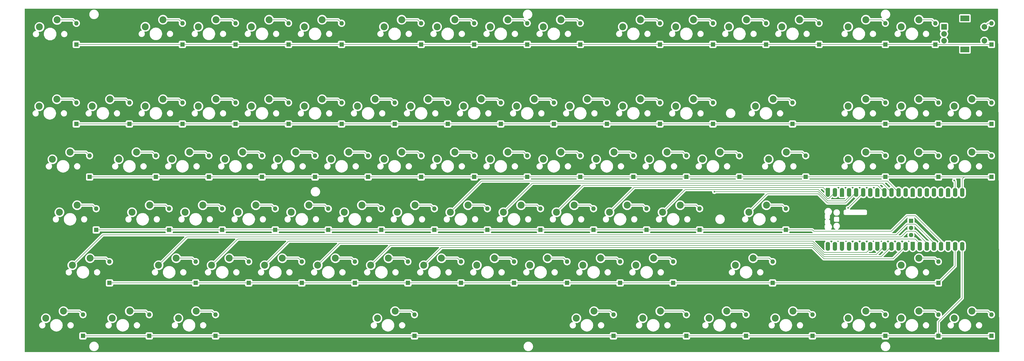
<source format=gbr>
%TF.GenerationSoftware,KiCad,Pcbnew,9.0.6*%
%TF.CreationDate,2025-12-11T01:20:01-06:00*%
%TF.ProjectId,KeyboardPCB,4b657962-6f61-4726-9450-43422e6b6963,rev?*%
%TF.SameCoordinates,Original*%
%TF.FileFunction,Copper,L2,Bot*%
%TF.FilePolarity,Positive*%
%FSLAX46Y46*%
G04 Gerber Fmt 4.6, Leading zero omitted, Abs format (unit mm)*
G04 Created by KiCad (PCBNEW 9.0.6) date 2025-12-11 01:20:01*
%MOMM*%
%LPD*%
G01*
G04 APERTURE LIST*
G04 Aperture macros list*
%AMRoundRect*
0 Rectangle with rounded corners*
0 $1 Rounding radius*
0 $2 $3 $4 $5 $6 $7 $8 $9 X,Y pos of 4 corners*
0 Add a 4 corners polygon primitive as box body*
4,1,4,$2,$3,$4,$5,$6,$7,$8,$9,$2,$3,0*
0 Add four circle primitives for the rounded corners*
1,1,$1+$1,$2,$3*
1,1,$1+$1,$4,$5*
1,1,$1+$1,$6,$7*
1,1,$1+$1,$8,$9*
0 Add four rect primitives between the rounded corners*
20,1,$1+$1,$2,$3,$4,$5,0*
20,1,$1+$1,$4,$5,$6,$7,0*
20,1,$1+$1,$6,$7,$8,$9,0*
20,1,$1+$1,$8,$9,$2,$3,0*%
%AMFreePoly0*
4,1,37,0.800000,0.796148,0.878414,0.796148,1.032228,0.765552,1.177117,0.705537,1.307515,0.618408,1.418408,0.507515,1.505537,0.377117,1.565552,0.232228,1.596148,0.078414,1.596148,-0.078414,1.565552,-0.232228,1.505537,-0.377117,1.418408,-0.507515,1.307515,-0.618408,1.177117,-0.705537,1.032228,-0.765552,0.878414,-0.796148,0.800000,-0.796148,0.800000,-0.800000,-1.400000,-0.800000,
-1.403843,-0.796157,-1.439018,-0.796157,-1.511114,-0.766294,-1.566294,-0.711114,-1.596157,-0.639018,-1.596157,-0.603843,-1.600000,-0.600000,-1.600000,0.600000,-1.596157,0.603843,-1.596157,0.639018,-1.566294,0.711114,-1.511114,0.766294,-1.439018,0.796157,-1.403843,0.796157,-1.400000,0.800000,0.800000,0.800000,0.800000,0.796148,0.800000,0.796148,$1*%
%AMFreePoly1*
4,1,37,1.403843,0.796157,1.439018,0.796157,1.511114,0.766294,1.566294,0.711114,1.596157,0.639018,1.596157,0.603843,1.600000,0.600000,1.600000,-0.600000,1.596157,-0.603843,1.596157,-0.639018,1.566294,-0.711114,1.511114,-0.766294,1.439018,-0.796157,1.403843,-0.796157,1.400000,-0.800000,-0.800000,-0.800000,-0.800000,-0.796148,-0.878414,-0.796148,-1.032228,-0.765552,-1.177117,-0.705537,
-1.307515,-0.618408,-1.418408,-0.507515,-1.505537,-0.377117,-1.565552,-0.232228,-1.596148,-0.078414,-1.596148,0.078414,-1.565552,0.232228,-1.505537,0.377117,-1.418408,0.507515,-1.307515,0.618408,-1.177117,0.705537,-1.032228,0.765552,-0.878414,0.796148,-0.800000,0.796148,-0.800000,0.800000,1.400000,0.800000,1.403843,0.796157,1.403843,0.796157,$1*%
G04 Aperture macros list end*
%TA.AperFunction,ComponentPad*%
%ADD10C,2.500000*%
%TD*%
%TA.AperFunction,ComponentPad*%
%ADD11R,2.000000X2.000000*%
%TD*%
%TA.AperFunction,ComponentPad*%
%ADD12C,2.000000*%
%TD*%
%TA.AperFunction,ComponentPad*%
%ADD13R,3.200000X2.000000*%
%TD*%
%TA.AperFunction,ComponentPad*%
%ADD14R,1.600000X1.600000*%
%TD*%
%TA.AperFunction,ComponentPad*%
%ADD15O,1.600000X1.600000*%
%TD*%
%TA.AperFunction,SMDPad,CuDef*%
%ADD16FreePoly0,270.000000*%
%TD*%
%TA.AperFunction,SMDPad,CuDef*%
%ADD17RoundRect,0.800000X-0.000010X0.800000X-0.000010X-0.800000X0.000010X-0.800000X0.000010X0.800000X0*%
%TD*%
%TA.AperFunction,SMDPad,CuDef*%
%ADD18FreePoly1,270.000000*%
%TD*%
%TA.AperFunction,ComponentPad*%
%ADD19RoundRect,0.200000X-0.600000X0.600000X-0.600000X-0.600000X0.600000X-0.600000X0.600000X0.600000X0*%
%TD*%
%TA.AperFunction,ComponentPad*%
%ADD20C,1.600000*%
%TD*%
%TA.AperFunction,ViaPad*%
%ADD21C,0.600000*%
%TD*%
%TA.AperFunction,Conductor*%
%ADD22C,0.200000*%
%TD*%
G04 APERTURE END LIST*
D10*
%TO.P,S19,1,1*%
%TO.N,Col 2*%
X69215000Y-60960000D03*
%TO.P,S19,2,2*%
%TO.N,Net-(D19-A)*%
X75565000Y-58420000D03*
%TD*%
%TO.P,S26,1,1*%
%TO.N,Col 9*%
X202565000Y-60960000D03*
%TO.P,S26,2,2*%
%TO.N,Net-(D26-A)*%
X208915000Y-58420000D03*
%TD*%
%TO.P,S50,1,1*%
%TO.N,Col 16*%
X359727500Y-80010000D03*
%TO.P,S50,2,2*%
%TO.N,Net-(D50-A)*%
X366077500Y-77470000D03*
%TD*%
%TO.P,S18,1,1*%
%TO.N,Col 1*%
X50165000Y-60960000D03*
%TO.P,S18,2,2*%
%TO.N,Net-(D18-A)*%
X56515000Y-58420000D03*
%TD*%
%TO.P,S20,1,1*%
%TO.N,Col 3*%
X88265000Y-60960000D03*
%TO.P,S20,2,2*%
%TO.N,Net-(D20-A)*%
X94615000Y-58420000D03*
%TD*%
%TO.P,S31,1,1*%
%TO.N,Col 14*%
X321627500Y-60960000D03*
%TO.P,S31,2,2*%
%TO.N,Net-(D31-A)*%
X327977500Y-58420000D03*
%TD*%
%TO.P,S12,1,1*%
%TO.N,Col 12*%
X278765000Y-32385000D03*
%TO.P,S12,2,2*%
%TO.N,Net-(D12-A)*%
X285115000Y-29845000D03*
%TD*%
%TO.P,S11,1,1*%
%TO.N,Col 11*%
X259715000Y-32385000D03*
%TO.P,S11,2,2*%
%TO.N,Net-(D11-A)*%
X266065000Y-29845000D03*
%TD*%
%TO.P,S34,1,1*%
%TO.N,Col 0*%
X35877500Y-80010000D03*
%TO.P,S34,2,2*%
%TO.N,Net-(D34-A)*%
X42227500Y-77470000D03*
%TD*%
%TO.P,S65,1,1*%
%TO.N,Col 1*%
X73977500Y-118110000D03*
%TO.P,S65,2,2*%
%TO.N,Net-(D65-A)*%
X80327500Y-115570000D03*
%TD*%
%TO.P,S84,1,1*%
%TO.N,Col 11*%
X295433750Y-137160000D03*
%TO.P,S84,2,2*%
%TO.N,Net-(D84-A)*%
X301783750Y-134620000D03*
%TD*%
%TO.P,S38,1,1*%
%TO.N,Col 4*%
X116840000Y-80010000D03*
%TO.P,S38,2,2*%
%TO.N,Net-(D38-A)*%
X123190000Y-77470000D03*
%TD*%
%TO.P,S56,1,1*%
%TO.N,Col 5*%
X140652500Y-99060000D03*
%TO.P,S56,2,2*%
%TO.N,Net-(D56-A)*%
X147002500Y-96520000D03*
%TD*%
%TO.P,S3,1,1*%
%TO.N,Col 3*%
X88265000Y-32385000D03*
%TO.P,S3,2,2*%
%TO.N,Net-(D3-A)*%
X94615000Y-29845000D03*
%TD*%
%TO.P,S5,1,1*%
%TO.N,Col 5*%
X126365000Y-32385000D03*
%TO.P,S5,2,2*%
%TO.N,Net-(D5-A)*%
X132715000Y-29845000D03*
%TD*%
%TO.P,S75,1,1*%
%TO.N,Col 11*%
X281146250Y-118110000D03*
%TO.P,S75,2,2*%
%TO.N,Net-(D75-A)*%
X287496250Y-115570000D03*
%TD*%
%TO.P,S43,1,1*%
%TO.N,Col 9*%
X212090000Y-80010000D03*
%TO.P,S43,2,2*%
%TO.N,Net-(D43-A)*%
X218440000Y-77470000D03*
%TD*%
%TO.P,S69,1,1*%
%TO.N,Col 5*%
X150177500Y-118110000D03*
%TO.P,S69,2,2*%
%TO.N,Net-(D69-A)*%
X156527500Y-115570000D03*
%TD*%
%TO.P,S40,1,1*%
%TO.N,Col 6*%
X154940000Y-80010000D03*
%TO.P,S40,2,2*%
%TO.N,Net-(D40-A)*%
X161290000Y-77470000D03*
%TD*%
%TO.P,S87,1,1*%
%TO.N,Col 16*%
X359727500Y-137160000D03*
%TO.P,S87,2,2*%
%TO.N,Net-(D87-A)*%
X366077500Y-134620000D03*
%TD*%
%TO.P,S60,1,1*%
%TO.N,Col 9*%
X216852500Y-99060000D03*
%TO.P,S60,2,2*%
%TO.N,Net-(D60-A)*%
X223202500Y-96520000D03*
%TD*%
%TO.P,S67,1,1*%
%TO.N,Col 3*%
X112077500Y-118110000D03*
%TO.P,S67,2,2*%
%TO.N,Net-(D67-A)*%
X118427500Y-115570000D03*
%TD*%
%TO.P,S41,1,1*%
%TO.N,Col 7*%
X173990000Y-80010000D03*
%TO.P,S41,2,2*%
%TO.N,Net-(D41-A)*%
X180340000Y-77470000D03*
%TD*%
%TO.P,S59,1,1*%
%TO.N,Col 8*%
X197802500Y-99060000D03*
%TO.P,S59,2,2*%
%TO.N,Net-(D59-A)*%
X204152500Y-96520000D03*
%TD*%
%TO.P,S35,1,1*%
%TO.N,Col 1*%
X59690000Y-80010000D03*
%TO.P,S35,2,2*%
%TO.N,Net-(D35-A)*%
X66040000Y-77470000D03*
%TD*%
%TO.P,S22,1,1*%
%TO.N,Col 5*%
X126365000Y-60960000D03*
%TO.P,S22,2,2*%
%TO.N,Net-(D22-A)*%
X132715000Y-58420000D03*
%TD*%
%TO.P,S64,1,1*%
%TO.N,Col 0*%
X43021250Y-118110000D03*
%TO.P,S64,2,2*%
%TO.N,Net-(D64-A)*%
X49371250Y-115570000D03*
%TD*%
%TO.P,S1,1,1*%
%TO.N,Col 0*%
X31225000Y-32450000D03*
%TO.P,S1,2,2*%
%TO.N,Net-(D1-A)*%
X37575000Y-29910000D03*
%TD*%
%TO.P,S8,1,1*%
%TO.N,Col 8*%
X193040000Y-32385000D03*
%TO.P,S8,2,2*%
%TO.N,Net-(D8-A)*%
X199390000Y-29845000D03*
%TD*%
%TO.P,S73,1,1*%
%TO.N,Col 9*%
X226377500Y-118110000D03*
%TO.P,S73,2,2*%
%TO.N,Net-(D73-A)*%
X232727500Y-115570000D03*
%TD*%
%TO.P,S63,1,1*%
%TO.N,Col 13*%
X285908750Y-99060000D03*
%TO.P,S63,2,2*%
%TO.N,Net-(D63-A)*%
X292258750Y-96520000D03*
%TD*%
%TO.P,S32,1,1*%
%TO.N,Col 15*%
X340677500Y-60960000D03*
%TO.P,S32,2,2*%
%TO.N,Net-(D32-A)*%
X347027500Y-58420000D03*
%TD*%
%TO.P,S78,1,1*%
%TO.N,Col 1*%
X57308750Y-137160000D03*
%TO.P,S78,2,2*%
%TO.N,Net-(D78-A)*%
X63658750Y-134620000D03*
%TD*%
%TO.P,S27,1,1*%
%TO.N,Col 10*%
X221615000Y-60960000D03*
%TO.P,S27,2,2*%
%TO.N,Net-(D27-A)*%
X227965000Y-58420000D03*
%TD*%
%TO.P,S76,1,1*%
%TO.N,Col 15*%
X340677500Y-118110000D03*
%TO.P,S76,2,2*%
%TO.N,Net-(D76-A)*%
X347027500Y-115570000D03*
%TD*%
%TO.P,S72,1,1*%
%TO.N,Col 8*%
X207327500Y-118110000D03*
%TO.P,S72,2,2*%
%TO.N,Net-(D72-A)*%
X213677500Y-115570000D03*
%TD*%
%TO.P,S23,1,1*%
%TO.N,Col 6*%
X145415000Y-60960000D03*
%TO.P,S23,2,2*%
%TO.N,Net-(D23-A)*%
X151765000Y-58420000D03*
%TD*%
%TO.P,S52,1,1*%
%TO.N,Col 1*%
X64452500Y-99060000D03*
%TO.P,S52,2,2*%
%TO.N,Net-(D52-A)*%
X70802500Y-96520000D03*
%TD*%
%TO.P,S37,1,1*%
%TO.N,Col 3*%
X97790000Y-80010000D03*
%TO.P,S37,2,2*%
%TO.N,Net-(D37-A)*%
X104140000Y-77470000D03*
%TD*%
%TO.P,S4,1,1*%
%TO.N,Col 4*%
X107315000Y-32385000D03*
%TO.P,S4,2,2*%
%TO.N,Net-(D4-A)*%
X113665000Y-29845000D03*
%TD*%
%TO.P,S62,1,1*%
%TO.N,Col 11*%
X254952500Y-99060000D03*
%TO.P,S62,2,2*%
%TO.N,Net-(D62-A)*%
X261302500Y-96520000D03*
%TD*%
%TO.P,S81,1,1*%
%TO.N,Col 8*%
X223996250Y-137160000D03*
%TO.P,S81,2,2*%
%TO.N,Net-(D81-A)*%
X230346250Y-134620000D03*
%TD*%
%TO.P,S13,1,1*%
%TO.N,Col 13*%
X297815000Y-32385000D03*
%TO.P,S13,2,2*%
%TO.N,Net-(D13-A)*%
X304165000Y-29845000D03*
%TD*%
%TO.P,S85,1,1*%
%TO.N,Col 14*%
X321627500Y-137160000D03*
%TO.P,S85,2,2*%
%TO.N,Net-(D85-A)*%
X327977500Y-134620000D03*
%TD*%
%TO.P,S70,1,1*%
%TO.N,Col 6*%
X169227500Y-118110000D03*
%TO.P,S70,2,2*%
%TO.N,Net-(D70-A)*%
X175577500Y-115570000D03*
%TD*%
%TO.P,S74,1,1*%
%TO.N,Col 10*%
X245427500Y-118110000D03*
%TO.P,S74,2,2*%
%TO.N,Net-(D74-A)*%
X251777500Y-115570000D03*
%TD*%
%TO.P,S82,1,1*%
%TO.N,Col 9*%
X247808750Y-137160000D03*
%TO.P,S82,2,2*%
%TO.N,Net-(D82-A)*%
X254158750Y-134620000D03*
%TD*%
%TO.P,S17,1,1*%
%TO.N,Col 0*%
X31115000Y-60960000D03*
%TO.P,S17,2,2*%
%TO.N,Net-(D17-A)*%
X37465000Y-58420000D03*
%TD*%
%TO.P,S58,1,1*%
%TO.N,Col 7*%
X178752500Y-99060000D03*
%TO.P,S58,2,2*%
%TO.N,Net-(D58-A)*%
X185102500Y-96520000D03*
%TD*%
%TO.P,S7,1,1*%
%TO.N,Col 7*%
X173990000Y-32385000D03*
%TO.P,S7,2,2*%
%TO.N,Net-(D7-A)*%
X180340000Y-29845000D03*
%TD*%
%TO.P,S71,1,1*%
%TO.N,Col 7*%
X188277500Y-118110000D03*
%TO.P,S71,2,2*%
%TO.N,Net-(D71-A)*%
X194627500Y-115570000D03*
%TD*%
%TO.P,S42,1,1*%
%TO.N,Col 8*%
X193040000Y-80010000D03*
%TO.P,S42,2,2*%
%TO.N,Net-(D42-A)*%
X199390000Y-77470000D03*
%TD*%
%TO.P,S80,1,1*%
%TO.N,Col 5*%
X152558750Y-137160000D03*
%TO.P,S80,2,2*%
%TO.N,Net-(D80-A)*%
X158908750Y-134620000D03*
%TD*%
%TO.P,S14,1,1*%
%TO.N,Col 14*%
X321627500Y-32385000D03*
%TO.P,S14,2,2*%
%TO.N,Net-(D14-A)*%
X327977500Y-29845000D03*
%TD*%
%TO.P,S28,1,1*%
%TO.N,Col 11*%
X240665000Y-60960000D03*
%TO.P,S28,2,2*%
%TO.N,Net-(D28-A)*%
X247015000Y-58420000D03*
%TD*%
%TO.P,S57,1,1*%
%TO.N,Col 6*%
X159702500Y-99060000D03*
%TO.P,S57,2,2*%
%TO.N,Net-(D57-A)*%
X166052500Y-96520000D03*
%TD*%
%TO.P,S79,1,1*%
%TO.N,Col 2*%
X81121250Y-137160000D03*
%TO.P,S79,2,2*%
%TO.N,Net-(D79-A)*%
X87471250Y-134620000D03*
%TD*%
%TO.P,S49,1,1*%
%TO.N,Col 15*%
X340677500Y-80010000D03*
%TO.P,S49,2,2*%
%TO.N,Net-(D49-A)*%
X347027500Y-77470000D03*
%TD*%
%TO.P,S54,1,1*%
%TO.N,Col 3*%
X102552500Y-99060000D03*
%TO.P,S54,2,2*%
%TO.N,Net-(D54-A)*%
X108902500Y-96520000D03*
%TD*%
%TO.P,S44,1,1*%
%TO.N,Col 10*%
X231140000Y-80010000D03*
%TO.P,S44,2,2*%
%TO.N,Net-(D44-A)*%
X237490000Y-77470000D03*
%TD*%
%TO.P,S6,1,1*%
%TO.N,Col 6*%
X154940000Y-32385000D03*
%TO.P,S6,2,2*%
%TO.N,Net-(D6-A)*%
X161290000Y-29845000D03*
%TD*%
%TO.P,S33,1,1*%
%TO.N,Col 16*%
X359727500Y-60960000D03*
%TO.P,S33,2,2*%
%TO.N,Net-(D33-A)*%
X366077500Y-58420000D03*
%TD*%
%TO.P,S77,1,1*%
%TO.N,Col 0*%
X33496250Y-137160000D03*
%TO.P,S77,2,2*%
%TO.N,Net-(D77-A)*%
X39846250Y-134620000D03*
%TD*%
%TO.P,S30,1,1*%
%TO.N,Col 13*%
X288290000Y-60960000D03*
%TO.P,S30,2,2*%
%TO.N,Net-(D30-A)*%
X294640000Y-58420000D03*
%TD*%
%TO.P,S66,1,1*%
%TO.N,Col 2*%
X93027500Y-118110000D03*
%TO.P,S66,2,2*%
%TO.N,Net-(D66-A)*%
X99377500Y-115570000D03*
%TD*%
%TO.P,S55,1,1*%
%TO.N,Col 4*%
X121602500Y-99060000D03*
%TO.P,S55,2,2*%
%TO.N,Net-(D55-A)*%
X127952500Y-96520000D03*
%TD*%
%TO.P,S86,1,1*%
%TO.N,Col 15*%
X340677500Y-137160000D03*
%TO.P,S86,2,2*%
%TO.N,Net-(D86-A)*%
X347027500Y-134620000D03*
%TD*%
%TO.P,S24,1,1*%
%TO.N,Col 7*%
X164465000Y-60960000D03*
%TO.P,S24,2,2*%
%TO.N,Net-(D24-A)*%
X170815000Y-58420000D03*
%TD*%
%TO.P,S25,1,1*%
%TO.N,Col 8*%
X183515000Y-60960000D03*
%TO.P,S25,2,2*%
%TO.N,Net-(D25-A)*%
X189865000Y-58420000D03*
%TD*%
%TO.P,S21,1,1*%
%TO.N,Col 4*%
X107315000Y-60960000D03*
%TO.P,S21,2,2*%
%TO.N,Net-(D21-A)*%
X113665000Y-58420000D03*
%TD*%
%TO.P,S2,1,1*%
%TO.N,Col 2*%
X69215000Y-32385000D03*
%TO.P,S2,2,2*%
%TO.N,Net-(D2-A)*%
X75565000Y-29845000D03*
%TD*%
%TO.P,S10,1,1*%
%TO.N,Col 10*%
X240665000Y-32385000D03*
%TO.P,S10,2,2*%
%TO.N,Net-(D10-A)*%
X247015000Y-29845000D03*
%TD*%
%TO.P,S46,1,1*%
%TO.N,Col 12*%
X269240000Y-80010000D03*
%TO.P,S46,2,2*%
%TO.N,Net-(D46-A)*%
X275590000Y-77470000D03*
%TD*%
%TO.P,S51,1,1*%
%TO.N,Col 0*%
X38390000Y-99060000D03*
%TO.P,S51,2,2*%
%TO.N,Net-(D51-A)*%
X44740000Y-96520000D03*
%TD*%
%TO.P,S83,1,1*%
%TO.N,Col 10*%
X271621250Y-137160000D03*
%TO.P,S83,2,2*%
%TO.N,Net-(D83-A)*%
X277971250Y-134620000D03*
%TD*%
%TO.P,S48,1,1*%
%TO.N,Col 14*%
X321627500Y-80010000D03*
%TO.P,S48,2,2*%
%TO.N,Net-(D48-A)*%
X327977500Y-77470000D03*
%TD*%
%TO.P,S45,1,1*%
%TO.N,Col 11*%
X250190000Y-80010000D03*
%TO.P,S45,2,2*%
%TO.N,Net-(D45-A)*%
X256540000Y-77470000D03*
%TD*%
%TO.P,S53,1,1*%
%TO.N,Col 2*%
X83502500Y-99060000D03*
%TO.P,S53,2,2*%
%TO.N,Net-(D53-A)*%
X89852500Y-96520000D03*
%TD*%
%TO.P,S36,1,1*%
%TO.N,Col 2*%
X78740000Y-80010000D03*
%TO.P,S36,2,2*%
%TO.N,Net-(D36-A)*%
X85090000Y-77470000D03*
%TD*%
%TO.P,S9,1,1*%
%TO.N,Col 9*%
X212090000Y-32385000D03*
%TO.P,S9,2,2*%
%TO.N,Net-(D9-A)*%
X218440000Y-29845000D03*
%TD*%
%TO.P,S15,1,1*%
%TO.N,Col 15*%
X340677500Y-32385000D03*
%TO.P,S15,2,2*%
%TO.N,Net-(D15-A)*%
X347027500Y-29845000D03*
%TD*%
%TO.P,S68,1,1*%
%TO.N,Col 4*%
X131127500Y-118110000D03*
%TO.P,S68,2,2*%
%TO.N,Net-(D68-A)*%
X137477500Y-115570000D03*
%TD*%
%TO.P,S39,1,1*%
%TO.N,Col 5*%
X135890000Y-80010000D03*
%TO.P,S39,2,2*%
%TO.N,Net-(D39-A)*%
X142240000Y-77470000D03*
%TD*%
D11*
%TO.P,SW0,A,A*%
%TO.N,DT*%
X356037500Y-32425000D03*
D12*
%TO.P,SW0,B,B*%
%TO.N,CLK*%
X356037500Y-37425000D03*
%TO.P,SW0,C,C*%
%TO.N,GND*%
X356037500Y-34925000D03*
D13*
%TO.P,SW0,MP*%
%TO.N,N/C*%
X363537500Y-29325000D03*
X363537500Y-40525000D03*
D12*
%TO.P,SW0,S1,S1*%
%TO.N,Col 16*%
X370537500Y-37425000D03*
%TO.P,SW0,S2,S2*%
%TO.N,Net-(D16-A)*%
X370537500Y-32425000D03*
%TD*%
D10*
%TO.P,S29,1,1*%
%TO.N,Col 12*%
X259715000Y-60960000D03*
%TO.P,S29,2,2*%
%TO.N,Net-(D29-A)*%
X266065000Y-58420000D03*
%TD*%
%TO.P,S47,1,1*%
%TO.N,Col 13*%
X293052500Y-80010000D03*
%TO.P,S47,2,2*%
%TO.N,Net-(D47-A)*%
X299402500Y-77470000D03*
%TD*%
%TO.P,S61,1,1*%
%TO.N,Col 10*%
X235902500Y-99060000D03*
%TO.P,S61,2,2*%
%TO.N,Net-(D61-A)*%
X242252500Y-96520000D03*
%TD*%
D14*
%TO.P,D37,1,K*%
%TO.N,Row 2*%
X111125000Y-86360000D03*
D15*
%TO.P,D37,2,A*%
%TO.N,Net-(D37-A)*%
X111125000Y-78740000D03*
%TD*%
D14*
%TO.P,D11,1,K*%
%TO.N,Row 0*%
X273050000Y-38735000D03*
D15*
%TO.P,D11,2,A*%
%TO.N,Net-(D11-A)*%
X273050000Y-31115000D03*
%TD*%
D14*
%TO.P,D19,1,K*%
%TO.N,Row 1*%
X82550000Y-67310000D03*
D15*
%TO.P,D19,2,A*%
%TO.N,Net-(D19-A)*%
X82550000Y-59690000D03*
%TD*%
D14*
%TO.P,D25,1,K*%
%TO.N,Row 1*%
X196850000Y-67310000D03*
D15*
%TO.P,D25,2,A*%
%TO.N,Net-(D25-A)*%
X196850000Y-59690000D03*
%TD*%
D14*
%TO.P,D26,1,K*%
%TO.N,Row 1*%
X215900000Y-67310000D03*
D15*
%TO.P,D26,2,A*%
%TO.N,Net-(D26-A)*%
X215900000Y-59690000D03*
%TD*%
D14*
%TO.P,D2,1,K*%
%TO.N,Row 0*%
X82550000Y-38735000D03*
D15*
%TO.P,D2,2,A*%
%TO.N,Net-(D2-A)*%
X82550000Y-31115000D03*
%TD*%
D14*
%TO.P,D33,1,K*%
%TO.N,Row 1*%
X373062500Y-67310000D03*
D15*
%TO.P,D33,2,A*%
%TO.N,Net-(D33-A)*%
X373062500Y-59690000D03*
%TD*%
D14*
%TO.P,D71,1,K*%
%TO.N,Row 4*%
X201612500Y-124460000D03*
D15*
%TO.P,D71,2,A*%
%TO.N,Net-(D71-A)*%
X201612500Y-116840000D03*
%TD*%
D14*
%TO.P,D22,1,K*%
%TO.N,Row 1*%
X139700000Y-67310000D03*
D15*
%TO.P,D22,2,A*%
%TO.N,Net-(D22-A)*%
X139700000Y-59690000D03*
%TD*%
D14*
%TO.P,D42,1,K*%
%TO.N,Row 2*%
X206375000Y-86360000D03*
D15*
%TO.P,D42,2,A*%
%TO.N,Net-(D42-A)*%
X206375000Y-78740000D03*
%TD*%
D14*
%TO.P,D38,1,K*%
%TO.N,Row 2*%
X130175000Y-86360000D03*
D15*
%TO.P,D38,2,A*%
%TO.N,Net-(D38-A)*%
X130175000Y-78740000D03*
%TD*%
D14*
%TO.P,D54,1,K*%
%TO.N,Row 3*%
X115887500Y-105410000D03*
D15*
%TO.P,D54,2,A*%
%TO.N,Net-(D54-A)*%
X115887500Y-97790000D03*
%TD*%
D14*
%TO.P,D4,1,K*%
%TO.N,Row 0*%
X120650000Y-38735000D03*
D15*
%TO.P,D4,2,A*%
%TO.N,Net-(D4-A)*%
X120650000Y-31115000D03*
%TD*%
D14*
%TO.P,D61,1,K*%
%TO.N,Row 3*%
X249237500Y-105410000D03*
D15*
%TO.P,D61,2,A*%
%TO.N,Net-(D61-A)*%
X249237500Y-97790000D03*
%TD*%
D14*
%TO.P,D85,1,K*%
%TO.N,Row 5*%
X334962500Y-143510000D03*
D15*
%TO.P,D85,2,A*%
%TO.N,Net-(D85-A)*%
X334962500Y-135890000D03*
%TD*%
D14*
%TO.P,D36,1,K*%
%TO.N,Row 2*%
X92075000Y-86360000D03*
D15*
%TO.P,D36,2,A*%
%TO.N,Net-(D36-A)*%
X92075000Y-78740000D03*
%TD*%
D14*
%TO.P,D87,1,K*%
%TO.N,Row 5*%
X373062500Y-143510000D03*
D15*
%TO.P,D87,2,A*%
%TO.N,Net-(D87-A)*%
X373062500Y-135890000D03*
%TD*%
D14*
%TO.P,D3,1,K*%
%TO.N,Row 0*%
X101600000Y-38735000D03*
D15*
%TO.P,D3,2,A*%
%TO.N,Net-(D3-A)*%
X101600000Y-31115000D03*
%TD*%
D14*
%TO.P,D14,1,K*%
%TO.N,Row 0*%
X334962500Y-38735000D03*
D15*
%TO.P,D14,2,A*%
%TO.N,Net-(D14-A)*%
X334962500Y-31115000D03*
%TD*%
D14*
%TO.P,D55,1,K*%
%TO.N,Row 3*%
X134937500Y-105410000D03*
D15*
%TO.P,D55,2,A*%
%TO.N,Net-(D55-A)*%
X134937500Y-97790000D03*
%TD*%
D14*
%TO.P,D62,1,K*%
%TO.N,Row 3*%
X268287500Y-105410000D03*
D15*
%TO.P,D62,2,A*%
%TO.N,Net-(D62-A)*%
X268287500Y-97790000D03*
%TD*%
D14*
%TO.P,D27,1,K*%
%TO.N,Row 1*%
X234950000Y-67310000D03*
D15*
%TO.P,D27,2,A*%
%TO.N,Net-(D27-A)*%
X234950000Y-59690000D03*
%TD*%
D14*
%TO.P,D30,1,K*%
%TO.N,Row 1*%
X301625000Y-67310000D03*
D15*
%TO.P,D30,2,A*%
%TO.N,Net-(D30-A)*%
X301625000Y-59690000D03*
%TD*%
D14*
%TO.P,D31,1,K*%
%TO.N,Row 1*%
X334962500Y-67310000D03*
D15*
%TO.P,D31,2,A*%
%TO.N,Net-(D31-A)*%
X334962500Y-59690000D03*
%TD*%
D14*
%TO.P,D77,1,K*%
%TO.N,Row 5*%
X46831250Y-143510000D03*
D15*
%TO.P,D77,2,A*%
%TO.N,Net-(D77-A)*%
X46831250Y-135890000D03*
%TD*%
D14*
%TO.P,D66,1,K*%
%TO.N,Row 4*%
X106362500Y-124460000D03*
D15*
%TO.P,D66,2,A*%
%TO.N,Net-(D66-A)*%
X106362500Y-116840000D03*
%TD*%
D14*
%TO.P,D12,1,K*%
%TO.N,Row 0*%
X292100000Y-38735000D03*
D15*
%TO.P,D12,2,A*%
%TO.N,Net-(D12-A)*%
X292100000Y-31115000D03*
%TD*%
D16*
%TO.P,A0,1,GPIO0*%
%TO.N,Col 10*%
X314325000Y-91910000D03*
D17*
%TO.P,A0,2,GPIO1*%
%TO.N,Col 11*%
X316865000Y-91910000D03*
D18*
%TO.P,A0,3,GND*%
%TO.N,GND*%
X319405000Y-91910000D03*
D17*
%TO.P,A0,4,GPIO2*%
%TO.N,Col 12*%
X321945000Y-91910000D03*
%TO.P,A0,5,GPIO3*%
%TO.N,Col 13*%
X324485000Y-91910000D03*
%TO.P,A0,6,GPIO4*%
%TO.N,Col 14*%
X327025000Y-91910000D03*
%TO.P,A0,7,GPIO5*%
%TO.N,unconnected-(A0-GPIO5-Pad7)*%
X329565000Y-91910000D03*
D18*
%TO.P,A0,8,GND*%
%TO.N,GND*%
X332105000Y-91910000D03*
D17*
%TO.P,A0,9,GPIO6*%
%TO.N,Col 9*%
X334645000Y-91910000D03*
%TO.P,A0,10,GPIO7*%
%TO.N,Col 8*%
X337185000Y-91910000D03*
%TO.P,A0,11,GPIO8*%
%TO.N,Col 7*%
X339725000Y-91910000D03*
%TO.P,A0,12,GPIO9*%
%TO.N,Col 15*%
X342265000Y-91910000D03*
D18*
%TO.P,A0,13,GND*%
%TO.N,GND*%
X344805000Y-91910000D03*
D17*
%TO.P,A0,14,GPIO10*%
%TO.N,Row 0*%
X347345000Y-91910000D03*
%TO.P,A0,15,GPIO11*%
%TO.N,Row 1*%
X349885000Y-91910000D03*
%TO.P,A0,16,GPIO12*%
%TO.N,DT*%
X352425000Y-91910000D03*
%TO.P,A0,17,GPIO13*%
%TO.N,CLK*%
X354965000Y-91910000D03*
D18*
%TO.P,A0,18,GND*%
%TO.N,GND*%
X357505000Y-91910000D03*
D17*
%TO.P,A0,19,GPIO14*%
%TO.N,Col 16*%
X360045000Y-91910000D03*
%TO.P,A0,20,GPIO15*%
%TO.N,Row 2*%
X362585000Y-91910000D03*
%TO.P,A0,21,GPIO16*%
%TO.N,Row 5*%
X362585000Y-111290000D03*
%TO.P,A0,22,GPIO17*%
%TO.N,Row 4*%
X360045000Y-111290000D03*
D16*
%TO.P,A0,23,GND*%
%TO.N,GND*%
X357505000Y-111290000D03*
D17*
%TO.P,A0,24,GPIO18*%
%TO.N,Row 3*%
X354965000Y-111290000D03*
%TO.P,A0,25,GPIO19*%
%TO.N,Col 0*%
X352425000Y-111290000D03*
%TO.P,A0,26,GPIO20*%
%TO.N,Col 1*%
X349885000Y-111290000D03*
%TO.P,A0,27,GPIO21*%
%TO.N,Col 2*%
X347345000Y-111290000D03*
D16*
%TO.P,A0,28,GND*%
%TO.N,GND*%
X344805000Y-111290000D03*
D17*
%TO.P,A0,29,GPIO22*%
%TO.N,Col 6*%
X342265000Y-111290000D03*
%TO.P,A0,30,RUN*%
%TO.N,NO*%
X339725000Y-111290000D03*
%TO.P,A0,31,GPIO26_ADC0*%
%TO.N,Col 5*%
X337185000Y-111290000D03*
%TO.P,A0,32,GPIO27_ADC1*%
%TO.N,Col 4*%
X334645000Y-111290000D03*
D16*
%TO.P,A0,33,AGND*%
%TO.N,NO*%
X332105000Y-111290000D03*
D17*
%TO.P,A0,34,GPIO28_ADC2*%
%TO.N,Col 3*%
X329565000Y-111290000D03*
%TO.P,A0,35,ADC_VREF*%
%TO.N,NO*%
X327025000Y-111290000D03*
%TO.P,A0,36,3V3*%
X324485000Y-111290000D03*
%TO.P,A0,37,3V3_EN*%
X321945000Y-111290000D03*
D16*
%TO.P,A0,38,GND*%
%TO.N,GND*%
X319405000Y-111290000D03*
D17*
%TO.P,A0,39,VSYS*%
%TO.N,NO*%
X316865000Y-111290000D03*
%TO.P,A0,40,VBUS*%
X314325000Y-111290000D03*
D19*
%TO.P,A0,D1*%
%TO.N,N/C*%
X344155000Y-102184100D03*
D20*
%TO.P,A0,D2*%
X344155000Y-104724100D03*
%TO.P,A0,D3*%
X344155000Y-107264100D03*
%TD*%
D14*
%TO.P,D73,1,K*%
%TO.N,Row 4*%
X239712500Y-124460000D03*
D15*
%TO.P,D73,2,A*%
%TO.N,Net-(D73-A)*%
X239712500Y-116840000D03*
%TD*%
D14*
%TO.P,D75,1,K*%
%TO.N,Row 4*%
X294481250Y-124460000D03*
D15*
%TO.P,D75,2,A*%
%TO.N,Net-(D75-A)*%
X294481250Y-116840000D03*
%TD*%
D14*
%TO.P,D29,1,K*%
%TO.N,Row 1*%
X273050000Y-67310000D03*
D15*
%TO.P,D29,2,A*%
%TO.N,Net-(D29-A)*%
X273050000Y-59690000D03*
%TD*%
D14*
%TO.P,D82,1,K*%
%TO.N,Row 5*%
X263525000Y-143510000D03*
D15*
%TO.P,D82,2,A*%
%TO.N,Net-(D82-A)*%
X263525000Y-135890000D03*
%TD*%
D14*
%TO.P,D6,1,K*%
%TO.N,Row 0*%
X168275000Y-38735000D03*
D15*
%TO.P,D6,2,A*%
%TO.N,Net-(D6-A)*%
X168275000Y-31115000D03*
%TD*%
D14*
%TO.P,D10,1,K*%
%TO.N,Row 0*%
X254000000Y-38735000D03*
D15*
%TO.P,D10,2,A*%
%TO.N,Net-(D10-A)*%
X254000000Y-31115000D03*
%TD*%
D14*
%TO.P,D41,1,K*%
%TO.N,Row 2*%
X187325000Y-86360000D03*
D15*
%TO.P,D41,2,A*%
%TO.N,Net-(D41-A)*%
X187325000Y-78740000D03*
%TD*%
D14*
%TO.P,D60,1,K*%
%TO.N,Row 3*%
X230187500Y-105410000D03*
D15*
%TO.P,D60,2,A*%
%TO.N,Net-(D60-A)*%
X230187500Y-97790000D03*
%TD*%
D14*
%TO.P,D81,1,K*%
%TO.N,Row 5*%
X237331250Y-143510000D03*
D15*
%TO.P,D81,2,A*%
%TO.N,Net-(D81-A)*%
X237331250Y-135890000D03*
%TD*%
D14*
%TO.P,D28,1,K*%
%TO.N,Row 1*%
X254000000Y-67310000D03*
D15*
%TO.P,D28,2,A*%
%TO.N,Net-(D28-A)*%
X254000000Y-59690000D03*
%TD*%
D14*
%TO.P,D46,1,K*%
%TO.N,Row 2*%
X282575000Y-86360000D03*
D15*
%TO.P,D46,2,A*%
%TO.N,Net-(D46-A)*%
X282575000Y-78740000D03*
%TD*%
D14*
%TO.P,D8,1,K*%
%TO.N,Row 0*%
X206375000Y-38735000D03*
D15*
%TO.P,D8,2,A*%
%TO.N,Net-(D8-A)*%
X206375000Y-31115000D03*
%TD*%
D14*
%TO.P,D65,1,K*%
%TO.N,Row 4*%
X87312500Y-124460000D03*
D15*
%TO.P,D65,2,A*%
%TO.N,Net-(D65-A)*%
X87312500Y-116840000D03*
%TD*%
D14*
%TO.P,D53,1,K*%
%TO.N,Row 3*%
X96837500Y-105410000D03*
D15*
%TO.P,D53,2,A*%
%TO.N,Net-(D53-A)*%
X96837500Y-97790000D03*
%TD*%
D14*
%TO.P,D78,1,K*%
%TO.N,Row 5*%
X70643750Y-143510000D03*
D15*
%TO.P,D78,2,A*%
%TO.N,Net-(D78-A)*%
X70643750Y-135890000D03*
%TD*%
D14*
%TO.P,D13,1,K*%
%TO.N,Row 0*%
X311150000Y-38735000D03*
D15*
%TO.P,D13,2,A*%
%TO.N,Net-(D13-A)*%
X311150000Y-31115000D03*
%TD*%
D14*
%TO.P,D69,1,K*%
%TO.N,Row 4*%
X163512500Y-124460000D03*
D15*
%TO.P,D69,2,A*%
%TO.N,Net-(D69-A)*%
X163512500Y-116840000D03*
%TD*%
D14*
%TO.P,D52,1,K*%
%TO.N,Row 3*%
X77787500Y-105410000D03*
D15*
%TO.P,D52,2,A*%
%TO.N,Net-(D52-A)*%
X77787500Y-97790000D03*
%TD*%
D14*
%TO.P,D45,1,K*%
%TO.N,Row 2*%
X263525000Y-86360000D03*
D15*
%TO.P,D45,2,A*%
%TO.N,Net-(D45-A)*%
X263525000Y-78740000D03*
%TD*%
D14*
%TO.P,D50,1,K*%
%TO.N,Row 2*%
X373062500Y-86360000D03*
D15*
%TO.P,D50,2,A*%
%TO.N,Net-(D50-A)*%
X373062500Y-78740000D03*
%TD*%
D14*
%TO.P,D80,1,K*%
%TO.N,Row 5*%
X165893750Y-143510000D03*
D15*
%TO.P,D80,2,A*%
%TO.N,Net-(D80-A)*%
X165893750Y-135890000D03*
%TD*%
D14*
%TO.P,D35,1,K*%
%TO.N,Row 2*%
X73025000Y-86360000D03*
D15*
%TO.P,D35,2,A*%
%TO.N,Net-(D35-A)*%
X73025000Y-78740000D03*
%TD*%
D14*
%TO.P,D23,1,K*%
%TO.N,Row 1*%
X158750000Y-67310000D03*
D15*
%TO.P,D23,2,A*%
%TO.N,Net-(D23-A)*%
X158750000Y-59690000D03*
%TD*%
D14*
%TO.P,D9,1,K*%
%TO.N,Row 0*%
X225425000Y-38735000D03*
D15*
%TO.P,D9,2,A*%
%TO.N,Net-(D9-A)*%
X225425000Y-31115000D03*
%TD*%
D14*
%TO.P,D76,1,K*%
%TO.N,Row 4*%
X354012500Y-124460000D03*
D15*
%TO.P,D76,2,A*%
%TO.N,Net-(D76-A)*%
X354012500Y-116840000D03*
%TD*%
D14*
%TO.P,D72,1,K*%
%TO.N,Row 4*%
X220662500Y-124460000D03*
D15*
%TO.P,D72,2,A*%
%TO.N,Net-(D72-A)*%
X220662500Y-116840000D03*
%TD*%
D14*
%TO.P,D57,1,K*%
%TO.N,Row 3*%
X173037500Y-105410000D03*
D15*
%TO.P,D57,2,A*%
%TO.N,Net-(D57-A)*%
X173037500Y-97790000D03*
%TD*%
D14*
%TO.P,D1,1,K*%
%TO.N,Row 0*%
X44450000Y-38735000D03*
D15*
%TO.P,D1,2,A*%
%TO.N,Net-(D1-A)*%
X44450000Y-31115000D03*
%TD*%
D14*
%TO.P,D20,1,K*%
%TO.N,Row 1*%
X101600000Y-67310000D03*
D15*
%TO.P,D20,2,A*%
%TO.N,Net-(D20-A)*%
X101600000Y-59690000D03*
%TD*%
D14*
%TO.P,D21,1,K*%
%TO.N,Row 1*%
X120650000Y-67310000D03*
D15*
%TO.P,D21,2,A*%
%TO.N,Net-(D21-A)*%
X120650000Y-59690000D03*
%TD*%
D14*
%TO.P,D32,1,K*%
%TO.N,Row 1*%
X354012500Y-67310000D03*
D15*
%TO.P,D32,2,A*%
%TO.N,Net-(D32-A)*%
X354012500Y-59690000D03*
%TD*%
D14*
%TO.P,D58,1,K*%
%TO.N,Row 3*%
X192087500Y-105410000D03*
D15*
%TO.P,D58,2,A*%
%TO.N,Net-(D58-A)*%
X192087500Y-97790000D03*
%TD*%
D14*
%TO.P,D43,1,K*%
%TO.N,Row 2*%
X225425000Y-86360000D03*
D15*
%TO.P,D43,2,A*%
%TO.N,Net-(D43-A)*%
X225425000Y-78740000D03*
%TD*%
D14*
%TO.P,D47,1,K*%
%TO.N,Row 2*%
X306387500Y-86360000D03*
D15*
%TO.P,D47,2,A*%
%TO.N,Net-(D47-A)*%
X306387500Y-78740000D03*
%TD*%
D14*
%TO.P,D18,1,K*%
%TO.N,Row 1*%
X63500000Y-67310000D03*
D15*
%TO.P,D18,2,A*%
%TO.N,Net-(D18-A)*%
X63500000Y-59690000D03*
%TD*%
D14*
%TO.P,D64,1,K*%
%TO.N,Row 4*%
X56356250Y-124460000D03*
D15*
%TO.P,D64,2,A*%
%TO.N,Net-(D64-A)*%
X56356250Y-116840000D03*
%TD*%
D14*
%TO.P,D49,1,K*%
%TO.N,Row 2*%
X354012500Y-86360000D03*
D15*
%TO.P,D49,2,A*%
%TO.N,Net-(D49-A)*%
X354012500Y-78740000D03*
%TD*%
D14*
%TO.P,D16,1,K*%
%TO.N,Row 0*%
X373062500Y-38735000D03*
D15*
%TO.P,D16,2,A*%
%TO.N,Net-(D16-A)*%
X373062500Y-31115000D03*
%TD*%
D14*
%TO.P,D51,1,K*%
%TO.N,Row 3*%
X51593750Y-105410000D03*
D15*
%TO.P,D51,2,A*%
%TO.N,Net-(D51-A)*%
X51593750Y-97790000D03*
%TD*%
D14*
%TO.P,D15,1,K*%
%TO.N,Row 0*%
X352900000Y-38735000D03*
D15*
%TO.P,D15,2,A*%
%TO.N,Net-(D15-A)*%
X352900000Y-31115000D03*
%TD*%
D14*
%TO.P,D39,1,K*%
%TO.N,Row 2*%
X149225000Y-86360000D03*
D15*
%TO.P,D39,2,A*%
%TO.N,Net-(D39-A)*%
X149225000Y-78740000D03*
%TD*%
D14*
%TO.P,D59,1,K*%
%TO.N,Row 3*%
X211137500Y-105410000D03*
D15*
%TO.P,D59,2,A*%
%TO.N,Net-(D59-A)*%
X211137500Y-97790000D03*
%TD*%
D14*
%TO.P,D67,1,K*%
%TO.N,Row 4*%
X125412500Y-124460000D03*
D15*
%TO.P,D67,2,A*%
%TO.N,Net-(D67-A)*%
X125412500Y-116840000D03*
%TD*%
D14*
%TO.P,D34,1,K*%
%TO.N,Row 2*%
X49212500Y-86360000D03*
D15*
%TO.P,D34,2,A*%
%TO.N,Net-(D34-A)*%
X49212500Y-78740000D03*
%TD*%
D14*
%TO.P,D63,1,K*%
%TO.N,Row 3*%
X299243750Y-105410000D03*
D15*
%TO.P,D63,2,A*%
%TO.N,Net-(D63-A)*%
X299243750Y-97790000D03*
%TD*%
D14*
%TO.P,D24,1,K*%
%TO.N,Row 1*%
X177800000Y-67310000D03*
D15*
%TO.P,D24,2,A*%
%TO.N,Net-(D24-A)*%
X177800000Y-59690000D03*
%TD*%
D14*
%TO.P,D68,1,K*%
%TO.N,Row 4*%
X144462500Y-124460000D03*
D15*
%TO.P,D68,2,A*%
%TO.N,Net-(D68-A)*%
X144462500Y-116840000D03*
%TD*%
D14*
%TO.P,D84,1,K*%
%TO.N,Row 5*%
X308768750Y-143510000D03*
D15*
%TO.P,D84,2,A*%
%TO.N,Net-(D84-A)*%
X308768750Y-135890000D03*
%TD*%
D14*
%TO.P,D5,1,K*%
%TO.N,Row 0*%
X139700000Y-38735000D03*
D15*
%TO.P,D5,2,A*%
%TO.N,Net-(D5-A)*%
X139700000Y-31115000D03*
%TD*%
D14*
%TO.P,D44,1,K*%
%TO.N,Row 2*%
X244475000Y-86360000D03*
D15*
%TO.P,D44,2,A*%
%TO.N,Net-(D44-A)*%
X244475000Y-78740000D03*
%TD*%
D14*
%TO.P,D56,1,K*%
%TO.N,Row 3*%
X153987500Y-105410000D03*
D15*
%TO.P,D56,2,A*%
%TO.N,Net-(D56-A)*%
X153987500Y-97790000D03*
%TD*%
D14*
%TO.P,D74,1,K*%
%TO.N,Row 4*%
X258762500Y-124460000D03*
D15*
%TO.P,D74,2,A*%
%TO.N,Net-(D74-A)*%
X258762500Y-116840000D03*
%TD*%
D14*
%TO.P,D86,1,K*%
%TO.N,Row 5*%
X354012500Y-143510000D03*
D15*
%TO.P,D86,2,A*%
%TO.N,Net-(D86-A)*%
X354012500Y-135890000D03*
%TD*%
D14*
%TO.P,D79,1,K*%
%TO.N,Row 5*%
X94456250Y-143510000D03*
D15*
%TO.P,D79,2,A*%
%TO.N,Net-(D79-A)*%
X94456250Y-135890000D03*
%TD*%
D14*
%TO.P,D70,1,K*%
%TO.N,Row 4*%
X182562500Y-124460000D03*
D15*
%TO.P,D70,2,A*%
%TO.N,Net-(D70-A)*%
X182562500Y-116840000D03*
%TD*%
D14*
%TO.P,D48,1,K*%
%TO.N,Row 2*%
X334962500Y-86360000D03*
D15*
%TO.P,D48,2,A*%
%TO.N,Net-(D48-A)*%
X334962500Y-78740000D03*
%TD*%
D14*
%TO.P,D17,1,K*%
%TO.N,Row 1*%
X44450000Y-67310000D03*
D15*
%TO.P,D17,2,A*%
%TO.N,Net-(D17-A)*%
X44450000Y-59690000D03*
%TD*%
D14*
%TO.P,D7,1,K*%
%TO.N,Row 0*%
X187325000Y-38735000D03*
D15*
%TO.P,D7,2,A*%
%TO.N,Net-(D7-A)*%
X187325000Y-31115000D03*
%TD*%
D14*
%TO.P,D40,1,K*%
%TO.N,Row 2*%
X168275000Y-86360000D03*
D15*
%TO.P,D40,2,A*%
%TO.N,Net-(D40-A)*%
X168275000Y-78740000D03*
%TD*%
D14*
%TO.P,D83,1,K*%
%TO.N,Row 5*%
X284956250Y-143510000D03*
D15*
%TO.P,D83,2,A*%
%TO.N,Net-(D83-A)*%
X284956250Y-135890000D03*
%TD*%
D21*
%TO.N,GND*%
X357505000Y-91910000D03*
%TO.N,Col 14*%
X321564000Y-97536000D03*
%TO.N,CLK*%
X354965000Y-91910000D03*
%TO.N,Col 15*%
X342265000Y-91910000D03*
%TO.N,Col 16*%
X359727500Y-87630000D03*
%TO.N,Col 12*%
X273558000Y-91694000D03*
%TO.N,DT*%
X352425000Y-91910000D03*
%TO.N,Row 1*%
X349885000Y-91910000D03*
%TO.N,Row 0*%
X347472000Y-91948000D03*
%TD*%
D22*
%TO.N,Row 2*%
X373062500Y-86360000D02*
X49212500Y-86360000D01*
X362585000Y-87129000D02*
X363354000Y-86360000D01*
X362585000Y-91910000D02*
X362585000Y-87129000D01*
%TO.N,Col 5*%
X308864000Y-110998000D02*
X157289500Y-110998000D01*
X337185000Y-111290000D02*
X333413000Y-115062000D01*
X333413000Y-115062000D02*
X312928000Y-115062000D01*
X312928000Y-115062000D02*
X308864000Y-110998000D01*
X157289500Y-110998000D02*
X150177500Y-118110000D01*
%TO.N,Col 1*%
X349885000Y-110109000D02*
X345694000Y-105918000D01*
X340614000Y-107950000D02*
X84137500Y-107950000D01*
X345694000Y-105918000D02*
X342646000Y-105918000D01*
X342646000Y-105918000D02*
X340614000Y-107950000D01*
X84137500Y-107950000D02*
X73977500Y-118110000D01*
X349885000Y-111290000D02*
X349885000Y-110109000D01*
%TO.N,Col 14*%
X327025000Y-92075000D02*
X321564000Y-97536000D01*
X327025000Y-91910000D02*
X327025000Y-92075000D01*
%TO.N,Col 9*%
X332143000Y-89408000D02*
X226504500Y-89408000D01*
X334645000Y-91910000D02*
X332143000Y-89408000D01*
X226504500Y-89408000D02*
X216852500Y-99060000D01*
%TO.N,Row 3*%
X309276750Y-105918000D02*
X308768750Y-105410000D01*
X354965000Y-111290000D02*
X354965000Y-109601000D01*
X345694000Y-100330000D02*
X342646000Y-100330000D01*
X308768750Y-105410000D02*
X51593750Y-105410000D01*
X342646000Y-100330000D02*
X337058000Y-105918000D01*
X337058000Y-105918000D02*
X309276750Y-105918000D01*
X354965000Y-109601000D02*
X345694000Y-100330000D01*
%TO.N,Col 7*%
X335788000Y-87973000D02*
X335788000Y-87884000D01*
X189928500Y-87884000D02*
X178752500Y-99060000D01*
X335788000Y-87884000D02*
X189928500Y-87884000D01*
X339725000Y-91910000D02*
X335788000Y-87973000D01*
%TO.N,Row 5*%
X354012500Y-138493500D02*
X362585000Y-129921000D01*
X362585000Y-129921000D02*
X362585000Y-111290000D01*
X354012500Y-143510000D02*
X354012500Y-138493500D01*
X46831250Y-143510000D02*
X373062500Y-143510000D01*
%TO.N,Col 0*%
X53943250Y-107188000D02*
X43021250Y-118110000D01*
X345694000Y-103378000D02*
X342646000Y-103378000D01*
X352425000Y-111290000D02*
X352425000Y-110109000D01*
X338836000Y-107188000D02*
X53943250Y-107188000D01*
X352425000Y-110109000D02*
X345694000Y-103378000D01*
X342646000Y-103378000D02*
X338836000Y-107188000D01*
%TO.N,Col 16*%
X359727500Y-87630000D02*
X360045000Y-87947500D01*
X360045000Y-87947500D02*
X360045000Y-91910000D01*
%TO.N,Col 10*%
X312585000Y-90170000D02*
X244792500Y-90170000D01*
X244792500Y-90170000D02*
X235902500Y-99060000D01*
X314325000Y-91910000D02*
X312585000Y-90170000D01*
%TO.N,Col 6*%
X312928000Y-115824000D02*
X308864000Y-111760000D01*
X308864000Y-111760000D02*
X175577500Y-111760000D01*
X337731000Y-115824000D02*
X312928000Y-115824000D01*
X342265000Y-111290000D02*
X337731000Y-115824000D01*
X175577500Y-111760000D02*
X169227500Y-118110000D01*
%TO.N,Col 2*%
X347345000Y-110363000D02*
X345694000Y-108712000D01*
X102425500Y-108712000D02*
X93027500Y-118110000D01*
X345694000Y-108712000D02*
X102425500Y-108712000D01*
X347345000Y-111290000D02*
X347345000Y-110363000D01*
%TO.N,Col 11*%
X314198000Y-94234000D02*
X310896000Y-90932000D01*
X314541000Y-94234000D02*
X314198000Y-94234000D01*
X316865000Y-91910000D02*
X314541000Y-94234000D01*
X263080500Y-90932000D02*
X254952500Y-99060000D01*
X310896000Y-90932000D02*
X263080500Y-90932000D01*
%TO.N,Col 12*%
X310896000Y-91694000D02*
X314198000Y-94996000D01*
X273558000Y-91694000D02*
X310896000Y-91694000D01*
X321945000Y-93510000D02*
X321945000Y-91910000D01*
X320459000Y-94996000D02*
X321945000Y-93510000D01*
X314198000Y-94996000D02*
X320459000Y-94996000D01*
%TO.N,Row 1*%
X44450000Y-67310000D02*
X373062500Y-67310000D01*
%TO.N,Col 4*%
X331635000Y-114300000D02*
X312928000Y-114300000D01*
X312928000Y-114300000D02*
X308864000Y-110236000D01*
X139001500Y-110236000D02*
X131127500Y-118110000D01*
X308864000Y-110236000D02*
X139001500Y-110236000D01*
X334645000Y-111290000D02*
X331635000Y-114300000D01*
%TO.N,Row 0*%
X44450000Y-38735000D02*
X373062500Y-38735000D01*
%TO.N,Col 13*%
X320637000Y-95758000D02*
X314198000Y-95758000D01*
X292512750Y-92456000D02*
X285908750Y-99060000D01*
X314198000Y-95758000D02*
X310896000Y-92456000D01*
X310896000Y-92456000D02*
X292512750Y-92456000D01*
X324485000Y-91910000D02*
X320637000Y-95758000D01*
%TO.N,Col 8*%
X208216500Y-88646000D02*
X197802500Y-99060000D01*
X333921000Y-88646000D02*
X208216500Y-88646000D01*
X337185000Y-91910000D02*
X333921000Y-88646000D01*
%TO.N,Col 3*%
X120713500Y-109474000D02*
X112077500Y-118110000D01*
X329565000Y-111290000D02*
X329565000Y-112141000D01*
X308864000Y-109474000D02*
X120713500Y-109474000D01*
X329565000Y-112141000D02*
X328168000Y-113538000D01*
X328168000Y-113538000D02*
X312928000Y-113538000D01*
X312928000Y-113538000D02*
X308864000Y-109474000D01*
%TO.N,Row 4*%
X360045000Y-111290000D02*
X360045000Y-118427500D01*
X360045000Y-118427500D02*
X354012500Y-124460000D01*
X56356250Y-124460000D02*
X354012500Y-124460000D01*
%TO.N,Net-(D1-A)*%
X43245000Y-29910000D02*
X44450000Y-31115000D01*
X37575000Y-29910000D02*
X43245000Y-29910000D01*
%TO.N,Net-(D2-A)*%
X81280000Y-29845000D02*
X82550000Y-31115000D01*
X75565000Y-29845000D02*
X81280000Y-29845000D01*
%TO.N,Net-(D3-A)*%
X94615000Y-29845000D02*
X100330000Y-29845000D01*
X100330000Y-29845000D02*
X101600000Y-31115000D01*
%TO.N,Net-(D4-A)*%
X113665000Y-29845000D02*
X119380000Y-29845000D01*
X119380000Y-29845000D02*
X120650000Y-31115000D01*
%TO.N,Net-(D5-A)*%
X138430000Y-29845000D02*
X139700000Y-31115000D01*
X132715000Y-29845000D02*
X138430000Y-29845000D01*
%TO.N,Net-(D6-A)*%
X167005000Y-29845000D02*
X168275000Y-31115000D01*
X161290000Y-29845000D02*
X167005000Y-29845000D01*
%TO.N,Net-(D7-A)*%
X186055000Y-29845000D02*
X187325000Y-31115000D01*
X180340000Y-29845000D02*
X186055000Y-29845000D01*
%TO.N,Net-(D8-A)*%
X199390000Y-29845000D02*
X205105000Y-29845000D01*
X205105000Y-29845000D02*
X206375000Y-31115000D01*
%TO.N,Net-(D9-A)*%
X224155000Y-29845000D02*
X225425000Y-31115000D01*
X218440000Y-29845000D02*
X224155000Y-29845000D01*
%TO.N,Net-(D10-A)*%
X252730000Y-29845000D02*
X254000000Y-31115000D01*
X247015000Y-29845000D02*
X252730000Y-29845000D01*
%TO.N,Net-(D11-A)*%
X266065000Y-29845000D02*
X271780000Y-29845000D01*
X271780000Y-29845000D02*
X273050000Y-31115000D01*
%TO.N,Net-(D12-A)*%
X285115000Y-29845000D02*
X290830000Y-29845000D01*
X290830000Y-29845000D02*
X292100000Y-31115000D01*
%TO.N,Net-(D13-A)*%
X304165000Y-29845000D02*
X309880000Y-29845000D01*
X309880000Y-29845000D02*
X311150000Y-31115000D01*
%TO.N,Net-(D14-A)*%
X333692500Y-29845000D02*
X334962500Y-31115000D01*
X327977500Y-29845000D02*
X333692500Y-29845000D01*
%TO.N,Net-(D15-A)*%
X347027500Y-29845000D02*
X351630000Y-29845000D01*
X346955000Y-29845000D02*
X346900000Y-29900000D01*
X351630000Y-29845000D02*
X352900000Y-31115000D01*
%TO.N,Net-(D16-A)*%
X371847500Y-31115000D02*
X373062500Y-31115000D01*
X370537500Y-32425000D02*
X371847500Y-31115000D01*
%TO.N,Net-(D17-A)*%
X43180000Y-58420000D02*
X44450000Y-59690000D01*
X37465000Y-58420000D02*
X43180000Y-58420000D01*
%TO.N,Net-(D18-A)*%
X56515000Y-58420000D02*
X62230000Y-58420000D01*
X62230000Y-58420000D02*
X63500000Y-59690000D01*
%TO.N,Net-(D19-A)*%
X81280000Y-58420000D02*
X82550000Y-59690000D01*
X75565000Y-58420000D02*
X81280000Y-58420000D01*
%TO.N,Net-(D20-A)*%
X94615000Y-58420000D02*
X100330000Y-58420000D01*
X100330000Y-58420000D02*
X101600000Y-59690000D01*
%TO.N,Net-(D21-A)*%
X119380000Y-58420000D02*
X120650000Y-59690000D01*
X113665000Y-58420000D02*
X119380000Y-58420000D01*
%TO.N,Net-(D22-A)*%
X132715000Y-58420000D02*
X138430000Y-58420000D01*
X138430000Y-58420000D02*
X139700000Y-59690000D01*
%TO.N,Net-(D23-A)*%
X157480000Y-58420000D02*
X158750000Y-59690000D01*
X151765000Y-58420000D02*
X157480000Y-58420000D01*
%TO.N,Net-(D24-A)*%
X176530000Y-58420000D02*
X177800000Y-59690000D01*
X170815000Y-58420000D02*
X176530000Y-58420000D01*
%TO.N,Net-(D25-A)*%
X189865000Y-58420000D02*
X195580000Y-58420000D01*
X195580000Y-58420000D02*
X196850000Y-59690000D01*
%TO.N,Net-(D26-A)*%
X214630000Y-58420000D02*
X215900000Y-59690000D01*
X208915000Y-58420000D02*
X214630000Y-58420000D01*
%TO.N,Net-(D27-A)*%
X227965000Y-58420000D02*
X233680000Y-58420000D01*
X233680000Y-58420000D02*
X234950000Y-59690000D01*
%TO.N,Net-(D28-A)*%
X252730000Y-58420000D02*
X254000000Y-59690000D01*
X247015000Y-58420000D02*
X252730000Y-58420000D01*
%TO.N,Net-(D29-A)*%
X266065000Y-58420000D02*
X271780000Y-58420000D01*
X271780000Y-58420000D02*
X273050000Y-59690000D01*
%TO.N,Net-(D30-A)*%
X300355000Y-58420000D02*
X301625000Y-59690000D01*
X294640000Y-58420000D02*
X300355000Y-58420000D01*
%TO.N,Net-(D31-A)*%
X333692500Y-58420000D02*
X334962500Y-59690000D01*
X327977500Y-58420000D02*
X333692500Y-58420000D01*
%TO.N,Net-(D32-A)*%
X347027500Y-58420000D02*
X352742500Y-58420000D01*
X352742500Y-58420000D02*
X354012500Y-59690000D01*
%TO.N,Net-(D33-A)*%
X371792500Y-58420000D02*
X373062500Y-59690000D01*
X366077500Y-58420000D02*
X371792500Y-58420000D01*
%TO.N,Net-(D34-A)*%
X42227500Y-77470000D02*
X47942500Y-77470000D01*
X47942500Y-77470000D02*
X49212500Y-78740000D01*
%TO.N,Net-(D35-A)*%
X66040000Y-77470000D02*
X71755000Y-77470000D01*
X71755000Y-77470000D02*
X73025000Y-78740000D01*
%TO.N,Net-(D36-A)*%
X90805000Y-77470000D02*
X92075000Y-78740000D01*
X85090000Y-77470000D02*
X90805000Y-77470000D01*
%TO.N,Net-(D37-A)*%
X109855000Y-77470000D02*
X111125000Y-78740000D01*
X104140000Y-77470000D02*
X109855000Y-77470000D01*
%TO.N,Net-(D38-A)*%
X123190000Y-77470000D02*
X128905000Y-77470000D01*
X128905000Y-77470000D02*
X130175000Y-78740000D01*
%TO.N,Net-(D39-A)*%
X142240000Y-77470000D02*
X147955000Y-77470000D01*
X147955000Y-77470000D02*
X149225000Y-78740000D01*
%TO.N,Net-(D40-A)*%
X161290000Y-77470000D02*
X167005000Y-77470000D01*
X167005000Y-77470000D02*
X168275000Y-78740000D01*
%TO.N,Net-(D41-A)*%
X186055000Y-77470000D02*
X187325000Y-78740000D01*
X180340000Y-77470000D02*
X186055000Y-77470000D01*
%TO.N,Net-(D42-A)*%
X199390000Y-77470000D02*
X205105000Y-77470000D01*
X205105000Y-77470000D02*
X206375000Y-78740000D01*
%TO.N,Net-(D43-A)*%
X218440000Y-77470000D02*
X224155000Y-77470000D01*
X224155000Y-77470000D02*
X225425000Y-78740000D01*
%TO.N,Net-(D44-A)*%
X243205000Y-77470000D02*
X244475000Y-78740000D01*
X237490000Y-77470000D02*
X243205000Y-77470000D01*
%TO.N,Net-(D45-A)*%
X262255000Y-77470000D02*
X263525000Y-78740000D01*
X256540000Y-77470000D02*
X262255000Y-77470000D01*
%TO.N,Net-(D46-A)*%
X275590000Y-77470000D02*
X281305000Y-77470000D01*
X281305000Y-77470000D02*
X282575000Y-78740000D01*
%TO.N,Net-(D47-A)*%
X305117500Y-77470000D02*
X306387500Y-78740000D01*
X299402500Y-77470000D02*
X305117500Y-77470000D01*
%TO.N,Net-(D48-A)*%
X333692500Y-77470000D02*
X334962500Y-78740000D01*
X327977500Y-77470000D02*
X333692500Y-77470000D01*
%TO.N,Net-(D49-A)*%
X347027500Y-77470000D02*
X352742500Y-77470000D01*
X352742500Y-77470000D02*
X354012500Y-78740000D01*
%TO.N,Net-(D50-A)*%
X366077500Y-77470000D02*
X371792500Y-77470000D01*
X371792500Y-77470000D02*
X373062500Y-78740000D01*
%TO.N,Net-(D51-A)*%
X50323750Y-96520000D02*
X51593750Y-97790000D01*
X44740000Y-96520000D02*
X50323750Y-96520000D01*
%TO.N,Net-(D52-A)*%
X76517500Y-96520000D02*
X77787500Y-97790000D01*
X70802500Y-96520000D02*
X76517500Y-96520000D01*
%TO.N,Net-(D53-A)*%
X89852500Y-96520000D02*
X95567500Y-96520000D01*
X95567500Y-96520000D02*
X96837500Y-97790000D01*
%TO.N,Net-(D54-A)*%
X108902500Y-96520000D02*
X114617500Y-96520000D01*
X114617500Y-96520000D02*
X115887500Y-97790000D01*
%TO.N,Net-(D55-A)*%
X133667500Y-96520000D02*
X134937500Y-97790000D01*
X127952500Y-96520000D02*
X133667500Y-96520000D01*
%TO.N,Net-(D56-A)*%
X147002500Y-96520000D02*
X152717500Y-96520000D01*
X152717500Y-96520000D02*
X153987500Y-97790000D01*
%TO.N,Net-(D57-A)*%
X166052500Y-96520000D02*
X171767500Y-96520000D01*
X171767500Y-96520000D02*
X173037500Y-97790000D01*
%TO.N,Net-(D58-A)*%
X185102500Y-96520000D02*
X190817500Y-96520000D01*
X190817500Y-96520000D02*
X192087500Y-97790000D01*
%TO.N,Net-(D59-A)*%
X204152500Y-96520000D02*
X209867500Y-96520000D01*
X209867500Y-96520000D02*
X211137500Y-97790000D01*
%TO.N,Net-(D60-A)*%
X223202500Y-96520000D02*
X228917500Y-96520000D01*
X228917500Y-96520000D02*
X230187500Y-97790000D01*
%TO.N,Net-(D61-A)*%
X247967500Y-96520000D02*
X249237500Y-97790000D01*
X242252500Y-96520000D02*
X247967500Y-96520000D01*
%TO.N,Net-(D62-A)*%
X261302500Y-96520000D02*
X267017500Y-96520000D01*
X267017500Y-96520000D02*
X268287500Y-97790000D01*
%TO.N,Net-(D63-A)*%
X292258750Y-96520000D02*
X297973750Y-96520000D01*
X297973750Y-96520000D02*
X299243750Y-97790000D01*
%TO.N,Net-(D64-A)*%
X55086250Y-115570000D02*
X56356250Y-116840000D01*
X49371250Y-115570000D02*
X55086250Y-115570000D01*
%TO.N,Net-(D65-A)*%
X86042500Y-115570000D02*
X87312500Y-116840000D01*
X80327500Y-115570000D02*
X86042500Y-115570000D01*
%TO.N,Net-(D66-A)*%
X105092500Y-115570000D02*
X106362500Y-116840000D01*
X99377500Y-115570000D02*
X105092500Y-115570000D01*
%TO.N,Net-(D67-A)*%
X125412500Y-116840000D02*
X124142500Y-115570000D01*
X124142500Y-115570000D02*
X118427500Y-115570000D01*
%TO.N,Net-(D68-A)*%
X137477500Y-115570000D02*
X143192500Y-115570000D01*
X143192500Y-115570000D02*
X144462500Y-116840000D01*
%TO.N,Net-(D69-A)*%
X162242500Y-115570000D02*
X163512500Y-116840000D01*
X156527500Y-115570000D02*
X162242500Y-115570000D01*
%TO.N,Net-(D70-A)*%
X175577500Y-115570000D02*
X181292500Y-115570000D01*
X181292500Y-115570000D02*
X182562500Y-116840000D01*
%TO.N,Net-(D71-A)*%
X194627500Y-115570000D02*
X200342500Y-115570000D01*
X200342500Y-115570000D02*
X201612500Y-116840000D01*
%TO.N,Net-(D72-A)*%
X213677500Y-115570000D02*
X219392500Y-115570000D01*
X219392500Y-115570000D02*
X220662500Y-116840000D01*
%TO.N,Net-(D73-A)*%
X232727500Y-115570000D02*
X238442500Y-115570000D01*
X238442500Y-115570000D02*
X239712500Y-116840000D01*
%TO.N,Net-(D74-A)*%
X257492500Y-115570000D02*
X258762500Y-116840000D01*
X251777500Y-115570000D02*
X257492500Y-115570000D01*
%TO.N,Net-(D75-A)*%
X293211250Y-115570000D02*
X294481250Y-116840000D01*
X287496250Y-115570000D02*
X293211250Y-115570000D01*
%TO.N,Net-(D76-A)*%
X347027500Y-115570000D02*
X352742500Y-115570000D01*
X352742500Y-115570000D02*
X354012500Y-116840000D01*
%TO.N,Net-(D77-A)*%
X45561250Y-134620000D02*
X46831250Y-135890000D01*
X39846250Y-134620000D02*
X45561250Y-134620000D01*
%TO.N,Net-(D78-A)*%
X69373750Y-134620000D02*
X70643750Y-135890000D01*
X63658750Y-134620000D02*
X69373750Y-134620000D01*
%TO.N,Net-(D79-A)*%
X93186250Y-134620000D02*
X94456250Y-135890000D01*
X87471250Y-134620000D02*
X93186250Y-134620000D01*
%TO.N,Net-(D80-A)*%
X158908750Y-134620000D02*
X164623750Y-134620000D01*
X164623750Y-134620000D02*
X165893750Y-135890000D01*
%TO.N,Net-(D81-A)*%
X236061250Y-134620000D02*
X237331250Y-135890000D01*
X230346250Y-134620000D02*
X236061250Y-134620000D01*
%TO.N,Net-(D82-A)*%
X254158750Y-134620000D02*
X262255000Y-134620000D01*
X262255000Y-134620000D02*
X263525000Y-135890000D01*
%TO.N,Net-(D83-A)*%
X283686250Y-134620000D02*
X284956250Y-135890000D01*
X277971250Y-134620000D02*
X283686250Y-134620000D01*
%TO.N,Net-(D84-A)*%
X307498750Y-134620000D02*
X308768750Y-135890000D01*
X301783750Y-134620000D02*
X307498750Y-134620000D01*
%TO.N,Net-(D85-A)*%
X327977500Y-134620000D02*
X333692500Y-134620000D01*
X333692500Y-134620000D02*
X334962500Y-135890000D01*
%TO.N,Net-(D86-A)*%
X347027500Y-134620000D02*
X352742500Y-134620000D01*
X352742500Y-134620000D02*
X354012500Y-135890000D01*
%TO.N,Net-(D87-A)*%
X371792500Y-134620000D02*
X373062500Y-135890000D01*
X366077500Y-134620000D02*
X371792500Y-134620000D01*
%TD*%
%TA.AperFunction,NonConductor*%
G36*
X375364925Y-25920185D02*
G01*
X375410680Y-25972989D01*
X375421884Y-26024024D01*
X375892534Y-149020498D01*
X375893355Y-149235026D01*
X375873927Y-149302140D01*
X375821299Y-149348096D01*
X375769356Y-149359500D01*
X26024500Y-149359500D01*
X25957461Y-149339815D01*
X25911706Y-149287011D01*
X25900500Y-149235500D01*
X25900500Y-147208549D01*
X49099500Y-147208549D01*
X49099500Y-147431450D01*
X49099501Y-147431466D01*
X49128594Y-147652452D01*
X49128595Y-147652457D01*
X49128596Y-147652463D01*
X49186290Y-147867780D01*
X49186293Y-147867790D01*
X49271593Y-148073722D01*
X49271595Y-148073726D01*
X49383052Y-148266774D01*
X49383057Y-148266780D01*
X49383058Y-148266782D01*
X49518751Y-148443622D01*
X49518757Y-148443629D01*
X49676370Y-148601242D01*
X49676376Y-148601247D01*
X49853226Y-148736948D01*
X50046274Y-148848405D01*
X50252219Y-148933710D01*
X50467537Y-148991404D01*
X50688543Y-149020500D01*
X50688550Y-149020500D01*
X50911450Y-149020500D01*
X50911457Y-149020500D01*
X51132463Y-148991404D01*
X51347781Y-148933710D01*
X51553726Y-148848405D01*
X51746774Y-148736948D01*
X51923624Y-148601247D01*
X52081247Y-148443624D01*
X52216948Y-148266774D01*
X52328405Y-148073726D01*
X52413710Y-147867781D01*
X52471404Y-147652463D01*
X52500500Y-147431457D01*
X52500500Y-147208549D01*
X205055500Y-147208549D01*
X205055500Y-147431450D01*
X205055501Y-147431466D01*
X205084594Y-147652452D01*
X205084595Y-147652457D01*
X205084596Y-147652463D01*
X205142290Y-147867780D01*
X205142293Y-147867790D01*
X205227593Y-148073722D01*
X205227595Y-148073726D01*
X205339052Y-148266774D01*
X205339057Y-148266780D01*
X205339058Y-148266782D01*
X205474751Y-148443622D01*
X205474757Y-148443629D01*
X205632370Y-148601242D01*
X205632376Y-148601247D01*
X205809226Y-148736948D01*
X206002274Y-148848405D01*
X206208219Y-148933710D01*
X206423537Y-148991404D01*
X206644543Y-149020500D01*
X206644550Y-149020500D01*
X206867450Y-149020500D01*
X206867457Y-149020500D01*
X207088463Y-148991404D01*
X207303781Y-148933710D01*
X207509726Y-148848405D01*
X207702774Y-148736948D01*
X207879624Y-148601247D01*
X208037247Y-148443624D01*
X208172948Y-148266774D01*
X208284405Y-148073726D01*
X208369710Y-147867781D01*
X208427404Y-147652463D01*
X208456500Y-147431457D01*
X208456500Y-147208549D01*
X333325500Y-147208549D01*
X333325500Y-147431450D01*
X333325501Y-147431466D01*
X333354594Y-147652452D01*
X333354595Y-147652457D01*
X333354596Y-147652463D01*
X333412290Y-147867780D01*
X333412293Y-147867790D01*
X333497593Y-148073722D01*
X333497595Y-148073726D01*
X333609052Y-148266774D01*
X333609057Y-148266780D01*
X333609058Y-148266782D01*
X333744751Y-148443622D01*
X333744757Y-148443629D01*
X333902370Y-148601242D01*
X333902376Y-148601247D01*
X334079226Y-148736948D01*
X334272274Y-148848405D01*
X334478219Y-148933710D01*
X334693537Y-148991404D01*
X334914543Y-149020500D01*
X334914550Y-149020500D01*
X335137450Y-149020500D01*
X335137457Y-149020500D01*
X335358463Y-148991404D01*
X335573781Y-148933710D01*
X335779726Y-148848405D01*
X335972774Y-148736948D01*
X336149624Y-148601247D01*
X336307247Y-148443624D01*
X336442948Y-148266774D01*
X336554405Y-148073726D01*
X336639710Y-147867781D01*
X336697404Y-147652463D01*
X336726500Y-147431457D01*
X336726500Y-147208543D01*
X336697404Y-146987537D01*
X336639710Y-146772219D01*
X336554405Y-146566274D01*
X336442948Y-146373226D01*
X336307247Y-146196376D01*
X336307242Y-146196370D01*
X336149629Y-146038757D01*
X336149622Y-146038751D01*
X335972782Y-145903058D01*
X335972780Y-145903057D01*
X335972774Y-145903052D01*
X335779726Y-145791595D01*
X335779722Y-145791593D01*
X335573790Y-145706293D01*
X335573783Y-145706291D01*
X335573781Y-145706290D01*
X335358463Y-145648596D01*
X335358457Y-145648595D01*
X335358452Y-145648594D01*
X335137466Y-145619501D01*
X335137463Y-145619500D01*
X335137457Y-145619500D01*
X334914543Y-145619500D01*
X334914537Y-145619500D01*
X334914533Y-145619501D01*
X334693547Y-145648594D01*
X334693540Y-145648595D01*
X334693537Y-145648596D01*
X334478219Y-145706290D01*
X334478209Y-145706293D01*
X334272277Y-145791593D01*
X334272273Y-145791595D01*
X334079226Y-145903052D01*
X334079217Y-145903058D01*
X333902377Y-146038751D01*
X333902370Y-146038757D01*
X333744757Y-146196370D01*
X333744751Y-146196377D01*
X333609058Y-146373217D01*
X333609052Y-146373226D01*
X333497595Y-146566273D01*
X333497593Y-146566277D01*
X333412293Y-146772209D01*
X333412290Y-146772219D01*
X333354597Y-146987534D01*
X333354594Y-146987547D01*
X333325501Y-147208533D01*
X333325500Y-147208549D01*
X208456500Y-147208549D01*
X208456500Y-147208543D01*
X208427404Y-146987537D01*
X208369710Y-146772219D01*
X208284405Y-146566274D01*
X208172948Y-146373226D01*
X208037247Y-146196376D01*
X208037242Y-146196370D01*
X207879629Y-146038757D01*
X207879622Y-146038751D01*
X207702782Y-145903058D01*
X207702780Y-145903057D01*
X207702774Y-145903052D01*
X207509726Y-145791595D01*
X207509722Y-145791593D01*
X207303790Y-145706293D01*
X207303783Y-145706291D01*
X207303781Y-145706290D01*
X207088463Y-145648596D01*
X207088457Y-145648595D01*
X207088452Y-145648594D01*
X206867466Y-145619501D01*
X206867463Y-145619500D01*
X206867457Y-145619500D01*
X206644543Y-145619500D01*
X206644537Y-145619500D01*
X206644533Y-145619501D01*
X206423547Y-145648594D01*
X206423540Y-145648595D01*
X206423537Y-145648596D01*
X206208219Y-145706290D01*
X206208209Y-145706293D01*
X206002277Y-145791593D01*
X206002273Y-145791595D01*
X205809226Y-145903052D01*
X205809217Y-145903058D01*
X205632377Y-146038751D01*
X205632370Y-146038757D01*
X205474757Y-146196370D01*
X205474751Y-146196377D01*
X205339058Y-146373217D01*
X205339052Y-146373226D01*
X205227595Y-146566273D01*
X205227593Y-146566277D01*
X205142293Y-146772209D01*
X205142290Y-146772219D01*
X205084597Y-146987534D01*
X205084594Y-146987547D01*
X205055501Y-147208533D01*
X205055500Y-147208549D01*
X52500500Y-147208549D01*
X52500500Y-147208543D01*
X52471404Y-146987537D01*
X52413710Y-146772219D01*
X52328405Y-146566274D01*
X52216948Y-146373226D01*
X52081247Y-146196376D01*
X52081242Y-146196370D01*
X51923629Y-146038757D01*
X51923622Y-146038751D01*
X51746782Y-145903058D01*
X51746780Y-145903057D01*
X51746774Y-145903052D01*
X51553726Y-145791595D01*
X51553722Y-145791593D01*
X51347790Y-145706293D01*
X51347783Y-145706291D01*
X51347781Y-145706290D01*
X51132463Y-145648596D01*
X51132457Y-145648595D01*
X51132452Y-145648594D01*
X50911466Y-145619501D01*
X50911463Y-145619500D01*
X50911457Y-145619500D01*
X50688543Y-145619500D01*
X50688537Y-145619500D01*
X50688533Y-145619501D01*
X50467547Y-145648594D01*
X50467540Y-145648595D01*
X50467537Y-145648596D01*
X50252219Y-145706290D01*
X50252209Y-145706293D01*
X50046277Y-145791593D01*
X50046273Y-145791595D01*
X49853226Y-145903052D01*
X49853217Y-145903058D01*
X49676377Y-146038751D01*
X49676370Y-146038757D01*
X49518757Y-146196370D01*
X49518751Y-146196377D01*
X49383058Y-146373217D01*
X49383052Y-146373226D01*
X49271595Y-146566273D01*
X49271593Y-146566277D01*
X49186293Y-146772209D01*
X49186290Y-146772219D01*
X49128597Y-146987534D01*
X49128594Y-146987547D01*
X49099501Y-147208533D01*
X49099500Y-147208549D01*
X25900500Y-147208549D01*
X25900500Y-139611421D01*
X31100750Y-139611421D01*
X31100750Y-139788578D01*
X31128464Y-139963556D01*
X31183206Y-140132039D01*
X31183207Y-140132042D01*
X31263636Y-140289890D01*
X31367767Y-140433214D01*
X31493036Y-140558483D01*
X31636360Y-140662614D01*
X31704827Y-140697500D01*
X31794207Y-140743042D01*
X31794210Y-140743043D01*
X31878451Y-140770414D01*
X31962695Y-140797786D01*
X32137671Y-140825500D01*
X32137672Y-140825500D01*
X32314828Y-140825500D01*
X32314829Y-140825500D01*
X32489805Y-140797786D01*
X32658292Y-140743042D01*
X32816140Y-140662614D01*
X32959464Y-140558483D01*
X33084733Y-140433214D01*
X33188864Y-140289890D01*
X33269292Y-140132042D01*
X33324036Y-139963555D01*
X33351750Y-139788579D01*
X33351750Y-139611421D01*
X33342415Y-139552486D01*
X35055750Y-139552486D01*
X35055750Y-139847513D01*
X35071028Y-139963555D01*
X35094257Y-140139993D01*
X35170611Y-140424951D01*
X35170614Y-140424961D01*
X35283504Y-140697500D01*
X35283508Y-140697510D01*
X35431011Y-140952993D01*
X35610602Y-141187040D01*
X35610608Y-141187047D01*
X35819202Y-141395641D01*
X35819209Y-141395647D01*
X36053256Y-141575238D01*
X36308739Y-141722741D01*
X36308740Y-141722741D01*
X36308743Y-141722743D01*
X36581298Y-141835639D01*
X36866257Y-141911993D01*
X37158744Y-141950500D01*
X37158751Y-141950500D01*
X37453749Y-141950500D01*
X37453756Y-141950500D01*
X37746243Y-141911993D01*
X38031202Y-141835639D01*
X38303757Y-141722743D01*
X38559244Y-141575238D01*
X38793292Y-141395646D01*
X39001896Y-141187042D01*
X39181488Y-140952994D01*
X39328993Y-140697507D01*
X39441889Y-140424952D01*
X39518243Y-140139993D01*
X39556750Y-139847506D01*
X39556750Y-139611421D01*
X41260750Y-139611421D01*
X41260750Y-139788578D01*
X41288464Y-139963556D01*
X41343206Y-140132039D01*
X41343207Y-140132042D01*
X41423636Y-140289890D01*
X41527767Y-140433214D01*
X41653036Y-140558483D01*
X41796360Y-140662614D01*
X41864827Y-140697500D01*
X41954207Y-140743042D01*
X41954210Y-140743043D01*
X42038451Y-140770414D01*
X42122695Y-140797786D01*
X42297671Y-140825500D01*
X42297672Y-140825500D01*
X42474828Y-140825500D01*
X42474829Y-140825500D01*
X42649805Y-140797786D01*
X42818292Y-140743042D01*
X42976140Y-140662614D01*
X43119464Y-140558483D01*
X43244733Y-140433214D01*
X43348864Y-140289890D01*
X43429292Y-140132042D01*
X43484036Y-139963555D01*
X43511750Y-139788579D01*
X43511750Y-139611421D01*
X54913250Y-139611421D01*
X54913250Y-139788578D01*
X54940964Y-139963556D01*
X54995706Y-140132039D01*
X54995707Y-140132042D01*
X55076136Y-140289890D01*
X55180267Y-140433214D01*
X55305536Y-140558483D01*
X55448860Y-140662614D01*
X55517327Y-140697500D01*
X55606707Y-140743042D01*
X55606710Y-140743043D01*
X55690951Y-140770414D01*
X55775195Y-140797786D01*
X55950171Y-140825500D01*
X55950172Y-140825500D01*
X56127328Y-140825500D01*
X56127329Y-140825500D01*
X56302305Y-140797786D01*
X56470792Y-140743042D01*
X56628640Y-140662614D01*
X56771964Y-140558483D01*
X56897233Y-140433214D01*
X57001364Y-140289890D01*
X57081792Y-140132042D01*
X57136536Y-139963555D01*
X57164250Y-139788579D01*
X57164250Y-139611421D01*
X57154915Y-139552486D01*
X58868250Y-139552486D01*
X58868250Y-139847513D01*
X58883528Y-139963555D01*
X58906757Y-140139993D01*
X58983111Y-140424951D01*
X58983114Y-140424961D01*
X59096004Y-140697500D01*
X59096008Y-140697510D01*
X59243511Y-140952993D01*
X59423102Y-141187040D01*
X59423108Y-141187047D01*
X59631702Y-141395641D01*
X59631709Y-141395647D01*
X59865756Y-141575238D01*
X60121239Y-141722741D01*
X60121240Y-141722741D01*
X60121243Y-141722743D01*
X60393798Y-141835639D01*
X60678757Y-141911993D01*
X60971244Y-141950500D01*
X60971251Y-141950500D01*
X61266249Y-141950500D01*
X61266256Y-141950500D01*
X61558743Y-141911993D01*
X61843702Y-141835639D01*
X62116257Y-141722743D01*
X62371744Y-141575238D01*
X62605792Y-141395646D01*
X62814396Y-141187042D01*
X62993988Y-140952994D01*
X63141493Y-140697507D01*
X63254389Y-140424952D01*
X63330743Y-140139993D01*
X63369250Y-139847506D01*
X63369250Y-139611421D01*
X65073250Y-139611421D01*
X65073250Y-139788578D01*
X65100964Y-139963556D01*
X65155706Y-140132039D01*
X65155707Y-140132042D01*
X65236136Y-140289890D01*
X65340267Y-140433214D01*
X65465536Y-140558483D01*
X65608860Y-140662614D01*
X65677327Y-140697500D01*
X65766707Y-140743042D01*
X65766710Y-140743043D01*
X65850951Y-140770414D01*
X65935195Y-140797786D01*
X66110171Y-140825500D01*
X66110172Y-140825500D01*
X66287328Y-140825500D01*
X66287329Y-140825500D01*
X66462305Y-140797786D01*
X66630792Y-140743042D01*
X66788640Y-140662614D01*
X66931964Y-140558483D01*
X67057233Y-140433214D01*
X67161364Y-140289890D01*
X67241792Y-140132042D01*
X67296536Y-139963555D01*
X67324250Y-139788579D01*
X67324250Y-139611421D01*
X78725750Y-139611421D01*
X78725750Y-139788578D01*
X78753464Y-139963556D01*
X78808206Y-140132039D01*
X78808207Y-140132042D01*
X78888636Y-140289890D01*
X78992767Y-140433214D01*
X79118036Y-140558483D01*
X79261360Y-140662614D01*
X79329827Y-140697500D01*
X79419207Y-140743042D01*
X79419210Y-140743043D01*
X79503451Y-140770414D01*
X79587695Y-140797786D01*
X79762671Y-140825500D01*
X79762672Y-140825500D01*
X79939828Y-140825500D01*
X79939829Y-140825500D01*
X80114805Y-140797786D01*
X80283292Y-140743042D01*
X80441140Y-140662614D01*
X80584464Y-140558483D01*
X80709733Y-140433214D01*
X80813864Y-140289890D01*
X80894292Y-140132042D01*
X80949036Y-139963555D01*
X80976750Y-139788579D01*
X80976750Y-139611421D01*
X80967415Y-139552486D01*
X82680750Y-139552486D01*
X82680750Y-139847513D01*
X82696028Y-139963555D01*
X82719257Y-140139993D01*
X82795611Y-140424951D01*
X82795614Y-140424961D01*
X82908504Y-140697500D01*
X82908508Y-140697510D01*
X83056011Y-140952993D01*
X83235602Y-141187040D01*
X83235608Y-141187047D01*
X83444202Y-141395641D01*
X83444209Y-141395647D01*
X83678256Y-141575238D01*
X83933739Y-141722741D01*
X83933740Y-141722741D01*
X83933743Y-141722743D01*
X84206298Y-141835639D01*
X84491257Y-141911993D01*
X84783744Y-141950500D01*
X84783751Y-141950500D01*
X85078749Y-141950500D01*
X85078756Y-141950500D01*
X85371243Y-141911993D01*
X85656202Y-141835639D01*
X85928757Y-141722743D01*
X86184244Y-141575238D01*
X86418292Y-141395646D01*
X86626896Y-141187042D01*
X86806488Y-140952994D01*
X86953993Y-140697507D01*
X87066889Y-140424952D01*
X87143243Y-140139993D01*
X87181750Y-139847506D01*
X87181750Y-139611421D01*
X88885750Y-139611421D01*
X88885750Y-139788578D01*
X88913464Y-139963556D01*
X88968206Y-140132039D01*
X88968207Y-140132042D01*
X89048636Y-140289890D01*
X89152767Y-140433214D01*
X89278036Y-140558483D01*
X89421360Y-140662614D01*
X89489827Y-140697500D01*
X89579207Y-140743042D01*
X89579210Y-140743043D01*
X89663451Y-140770414D01*
X89747695Y-140797786D01*
X89922671Y-140825500D01*
X89922672Y-140825500D01*
X90099828Y-140825500D01*
X90099829Y-140825500D01*
X90274805Y-140797786D01*
X90443292Y-140743042D01*
X90601140Y-140662614D01*
X90744464Y-140558483D01*
X90869733Y-140433214D01*
X90973864Y-140289890D01*
X91054292Y-140132042D01*
X91109036Y-139963555D01*
X91136750Y-139788579D01*
X91136750Y-139611421D01*
X150163250Y-139611421D01*
X150163250Y-139788578D01*
X150190964Y-139963556D01*
X150245706Y-140132039D01*
X150245707Y-140132042D01*
X150326136Y-140289890D01*
X150430267Y-140433214D01*
X150555536Y-140558483D01*
X150698860Y-140662614D01*
X150767327Y-140697500D01*
X150856707Y-140743042D01*
X150856710Y-140743043D01*
X150940951Y-140770414D01*
X151025195Y-140797786D01*
X151200171Y-140825500D01*
X151200172Y-140825500D01*
X151377328Y-140825500D01*
X151377329Y-140825500D01*
X151552305Y-140797786D01*
X151720792Y-140743042D01*
X151878640Y-140662614D01*
X152021964Y-140558483D01*
X152147233Y-140433214D01*
X152251364Y-140289890D01*
X152331792Y-140132042D01*
X152386536Y-139963555D01*
X152414250Y-139788579D01*
X152414250Y-139611421D01*
X152404915Y-139552486D01*
X154118250Y-139552486D01*
X154118250Y-139847513D01*
X154133528Y-139963555D01*
X154156757Y-140139993D01*
X154233111Y-140424951D01*
X154233114Y-140424961D01*
X154346004Y-140697500D01*
X154346008Y-140697510D01*
X154493511Y-140952993D01*
X154673102Y-141187040D01*
X154673108Y-141187047D01*
X154881702Y-141395641D01*
X154881709Y-141395647D01*
X155115756Y-141575238D01*
X155371239Y-141722741D01*
X155371240Y-141722741D01*
X155371243Y-141722743D01*
X155643798Y-141835639D01*
X155928757Y-141911993D01*
X156221244Y-141950500D01*
X156221251Y-141950500D01*
X156516249Y-141950500D01*
X156516256Y-141950500D01*
X156808743Y-141911993D01*
X157093702Y-141835639D01*
X157366257Y-141722743D01*
X157621744Y-141575238D01*
X157855792Y-141395646D01*
X158064396Y-141187042D01*
X158243988Y-140952994D01*
X158391493Y-140697507D01*
X158504389Y-140424952D01*
X158580743Y-140139993D01*
X158619250Y-139847506D01*
X158619250Y-139611421D01*
X160323250Y-139611421D01*
X160323250Y-139788578D01*
X160350964Y-139963556D01*
X160405706Y-140132039D01*
X160405707Y-140132042D01*
X160486136Y-140289890D01*
X160590267Y-140433214D01*
X160715536Y-140558483D01*
X160858860Y-140662614D01*
X160927327Y-140697500D01*
X161016707Y-140743042D01*
X161016710Y-140743043D01*
X161100951Y-140770414D01*
X161185195Y-140797786D01*
X161360171Y-140825500D01*
X161360172Y-140825500D01*
X161537328Y-140825500D01*
X161537329Y-140825500D01*
X161712305Y-140797786D01*
X161880792Y-140743042D01*
X162038640Y-140662614D01*
X162181964Y-140558483D01*
X162307233Y-140433214D01*
X162411364Y-140289890D01*
X162491792Y-140132042D01*
X162546536Y-139963555D01*
X162574250Y-139788579D01*
X162574250Y-139611421D01*
X221600750Y-139611421D01*
X221600750Y-139788578D01*
X221628464Y-139963556D01*
X221683206Y-140132039D01*
X221683207Y-140132042D01*
X221763636Y-140289890D01*
X221867767Y-140433214D01*
X221993036Y-140558483D01*
X222136360Y-140662614D01*
X222204827Y-140697500D01*
X222294207Y-140743042D01*
X222294210Y-140743043D01*
X222378451Y-140770414D01*
X222462695Y-140797786D01*
X222637671Y-140825500D01*
X222637672Y-140825500D01*
X222814828Y-140825500D01*
X222814829Y-140825500D01*
X222989805Y-140797786D01*
X223158292Y-140743042D01*
X223316140Y-140662614D01*
X223459464Y-140558483D01*
X223584733Y-140433214D01*
X223688864Y-140289890D01*
X223769292Y-140132042D01*
X223824036Y-139963555D01*
X223851750Y-139788579D01*
X223851750Y-139611421D01*
X223842415Y-139552486D01*
X225555750Y-139552486D01*
X225555750Y-139847513D01*
X225571028Y-139963555D01*
X225594257Y-140139993D01*
X225670611Y-140424951D01*
X225670614Y-140424961D01*
X225783504Y-140697500D01*
X225783508Y-140697510D01*
X225931011Y-140952993D01*
X226110602Y-141187040D01*
X226110608Y-141187047D01*
X226319202Y-141395641D01*
X226319209Y-141395647D01*
X226553256Y-141575238D01*
X226808739Y-141722741D01*
X226808740Y-141722741D01*
X226808743Y-141722743D01*
X227081298Y-141835639D01*
X227366257Y-141911993D01*
X227658744Y-141950500D01*
X227658751Y-141950500D01*
X227953749Y-141950500D01*
X227953756Y-141950500D01*
X228246243Y-141911993D01*
X228531202Y-141835639D01*
X228803757Y-141722743D01*
X229059244Y-141575238D01*
X229293292Y-141395646D01*
X229501896Y-141187042D01*
X229681488Y-140952994D01*
X229828993Y-140697507D01*
X229941889Y-140424952D01*
X230018243Y-140139993D01*
X230056750Y-139847506D01*
X230056750Y-139611421D01*
X231760750Y-139611421D01*
X231760750Y-139788578D01*
X231788464Y-139963556D01*
X231843206Y-140132039D01*
X231843207Y-140132042D01*
X231923636Y-140289890D01*
X232027767Y-140433214D01*
X232153036Y-140558483D01*
X232296360Y-140662614D01*
X232364827Y-140697500D01*
X232454207Y-140743042D01*
X232454210Y-140743043D01*
X232538451Y-140770414D01*
X232622695Y-140797786D01*
X232797671Y-140825500D01*
X232797672Y-140825500D01*
X232974828Y-140825500D01*
X232974829Y-140825500D01*
X233149805Y-140797786D01*
X233318292Y-140743042D01*
X233476140Y-140662614D01*
X233619464Y-140558483D01*
X233744733Y-140433214D01*
X233848864Y-140289890D01*
X233929292Y-140132042D01*
X233984036Y-139963555D01*
X234011750Y-139788579D01*
X234011750Y-139611421D01*
X245413250Y-139611421D01*
X245413250Y-139788578D01*
X245440964Y-139963556D01*
X245495706Y-140132039D01*
X245495707Y-140132042D01*
X245576136Y-140289890D01*
X245680267Y-140433214D01*
X245805536Y-140558483D01*
X245948860Y-140662614D01*
X246017327Y-140697500D01*
X246106707Y-140743042D01*
X246106710Y-140743043D01*
X246190951Y-140770414D01*
X246275195Y-140797786D01*
X246450171Y-140825500D01*
X246450172Y-140825500D01*
X246627328Y-140825500D01*
X246627329Y-140825500D01*
X246802305Y-140797786D01*
X246970792Y-140743042D01*
X247128640Y-140662614D01*
X247271964Y-140558483D01*
X247397233Y-140433214D01*
X247501364Y-140289890D01*
X247581792Y-140132042D01*
X247636536Y-139963555D01*
X247664250Y-139788579D01*
X247664250Y-139611421D01*
X247654915Y-139552486D01*
X249368250Y-139552486D01*
X249368250Y-139847513D01*
X249383528Y-139963555D01*
X249406757Y-140139993D01*
X249483111Y-140424951D01*
X249483114Y-140424961D01*
X249596004Y-140697500D01*
X249596008Y-140697510D01*
X249743511Y-140952993D01*
X249923102Y-141187040D01*
X249923108Y-141187047D01*
X250131702Y-141395641D01*
X250131709Y-141395647D01*
X250365756Y-141575238D01*
X250621239Y-141722741D01*
X250621240Y-141722741D01*
X250621243Y-141722743D01*
X250893798Y-141835639D01*
X251178757Y-141911993D01*
X251471244Y-141950500D01*
X251471251Y-141950500D01*
X251766249Y-141950500D01*
X251766256Y-141950500D01*
X252058743Y-141911993D01*
X252343702Y-141835639D01*
X252616257Y-141722743D01*
X252871744Y-141575238D01*
X253105792Y-141395646D01*
X253314396Y-141187042D01*
X253493988Y-140952994D01*
X253641493Y-140697507D01*
X253754389Y-140424952D01*
X253830743Y-140139993D01*
X253869250Y-139847506D01*
X253869250Y-139611421D01*
X255573250Y-139611421D01*
X255573250Y-139788578D01*
X255600964Y-139963556D01*
X255655706Y-140132039D01*
X255655707Y-140132042D01*
X255736136Y-140289890D01*
X255840267Y-140433214D01*
X255965536Y-140558483D01*
X256108860Y-140662614D01*
X256177327Y-140697500D01*
X256266707Y-140743042D01*
X256266710Y-140743043D01*
X256350951Y-140770414D01*
X256435195Y-140797786D01*
X256610171Y-140825500D01*
X256610172Y-140825500D01*
X256787328Y-140825500D01*
X256787329Y-140825500D01*
X256962305Y-140797786D01*
X257130792Y-140743042D01*
X257288640Y-140662614D01*
X257431964Y-140558483D01*
X257557233Y-140433214D01*
X257661364Y-140289890D01*
X257741792Y-140132042D01*
X257796536Y-139963555D01*
X257824250Y-139788579D01*
X257824250Y-139611421D01*
X269225750Y-139611421D01*
X269225750Y-139788578D01*
X269253464Y-139963556D01*
X269308206Y-140132039D01*
X269308207Y-140132042D01*
X269388636Y-140289890D01*
X269492767Y-140433214D01*
X269618036Y-140558483D01*
X269761360Y-140662614D01*
X269829827Y-140697500D01*
X269919207Y-140743042D01*
X269919210Y-140743043D01*
X270003451Y-140770414D01*
X270087695Y-140797786D01*
X270262671Y-140825500D01*
X270262672Y-140825500D01*
X270439828Y-140825500D01*
X270439829Y-140825500D01*
X270614805Y-140797786D01*
X270783292Y-140743042D01*
X270941140Y-140662614D01*
X271084464Y-140558483D01*
X271209733Y-140433214D01*
X271313864Y-140289890D01*
X271394292Y-140132042D01*
X271449036Y-139963555D01*
X271476750Y-139788579D01*
X271476750Y-139611421D01*
X271467415Y-139552486D01*
X273180750Y-139552486D01*
X273180750Y-139847513D01*
X273196028Y-139963555D01*
X273219257Y-140139993D01*
X273295611Y-140424951D01*
X273295614Y-140424961D01*
X273408504Y-140697500D01*
X273408508Y-140697510D01*
X273556011Y-140952993D01*
X273735602Y-141187040D01*
X273735608Y-141187047D01*
X273944202Y-141395641D01*
X273944209Y-141395647D01*
X274178256Y-141575238D01*
X274433739Y-141722741D01*
X274433740Y-141722741D01*
X274433743Y-141722743D01*
X274706298Y-141835639D01*
X274991257Y-141911993D01*
X275283744Y-141950500D01*
X275283751Y-141950500D01*
X275578749Y-141950500D01*
X275578756Y-141950500D01*
X275871243Y-141911993D01*
X276156202Y-141835639D01*
X276428757Y-141722743D01*
X276684244Y-141575238D01*
X276918292Y-141395646D01*
X277126896Y-141187042D01*
X277306488Y-140952994D01*
X277453993Y-140697507D01*
X277566889Y-140424952D01*
X277643243Y-140139993D01*
X277681750Y-139847506D01*
X277681750Y-139611421D01*
X279385750Y-139611421D01*
X279385750Y-139788578D01*
X279413464Y-139963556D01*
X279468206Y-140132039D01*
X279468207Y-140132042D01*
X279548636Y-140289890D01*
X279652767Y-140433214D01*
X279778036Y-140558483D01*
X279921360Y-140662614D01*
X279989827Y-140697500D01*
X280079207Y-140743042D01*
X280079210Y-140743043D01*
X280163451Y-140770414D01*
X280247695Y-140797786D01*
X280422671Y-140825500D01*
X280422672Y-140825500D01*
X280599828Y-140825500D01*
X280599829Y-140825500D01*
X280774805Y-140797786D01*
X280943292Y-140743042D01*
X281101140Y-140662614D01*
X281244464Y-140558483D01*
X281369733Y-140433214D01*
X281473864Y-140289890D01*
X281554292Y-140132042D01*
X281609036Y-139963555D01*
X281636750Y-139788579D01*
X281636750Y-139611421D01*
X293038250Y-139611421D01*
X293038250Y-139788578D01*
X293065964Y-139963556D01*
X293120706Y-140132039D01*
X293120707Y-140132042D01*
X293201136Y-140289890D01*
X293305267Y-140433214D01*
X293430536Y-140558483D01*
X293573860Y-140662614D01*
X293642327Y-140697500D01*
X293731707Y-140743042D01*
X293731710Y-140743043D01*
X293815951Y-140770414D01*
X293900195Y-140797786D01*
X294075171Y-140825500D01*
X294075172Y-140825500D01*
X294252328Y-140825500D01*
X294252329Y-140825500D01*
X294427305Y-140797786D01*
X294595792Y-140743042D01*
X294753640Y-140662614D01*
X294896964Y-140558483D01*
X295022233Y-140433214D01*
X295126364Y-140289890D01*
X295206792Y-140132042D01*
X295261536Y-139963555D01*
X295289250Y-139788579D01*
X295289250Y-139611421D01*
X295279915Y-139552486D01*
X296993250Y-139552486D01*
X296993250Y-139847513D01*
X297008528Y-139963555D01*
X297031757Y-140139993D01*
X297108111Y-140424951D01*
X297108114Y-140424961D01*
X297221004Y-140697500D01*
X297221008Y-140697510D01*
X297368511Y-140952993D01*
X297548102Y-141187040D01*
X297548108Y-141187047D01*
X297756702Y-141395641D01*
X297756709Y-141395647D01*
X297990756Y-141575238D01*
X298246239Y-141722741D01*
X298246240Y-141722741D01*
X298246243Y-141722743D01*
X298518798Y-141835639D01*
X298803757Y-141911993D01*
X299096244Y-141950500D01*
X299096251Y-141950500D01*
X299391249Y-141950500D01*
X299391256Y-141950500D01*
X299683743Y-141911993D01*
X299968702Y-141835639D01*
X300241257Y-141722743D01*
X300496744Y-141575238D01*
X300730792Y-141395646D01*
X300939396Y-141187042D01*
X301118988Y-140952994D01*
X301266493Y-140697507D01*
X301379389Y-140424952D01*
X301455743Y-140139993D01*
X301494250Y-139847506D01*
X301494250Y-139611421D01*
X303198250Y-139611421D01*
X303198250Y-139788578D01*
X303225964Y-139963556D01*
X303280706Y-140132039D01*
X303280707Y-140132042D01*
X303361136Y-140289890D01*
X303465267Y-140433214D01*
X303590536Y-140558483D01*
X303733860Y-140662614D01*
X303802327Y-140697500D01*
X303891707Y-140743042D01*
X303891710Y-140743043D01*
X303975951Y-140770414D01*
X304060195Y-140797786D01*
X304235171Y-140825500D01*
X304235172Y-140825500D01*
X304412328Y-140825500D01*
X304412329Y-140825500D01*
X304587305Y-140797786D01*
X304755792Y-140743042D01*
X304913640Y-140662614D01*
X305056964Y-140558483D01*
X305182233Y-140433214D01*
X305286364Y-140289890D01*
X305366792Y-140132042D01*
X305421536Y-139963555D01*
X305449250Y-139788579D01*
X305449250Y-139611421D01*
X319232000Y-139611421D01*
X319232000Y-139788578D01*
X319259714Y-139963556D01*
X319314456Y-140132039D01*
X319314457Y-140132042D01*
X319394886Y-140289890D01*
X319499017Y-140433214D01*
X319624286Y-140558483D01*
X319767610Y-140662614D01*
X319836077Y-140697500D01*
X319925457Y-140743042D01*
X319925460Y-140743043D01*
X320009701Y-140770414D01*
X320093945Y-140797786D01*
X320268921Y-140825500D01*
X320268922Y-140825500D01*
X320446078Y-140825500D01*
X320446079Y-140825500D01*
X320621055Y-140797786D01*
X320789542Y-140743042D01*
X320947390Y-140662614D01*
X321090714Y-140558483D01*
X321215983Y-140433214D01*
X321320114Y-140289890D01*
X321400542Y-140132042D01*
X321455286Y-139963555D01*
X321483000Y-139788579D01*
X321483000Y-139611421D01*
X321473665Y-139552486D01*
X323187000Y-139552486D01*
X323187000Y-139847513D01*
X323202278Y-139963555D01*
X323225507Y-140139993D01*
X323301861Y-140424951D01*
X323301864Y-140424961D01*
X323414754Y-140697500D01*
X323414758Y-140697510D01*
X323562261Y-140952993D01*
X323741852Y-141187040D01*
X323741858Y-141187047D01*
X323950452Y-141395641D01*
X323950459Y-141395647D01*
X324184506Y-141575238D01*
X324439989Y-141722741D01*
X324439990Y-141722741D01*
X324439993Y-141722743D01*
X324712548Y-141835639D01*
X324997507Y-141911993D01*
X325289994Y-141950500D01*
X325290001Y-141950500D01*
X325584999Y-141950500D01*
X325585006Y-141950500D01*
X325877493Y-141911993D01*
X326162452Y-141835639D01*
X326435007Y-141722743D01*
X326690494Y-141575238D01*
X326924542Y-141395646D01*
X327133146Y-141187042D01*
X327312738Y-140952994D01*
X327460243Y-140697507D01*
X327573139Y-140424952D01*
X327649493Y-140139993D01*
X327688000Y-139847506D01*
X327688000Y-139611421D01*
X329392000Y-139611421D01*
X329392000Y-139788578D01*
X329419714Y-139963556D01*
X329474456Y-140132039D01*
X329474457Y-140132042D01*
X329554886Y-140289890D01*
X329659017Y-140433214D01*
X329784286Y-140558483D01*
X329927610Y-140662614D01*
X329996077Y-140697500D01*
X330085457Y-140743042D01*
X330085460Y-140743043D01*
X330169701Y-140770414D01*
X330253945Y-140797786D01*
X330428921Y-140825500D01*
X330428922Y-140825500D01*
X330606078Y-140825500D01*
X330606079Y-140825500D01*
X330781055Y-140797786D01*
X330949542Y-140743042D01*
X331107390Y-140662614D01*
X331250714Y-140558483D01*
X331375983Y-140433214D01*
X331480114Y-140289890D01*
X331560542Y-140132042D01*
X331615286Y-139963555D01*
X331643000Y-139788579D01*
X331643000Y-139611421D01*
X338282000Y-139611421D01*
X338282000Y-139788578D01*
X338309714Y-139963556D01*
X338364456Y-140132039D01*
X338364457Y-140132042D01*
X338444886Y-140289890D01*
X338549017Y-140433214D01*
X338674286Y-140558483D01*
X338817610Y-140662614D01*
X338886077Y-140697500D01*
X338975457Y-140743042D01*
X338975460Y-140743043D01*
X339059701Y-140770414D01*
X339143945Y-140797786D01*
X339318921Y-140825500D01*
X339318922Y-140825500D01*
X339496078Y-140825500D01*
X339496079Y-140825500D01*
X339671055Y-140797786D01*
X339839542Y-140743042D01*
X339997390Y-140662614D01*
X340140714Y-140558483D01*
X340265983Y-140433214D01*
X340370114Y-140289890D01*
X340450542Y-140132042D01*
X340505286Y-139963555D01*
X340533000Y-139788579D01*
X340533000Y-139611421D01*
X340523665Y-139552486D01*
X342237000Y-139552486D01*
X342237000Y-139847513D01*
X342252278Y-139963555D01*
X342275507Y-140139993D01*
X342351861Y-140424951D01*
X342351864Y-140424961D01*
X342464754Y-140697500D01*
X342464758Y-140697510D01*
X342612261Y-140952993D01*
X342791852Y-141187040D01*
X342791858Y-141187047D01*
X343000452Y-141395641D01*
X343000459Y-141395647D01*
X343234506Y-141575238D01*
X343489989Y-141722741D01*
X343489990Y-141722741D01*
X343489993Y-141722743D01*
X343762548Y-141835639D01*
X344047507Y-141911993D01*
X344339994Y-141950500D01*
X344340001Y-141950500D01*
X344634999Y-141950500D01*
X344635006Y-141950500D01*
X344927493Y-141911993D01*
X345212452Y-141835639D01*
X345485007Y-141722743D01*
X345740494Y-141575238D01*
X345974542Y-141395646D01*
X346183146Y-141187042D01*
X346362738Y-140952994D01*
X346510243Y-140697507D01*
X346623139Y-140424952D01*
X346699493Y-140139993D01*
X346738000Y-139847506D01*
X346738000Y-139611421D01*
X348442000Y-139611421D01*
X348442000Y-139788578D01*
X348469714Y-139963556D01*
X348524456Y-140132039D01*
X348524457Y-140132042D01*
X348604886Y-140289890D01*
X348709017Y-140433214D01*
X348834286Y-140558483D01*
X348977610Y-140662614D01*
X349046077Y-140697500D01*
X349135457Y-140743042D01*
X349135460Y-140743043D01*
X349219701Y-140770414D01*
X349303945Y-140797786D01*
X349478921Y-140825500D01*
X349478922Y-140825500D01*
X349656078Y-140825500D01*
X349656079Y-140825500D01*
X349831055Y-140797786D01*
X349999542Y-140743042D01*
X350157390Y-140662614D01*
X350300714Y-140558483D01*
X350425983Y-140433214D01*
X350530114Y-140289890D01*
X350610542Y-140132042D01*
X350665286Y-139963555D01*
X350693000Y-139788579D01*
X350693000Y-139611421D01*
X350665286Y-139436445D01*
X350610542Y-139267958D01*
X350610542Y-139267957D01*
X350530113Y-139110109D01*
X350519018Y-139094838D01*
X350425983Y-138966786D01*
X350300714Y-138841517D01*
X350157390Y-138737386D01*
X350136139Y-138726558D01*
X349999542Y-138656957D01*
X349999539Y-138656956D01*
X349831056Y-138602214D01*
X349743567Y-138588357D01*
X349656079Y-138574500D01*
X349478921Y-138574500D01*
X349420595Y-138583738D01*
X349303943Y-138602214D01*
X349135460Y-138656956D01*
X349135457Y-138656957D01*
X348977609Y-138737386D01*
X348900242Y-138793597D01*
X348834286Y-138841517D01*
X348834284Y-138841519D01*
X348834283Y-138841519D01*
X348709019Y-138966783D01*
X348709019Y-138966784D01*
X348709017Y-138966786D01*
X348664296Y-139028338D01*
X348604886Y-139110109D01*
X348524457Y-139267957D01*
X348524456Y-139267960D01*
X348469714Y-139436443D01*
X348442000Y-139611421D01*
X346738000Y-139611421D01*
X346738000Y-139552494D01*
X346699493Y-139260007D01*
X346623139Y-138975048D01*
X346510243Y-138702493D01*
X346483953Y-138656958D01*
X346362738Y-138447006D01*
X346183147Y-138212959D01*
X346183141Y-138212952D01*
X345974547Y-138004358D01*
X345974540Y-138004352D01*
X345740493Y-137824761D01*
X345485010Y-137677258D01*
X345485000Y-137677254D01*
X345212461Y-137564364D01*
X345212454Y-137564362D01*
X345212452Y-137564361D01*
X344927493Y-137488007D01*
X344878613Y-137481571D01*
X344635013Y-137449500D01*
X344635006Y-137449500D01*
X344339994Y-137449500D01*
X344339986Y-137449500D01*
X344061585Y-137486153D01*
X344047507Y-137488007D01*
X343762548Y-137564361D01*
X343762538Y-137564364D01*
X343489999Y-137677254D01*
X343489989Y-137677258D01*
X343234506Y-137824761D01*
X343000459Y-138004352D01*
X343000452Y-138004358D01*
X342791858Y-138212952D01*
X342791852Y-138212959D01*
X342612261Y-138447006D01*
X342464758Y-138702489D01*
X342464754Y-138702499D01*
X342351864Y-138975038D01*
X342351861Y-138975048D01*
X342315672Y-139110110D01*
X342275508Y-139260004D01*
X342275506Y-139260015D01*
X342237000Y-139552486D01*
X340523665Y-139552486D01*
X340505286Y-139436445D01*
X340450542Y-139267958D01*
X340450542Y-139267957D01*
X340370113Y-139110109D01*
X340359018Y-139094838D01*
X340335538Y-139029032D01*
X340351363Y-138960978D01*
X340401468Y-138912283D01*
X340469946Y-138898407D01*
X340475477Y-138899008D01*
X340562766Y-138910500D01*
X340562773Y-138910500D01*
X340792227Y-138910500D01*
X340792234Y-138910500D01*
X341019738Y-138880548D01*
X341241387Y-138821158D01*
X341453388Y-138733344D01*
X341652112Y-138618611D01*
X341834161Y-138478919D01*
X341834165Y-138478914D01*
X341834170Y-138478911D01*
X341996411Y-138316670D01*
X341996414Y-138316665D01*
X341996419Y-138316661D01*
X342136111Y-138134612D01*
X342250844Y-137935888D01*
X342338658Y-137723887D01*
X342398048Y-137502238D01*
X342428000Y-137274734D01*
X342428000Y-137045266D01*
X342398048Y-136817762D01*
X342338658Y-136596113D01*
X342252961Y-136389223D01*
X342250849Y-136384123D01*
X342250846Y-136384117D01*
X342250844Y-136384112D01*
X342136111Y-136185388D01*
X342136108Y-136185385D01*
X342136107Y-136185382D01*
X341996418Y-136003338D01*
X341996411Y-136003330D01*
X341834170Y-135841089D01*
X341834161Y-135841081D01*
X341652117Y-135701392D01*
X341453390Y-135586657D01*
X341453376Y-135586650D01*
X341241387Y-135498842D01*
X341019738Y-135439452D01*
X340981715Y-135434446D01*
X340792241Y-135409500D01*
X340792234Y-135409500D01*
X340562766Y-135409500D01*
X340562758Y-135409500D01*
X340346215Y-135438009D01*
X340335262Y-135439452D01*
X340241576Y-135464554D01*
X340113612Y-135498842D01*
X339901623Y-135586650D01*
X339901609Y-135586657D01*
X339702882Y-135701392D01*
X339520838Y-135841081D01*
X339358581Y-136003338D01*
X339218892Y-136185382D01*
X339104157Y-136384109D01*
X339104150Y-136384123D01*
X339016342Y-136596112D01*
X338956953Y-136817759D01*
X338956951Y-136817770D01*
X338927000Y-137045258D01*
X338927000Y-137274741D01*
X338939816Y-137372081D01*
X338956952Y-137502238D01*
X339003847Y-137677254D01*
X339016342Y-137723887D01*
X339104150Y-137935876D01*
X339104157Y-137935890D01*
X339218892Y-138134617D01*
X339358581Y-138316661D01*
X339358589Y-138316670D01*
X339404738Y-138362819D01*
X339438223Y-138424142D01*
X339433239Y-138493834D01*
X339391367Y-138549767D01*
X339325903Y-138574184D01*
X339320467Y-138574378D01*
X339318923Y-138574499D01*
X339143943Y-138602214D01*
X338975460Y-138656956D01*
X338975457Y-138656957D01*
X338817609Y-138737386D01*
X338740242Y-138793597D01*
X338674286Y-138841517D01*
X338674284Y-138841519D01*
X338674283Y-138841519D01*
X338549019Y-138966783D01*
X338549019Y-138966784D01*
X338549017Y-138966786D01*
X338504296Y-139028338D01*
X338444886Y-139110109D01*
X338364457Y-139267957D01*
X338364456Y-139267960D01*
X338309714Y-139436443D01*
X338282000Y-139611421D01*
X331643000Y-139611421D01*
X331615286Y-139436445D01*
X331560542Y-139267958D01*
X331560542Y-139267957D01*
X331480113Y-139110109D01*
X331469018Y-139094838D01*
X331375983Y-138966786D01*
X331250714Y-138841517D01*
X331107390Y-138737386D01*
X331086139Y-138726558D01*
X330949542Y-138656957D01*
X330949539Y-138656956D01*
X330781056Y-138602214D01*
X330693567Y-138588357D01*
X330606079Y-138574500D01*
X330428921Y-138574500D01*
X330370595Y-138583738D01*
X330253943Y-138602214D01*
X330085460Y-138656956D01*
X330085457Y-138656957D01*
X329927609Y-138737386D01*
X329850242Y-138793597D01*
X329784286Y-138841517D01*
X329784284Y-138841519D01*
X329784283Y-138841519D01*
X329659019Y-138966783D01*
X329659019Y-138966784D01*
X329659017Y-138966786D01*
X329614296Y-139028338D01*
X329554886Y-139110109D01*
X329474457Y-139267957D01*
X329474456Y-139267960D01*
X329419714Y-139436443D01*
X329392000Y-139611421D01*
X327688000Y-139611421D01*
X327688000Y-139552494D01*
X327649493Y-139260007D01*
X327573139Y-138975048D01*
X327460243Y-138702493D01*
X327433953Y-138656958D01*
X327312738Y-138447006D01*
X327133147Y-138212959D01*
X327133141Y-138212952D01*
X326924547Y-138004358D01*
X326924540Y-138004352D01*
X326690493Y-137824761D01*
X326435010Y-137677258D01*
X326435000Y-137677254D01*
X326162461Y-137564364D01*
X326162454Y-137564362D01*
X326162452Y-137564361D01*
X325877493Y-137488007D01*
X325828613Y-137481571D01*
X325585013Y-137449500D01*
X325585006Y-137449500D01*
X325289994Y-137449500D01*
X325289986Y-137449500D01*
X325011585Y-137486153D01*
X324997507Y-137488007D01*
X324712548Y-137564361D01*
X324712538Y-137564364D01*
X324439999Y-137677254D01*
X324439989Y-137677258D01*
X324184506Y-137824761D01*
X323950459Y-138004352D01*
X323950452Y-138004358D01*
X323741858Y-138212952D01*
X323741852Y-138212959D01*
X323562261Y-138447006D01*
X323414758Y-138702489D01*
X323414754Y-138702499D01*
X323301864Y-138975038D01*
X323301861Y-138975048D01*
X323265672Y-139110110D01*
X323225508Y-139260004D01*
X323225506Y-139260015D01*
X323187000Y-139552486D01*
X321473665Y-139552486D01*
X321455286Y-139436445D01*
X321400542Y-139267958D01*
X321400542Y-139267957D01*
X321320113Y-139110109D01*
X321309018Y-139094838D01*
X321285538Y-139029032D01*
X321301363Y-138960978D01*
X321351468Y-138912283D01*
X321419946Y-138898407D01*
X321425477Y-138899008D01*
X321512766Y-138910500D01*
X321512773Y-138910500D01*
X321742227Y-138910500D01*
X321742234Y-138910500D01*
X321969738Y-138880548D01*
X322191387Y-138821158D01*
X322403388Y-138733344D01*
X322602112Y-138618611D01*
X322784161Y-138478919D01*
X322784165Y-138478914D01*
X322784170Y-138478911D01*
X322946411Y-138316670D01*
X322946414Y-138316665D01*
X322946419Y-138316661D01*
X323086111Y-138134612D01*
X323200844Y-137935888D01*
X323288658Y-137723887D01*
X323348048Y-137502238D01*
X323378000Y-137274734D01*
X323378000Y-137045266D01*
X323348048Y-136817762D01*
X323288658Y-136596113D01*
X323202961Y-136389223D01*
X323200849Y-136384123D01*
X323200846Y-136384117D01*
X323200844Y-136384112D01*
X323086111Y-136185388D01*
X323086108Y-136185385D01*
X323086107Y-136185382D01*
X322946418Y-136003338D01*
X322946411Y-136003330D01*
X322784170Y-135841089D01*
X322784161Y-135841081D01*
X322602117Y-135701392D01*
X322403390Y-135586657D01*
X322403376Y-135586650D01*
X322191387Y-135498842D01*
X321969738Y-135439452D01*
X321931715Y-135434446D01*
X321742241Y-135409500D01*
X321742234Y-135409500D01*
X321512766Y-135409500D01*
X321512758Y-135409500D01*
X321296215Y-135438009D01*
X321285262Y-135439452D01*
X321191576Y-135464554D01*
X321063612Y-135498842D01*
X320851623Y-135586650D01*
X320851609Y-135586657D01*
X320652882Y-135701392D01*
X320470838Y-135841081D01*
X320308581Y-136003338D01*
X320168892Y-136185382D01*
X320054157Y-136384109D01*
X320054150Y-136384123D01*
X319966342Y-136596112D01*
X319906953Y-136817759D01*
X319906951Y-136817770D01*
X319877000Y-137045258D01*
X319877000Y-137274741D01*
X319889816Y-137372081D01*
X319906952Y-137502238D01*
X319953847Y-137677254D01*
X319966342Y-137723887D01*
X320054150Y-137935876D01*
X320054157Y-137935890D01*
X320168892Y-138134617D01*
X320308581Y-138316661D01*
X320308589Y-138316670D01*
X320354738Y-138362819D01*
X320388223Y-138424142D01*
X320383239Y-138493834D01*
X320341367Y-138549767D01*
X320275903Y-138574184D01*
X320270467Y-138574378D01*
X320268923Y-138574499D01*
X320093943Y-138602214D01*
X319925460Y-138656956D01*
X319925457Y-138656957D01*
X319767609Y-138737386D01*
X319690242Y-138793597D01*
X319624286Y-138841517D01*
X319624284Y-138841519D01*
X319624283Y-138841519D01*
X319499019Y-138966783D01*
X319499019Y-138966784D01*
X319499017Y-138966786D01*
X319454296Y-139028338D01*
X319394886Y-139110109D01*
X319314457Y-139267957D01*
X319314456Y-139267960D01*
X319259714Y-139436443D01*
X319232000Y-139611421D01*
X305449250Y-139611421D01*
X305421536Y-139436445D01*
X305366792Y-139267958D01*
X305366792Y-139267957D01*
X305286363Y-139110109D01*
X305275268Y-139094838D01*
X305182233Y-138966786D01*
X305056964Y-138841517D01*
X304913640Y-138737386D01*
X304892389Y-138726558D01*
X304755792Y-138656957D01*
X304755789Y-138656956D01*
X304587306Y-138602214D01*
X304499817Y-138588357D01*
X304412329Y-138574500D01*
X304235171Y-138574500D01*
X304176845Y-138583738D01*
X304060193Y-138602214D01*
X303891710Y-138656956D01*
X303891707Y-138656957D01*
X303733859Y-138737386D01*
X303656492Y-138793597D01*
X303590536Y-138841517D01*
X303590534Y-138841519D01*
X303590533Y-138841519D01*
X303465269Y-138966783D01*
X303465269Y-138966784D01*
X303465267Y-138966786D01*
X303420546Y-139028338D01*
X303361136Y-139110109D01*
X303280707Y-139267957D01*
X303280706Y-139267960D01*
X303225964Y-139436443D01*
X303198250Y-139611421D01*
X301494250Y-139611421D01*
X301494250Y-139552494D01*
X301455743Y-139260007D01*
X301379389Y-138975048D01*
X301266493Y-138702493D01*
X301240203Y-138656958D01*
X301118988Y-138447006D01*
X300939397Y-138212959D01*
X300939391Y-138212952D01*
X300730797Y-138004358D01*
X300730790Y-138004352D01*
X300496743Y-137824761D01*
X300241260Y-137677258D01*
X300241250Y-137677254D01*
X299968711Y-137564364D01*
X299968704Y-137564362D01*
X299968702Y-137564361D01*
X299683743Y-137488007D01*
X299634863Y-137481571D01*
X299391263Y-137449500D01*
X299391256Y-137449500D01*
X299096244Y-137449500D01*
X299096236Y-137449500D01*
X298817835Y-137486153D01*
X298803757Y-137488007D01*
X298518798Y-137564361D01*
X298518788Y-137564364D01*
X298246249Y-137677254D01*
X298246239Y-137677258D01*
X297990756Y-137824761D01*
X297756709Y-138004352D01*
X297756702Y-138004358D01*
X297548108Y-138212952D01*
X297548102Y-138212959D01*
X297368511Y-138447006D01*
X297221008Y-138702489D01*
X297221004Y-138702499D01*
X297108114Y-138975038D01*
X297108111Y-138975048D01*
X297071922Y-139110110D01*
X297031758Y-139260004D01*
X297031756Y-139260015D01*
X296993250Y-139552486D01*
X295279915Y-139552486D01*
X295261536Y-139436445D01*
X295206792Y-139267958D01*
X295206792Y-139267957D01*
X295126363Y-139110109D01*
X295115268Y-139094838D01*
X295091788Y-139029032D01*
X295107613Y-138960978D01*
X295157718Y-138912283D01*
X295226196Y-138898407D01*
X295231727Y-138899008D01*
X295319016Y-138910500D01*
X295319023Y-138910500D01*
X295548477Y-138910500D01*
X295548484Y-138910500D01*
X295775988Y-138880548D01*
X295997637Y-138821158D01*
X296209638Y-138733344D01*
X296408362Y-138618611D01*
X296590411Y-138478919D01*
X296590415Y-138478914D01*
X296590420Y-138478911D01*
X296752661Y-138316670D01*
X296752664Y-138316665D01*
X296752669Y-138316661D01*
X296892361Y-138134612D01*
X297007094Y-137935888D01*
X297094908Y-137723887D01*
X297154298Y-137502238D01*
X297184250Y-137274734D01*
X297184250Y-137045266D01*
X297154298Y-136817762D01*
X297094908Y-136596113D01*
X297009211Y-136389223D01*
X297007099Y-136384123D01*
X297007096Y-136384117D01*
X297007094Y-136384112D01*
X296892361Y-136185388D01*
X296892358Y-136185385D01*
X296892357Y-136185382D01*
X296752668Y-136003338D01*
X296752661Y-136003330D01*
X296590420Y-135841089D01*
X296590411Y-135841081D01*
X296408367Y-135701392D01*
X296209640Y-135586657D01*
X296209626Y-135586650D01*
X295997637Y-135498842D01*
X295775988Y-135439452D01*
X295737965Y-135434446D01*
X295548491Y-135409500D01*
X295548484Y-135409500D01*
X295319016Y-135409500D01*
X295319008Y-135409500D01*
X295102465Y-135438009D01*
X295091512Y-135439452D01*
X294997826Y-135464554D01*
X294869862Y-135498842D01*
X294657873Y-135586650D01*
X294657859Y-135586657D01*
X294459132Y-135701392D01*
X294277088Y-135841081D01*
X294114831Y-136003338D01*
X293975142Y-136185382D01*
X293860407Y-136384109D01*
X293860400Y-136384123D01*
X293772592Y-136596112D01*
X293713203Y-136817759D01*
X293713201Y-136817770D01*
X293683250Y-137045258D01*
X293683250Y-137274741D01*
X293696066Y-137372081D01*
X293713202Y-137502238D01*
X293760097Y-137677254D01*
X293772592Y-137723887D01*
X293860400Y-137935876D01*
X293860407Y-137935890D01*
X293975142Y-138134617D01*
X294114831Y-138316661D01*
X294114839Y-138316670D01*
X294160988Y-138362819D01*
X294194473Y-138424142D01*
X294189489Y-138493834D01*
X294147617Y-138549767D01*
X294082153Y-138574184D01*
X294076717Y-138574378D01*
X294075173Y-138574499D01*
X293900193Y-138602214D01*
X293731710Y-138656956D01*
X293731707Y-138656957D01*
X293573859Y-138737386D01*
X293496492Y-138793597D01*
X293430536Y-138841517D01*
X293430534Y-138841519D01*
X293430533Y-138841519D01*
X293305269Y-138966783D01*
X293305269Y-138966784D01*
X293305267Y-138966786D01*
X293260546Y-139028338D01*
X293201136Y-139110109D01*
X293120707Y-139267957D01*
X293120706Y-139267960D01*
X293065964Y-139436443D01*
X293038250Y-139611421D01*
X281636750Y-139611421D01*
X281609036Y-139436445D01*
X281554292Y-139267958D01*
X281554292Y-139267957D01*
X281473863Y-139110109D01*
X281462768Y-139094838D01*
X281369733Y-138966786D01*
X281244464Y-138841517D01*
X281101140Y-138737386D01*
X281079889Y-138726558D01*
X280943292Y-138656957D01*
X280943289Y-138656956D01*
X280774806Y-138602214D01*
X280687317Y-138588357D01*
X280599829Y-138574500D01*
X280422671Y-138574500D01*
X280364345Y-138583738D01*
X280247693Y-138602214D01*
X280079210Y-138656956D01*
X280079207Y-138656957D01*
X279921359Y-138737386D01*
X279843992Y-138793597D01*
X279778036Y-138841517D01*
X279778034Y-138841519D01*
X279778033Y-138841519D01*
X279652769Y-138966783D01*
X279652769Y-138966784D01*
X279652767Y-138966786D01*
X279608046Y-139028338D01*
X279548636Y-139110109D01*
X279468207Y-139267957D01*
X279468206Y-139267960D01*
X279413464Y-139436443D01*
X279385750Y-139611421D01*
X277681750Y-139611421D01*
X277681750Y-139552494D01*
X277643243Y-139260007D01*
X277566889Y-138975048D01*
X277453993Y-138702493D01*
X277427703Y-138656958D01*
X277306488Y-138447006D01*
X277126897Y-138212959D01*
X277126891Y-138212952D01*
X276918297Y-138004358D01*
X276918290Y-138004352D01*
X276684243Y-137824761D01*
X276428760Y-137677258D01*
X276428750Y-137677254D01*
X276156211Y-137564364D01*
X276156204Y-137564362D01*
X276156202Y-137564361D01*
X275871243Y-137488007D01*
X275822363Y-137481571D01*
X275578763Y-137449500D01*
X275578756Y-137449500D01*
X275283744Y-137449500D01*
X275283736Y-137449500D01*
X275005335Y-137486153D01*
X274991257Y-137488007D01*
X274706298Y-137564361D01*
X274706288Y-137564364D01*
X274433749Y-137677254D01*
X274433739Y-137677258D01*
X274178256Y-137824761D01*
X273944209Y-138004352D01*
X273944202Y-138004358D01*
X273735608Y-138212952D01*
X273735602Y-138212959D01*
X273556011Y-138447006D01*
X273408508Y-138702489D01*
X273408504Y-138702499D01*
X273295614Y-138975038D01*
X273295611Y-138975048D01*
X273259422Y-139110110D01*
X273219258Y-139260004D01*
X273219256Y-139260015D01*
X273180750Y-139552486D01*
X271467415Y-139552486D01*
X271449036Y-139436445D01*
X271394292Y-139267958D01*
X271394292Y-139267957D01*
X271313863Y-139110109D01*
X271302768Y-139094838D01*
X271279288Y-139029032D01*
X271295113Y-138960978D01*
X271345218Y-138912283D01*
X271413696Y-138898407D01*
X271419227Y-138899008D01*
X271506516Y-138910500D01*
X271506523Y-138910500D01*
X271735977Y-138910500D01*
X271735984Y-138910500D01*
X271963488Y-138880548D01*
X272185137Y-138821158D01*
X272397138Y-138733344D01*
X272595862Y-138618611D01*
X272777911Y-138478919D01*
X272777915Y-138478914D01*
X272777920Y-138478911D01*
X272940161Y-138316670D01*
X272940164Y-138316665D01*
X272940169Y-138316661D01*
X273079861Y-138134612D01*
X273194594Y-137935888D01*
X273282408Y-137723887D01*
X273341798Y-137502238D01*
X273371750Y-137274734D01*
X273371750Y-137045266D01*
X273341798Y-136817762D01*
X273282408Y-136596113D01*
X273196711Y-136389223D01*
X273194599Y-136384123D01*
X273194596Y-136384117D01*
X273194594Y-136384112D01*
X273079861Y-136185388D01*
X273079858Y-136185385D01*
X273079857Y-136185382D01*
X272940168Y-136003338D01*
X272940161Y-136003330D01*
X272777920Y-135841089D01*
X272777911Y-135841081D01*
X272595867Y-135701392D01*
X272397140Y-135586657D01*
X272397126Y-135586650D01*
X272185137Y-135498842D01*
X271963488Y-135439452D01*
X271925465Y-135434446D01*
X271735991Y-135409500D01*
X271735984Y-135409500D01*
X271506516Y-135409500D01*
X271506508Y-135409500D01*
X271289965Y-135438009D01*
X271279012Y-135439452D01*
X271185326Y-135464554D01*
X271057362Y-135498842D01*
X270845373Y-135586650D01*
X270845359Y-135586657D01*
X270646632Y-135701392D01*
X270464588Y-135841081D01*
X270302331Y-136003338D01*
X270162642Y-136185382D01*
X270047907Y-136384109D01*
X270047900Y-136384123D01*
X269960092Y-136596112D01*
X269900703Y-136817759D01*
X269900701Y-136817770D01*
X269870750Y-137045258D01*
X269870750Y-137274741D01*
X269883566Y-137372081D01*
X269900702Y-137502238D01*
X269947597Y-137677254D01*
X269960092Y-137723887D01*
X270047900Y-137935876D01*
X270047907Y-137935890D01*
X270162642Y-138134617D01*
X270302331Y-138316661D01*
X270302339Y-138316670D01*
X270348488Y-138362819D01*
X270381973Y-138424142D01*
X270376989Y-138493834D01*
X270335117Y-138549767D01*
X270269653Y-138574184D01*
X270264217Y-138574378D01*
X270262673Y-138574499D01*
X270087693Y-138602214D01*
X269919210Y-138656956D01*
X269919207Y-138656957D01*
X269761359Y-138737386D01*
X269683992Y-138793597D01*
X269618036Y-138841517D01*
X269618034Y-138841519D01*
X269618033Y-138841519D01*
X269492769Y-138966783D01*
X269492769Y-138966784D01*
X269492767Y-138966786D01*
X269448046Y-139028338D01*
X269388636Y-139110109D01*
X269308207Y-139267957D01*
X269308206Y-139267960D01*
X269253464Y-139436443D01*
X269225750Y-139611421D01*
X257824250Y-139611421D01*
X257796536Y-139436445D01*
X257741792Y-139267958D01*
X257741792Y-139267957D01*
X257661363Y-139110109D01*
X257650268Y-139094838D01*
X257557233Y-138966786D01*
X257431964Y-138841517D01*
X257288640Y-138737386D01*
X257267389Y-138726558D01*
X257130792Y-138656957D01*
X257130789Y-138656956D01*
X256962306Y-138602214D01*
X256874817Y-138588357D01*
X256787329Y-138574500D01*
X256610171Y-138574500D01*
X256551845Y-138583738D01*
X256435193Y-138602214D01*
X256266710Y-138656956D01*
X256266707Y-138656957D01*
X256108859Y-138737386D01*
X256031492Y-138793597D01*
X255965536Y-138841517D01*
X255965534Y-138841519D01*
X255965533Y-138841519D01*
X255840269Y-138966783D01*
X255840269Y-138966784D01*
X255840267Y-138966786D01*
X255795546Y-139028338D01*
X255736136Y-139110109D01*
X255655707Y-139267957D01*
X255655706Y-139267960D01*
X255600964Y-139436443D01*
X255573250Y-139611421D01*
X253869250Y-139611421D01*
X253869250Y-139552494D01*
X253830743Y-139260007D01*
X253754389Y-138975048D01*
X253641493Y-138702493D01*
X253615203Y-138656958D01*
X253493988Y-138447006D01*
X253314397Y-138212959D01*
X253314391Y-138212952D01*
X253105797Y-138004358D01*
X253105790Y-138004352D01*
X252871743Y-137824761D01*
X252616260Y-137677258D01*
X252616250Y-137677254D01*
X252343711Y-137564364D01*
X252343704Y-137564362D01*
X252343702Y-137564361D01*
X252058743Y-137488007D01*
X252009863Y-137481571D01*
X251766263Y-137449500D01*
X251766256Y-137449500D01*
X251471244Y-137449500D01*
X251471236Y-137449500D01*
X251192835Y-137486153D01*
X251178757Y-137488007D01*
X250893798Y-137564361D01*
X250893788Y-137564364D01*
X250621249Y-137677254D01*
X250621239Y-137677258D01*
X250365756Y-137824761D01*
X250131709Y-138004352D01*
X250131702Y-138004358D01*
X249923108Y-138212952D01*
X249923102Y-138212959D01*
X249743511Y-138447006D01*
X249596008Y-138702489D01*
X249596004Y-138702499D01*
X249483114Y-138975038D01*
X249483111Y-138975048D01*
X249446922Y-139110110D01*
X249406758Y-139260004D01*
X249406756Y-139260015D01*
X249368250Y-139552486D01*
X247654915Y-139552486D01*
X247636536Y-139436445D01*
X247581792Y-139267958D01*
X247581792Y-139267957D01*
X247501363Y-139110109D01*
X247490268Y-139094838D01*
X247466788Y-139029032D01*
X247482613Y-138960978D01*
X247532718Y-138912283D01*
X247601196Y-138898407D01*
X247606727Y-138899008D01*
X247694016Y-138910500D01*
X247694023Y-138910500D01*
X247923477Y-138910500D01*
X247923484Y-138910500D01*
X248150988Y-138880548D01*
X248372637Y-138821158D01*
X248584638Y-138733344D01*
X248783362Y-138618611D01*
X248965411Y-138478919D01*
X248965415Y-138478914D01*
X248965420Y-138478911D01*
X249127661Y-138316670D01*
X249127664Y-138316665D01*
X249127669Y-138316661D01*
X249267361Y-138134612D01*
X249382094Y-137935888D01*
X249469908Y-137723887D01*
X249529298Y-137502238D01*
X249559250Y-137274734D01*
X249559250Y-137045266D01*
X249529298Y-136817762D01*
X249469908Y-136596113D01*
X249384211Y-136389223D01*
X249382099Y-136384123D01*
X249382096Y-136384117D01*
X249382094Y-136384112D01*
X249267361Y-136185388D01*
X249267358Y-136185385D01*
X249267357Y-136185382D01*
X249127668Y-136003338D01*
X249127661Y-136003330D01*
X248965420Y-135841089D01*
X248965411Y-135841081D01*
X248783367Y-135701392D01*
X248584640Y-135586657D01*
X248584626Y-135586650D01*
X248372637Y-135498842D01*
X248150988Y-135439452D01*
X248112965Y-135434446D01*
X247923491Y-135409500D01*
X247923484Y-135409500D01*
X247694016Y-135409500D01*
X247694008Y-135409500D01*
X247477465Y-135438009D01*
X247466512Y-135439452D01*
X247372826Y-135464554D01*
X247244862Y-135498842D01*
X247032873Y-135586650D01*
X247032859Y-135586657D01*
X246834132Y-135701392D01*
X246652088Y-135841081D01*
X246489831Y-136003338D01*
X246350142Y-136185382D01*
X246235407Y-136384109D01*
X246235400Y-136384123D01*
X246147592Y-136596112D01*
X246088203Y-136817759D01*
X246088201Y-136817770D01*
X246058250Y-137045258D01*
X246058250Y-137274741D01*
X246071066Y-137372081D01*
X246088202Y-137502238D01*
X246135097Y-137677254D01*
X246147592Y-137723887D01*
X246235400Y-137935876D01*
X246235407Y-137935890D01*
X246350142Y-138134617D01*
X246489831Y-138316661D01*
X246489839Y-138316670D01*
X246535988Y-138362819D01*
X246569473Y-138424142D01*
X246564489Y-138493834D01*
X246522617Y-138549767D01*
X246457153Y-138574184D01*
X246451717Y-138574378D01*
X246450173Y-138574499D01*
X246275193Y-138602214D01*
X246106710Y-138656956D01*
X246106707Y-138656957D01*
X245948859Y-138737386D01*
X245871492Y-138793597D01*
X245805536Y-138841517D01*
X245805534Y-138841519D01*
X245805533Y-138841519D01*
X245680269Y-138966783D01*
X245680269Y-138966784D01*
X245680267Y-138966786D01*
X245635546Y-139028338D01*
X245576136Y-139110109D01*
X245495707Y-139267957D01*
X245495706Y-139267960D01*
X245440964Y-139436443D01*
X245413250Y-139611421D01*
X234011750Y-139611421D01*
X233984036Y-139436445D01*
X233929292Y-139267958D01*
X233929292Y-139267957D01*
X233848863Y-139110109D01*
X233837768Y-139094838D01*
X233744733Y-138966786D01*
X233619464Y-138841517D01*
X233476140Y-138737386D01*
X233454889Y-138726558D01*
X233318292Y-138656957D01*
X233318289Y-138656956D01*
X233149806Y-138602214D01*
X233062317Y-138588357D01*
X232974829Y-138574500D01*
X232797671Y-138574500D01*
X232739345Y-138583738D01*
X232622693Y-138602214D01*
X232454210Y-138656956D01*
X232454207Y-138656957D01*
X232296359Y-138737386D01*
X232218992Y-138793597D01*
X232153036Y-138841517D01*
X232153034Y-138841519D01*
X232153033Y-138841519D01*
X232027769Y-138966783D01*
X232027769Y-138966784D01*
X232027767Y-138966786D01*
X231983046Y-139028338D01*
X231923636Y-139110109D01*
X231843207Y-139267957D01*
X231843206Y-139267960D01*
X231788464Y-139436443D01*
X231760750Y-139611421D01*
X230056750Y-139611421D01*
X230056750Y-139552494D01*
X230018243Y-139260007D01*
X229941889Y-138975048D01*
X229828993Y-138702493D01*
X229802703Y-138656958D01*
X229681488Y-138447006D01*
X229501897Y-138212959D01*
X229501891Y-138212952D01*
X229293297Y-138004358D01*
X229293290Y-138004352D01*
X229059243Y-137824761D01*
X228803760Y-137677258D01*
X228803750Y-137677254D01*
X228531211Y-137564364D01*
X228531204Y-137564362D01*
X228531202Y-137564361D01*
X228246243Y-137488007D01*
X228197363Y-137481571D01*
X227953763Y-137449500D01*
X227953756Y-137449500D01*
X227658744Y-137449500D01*
X227658736Y-137449500D01*
X227380335Y-137486153D01*
X227366257Y-137488007D01*
X227081298Y-137564361D01*
X227081288Y-137564364D01*
X226808749Y-137677254D01*
X226808739Y-137677258D01*
X226553256Y-137824761D01*
X226319209Y-138004352D01*
X226319202Y-138004358D01*
X226110608Y-138212952D01*
X226110602Y-138212959D01*
X225931011Y-138447006D01*
X225783508Y-138702489D01*
X225783504Y-138702499D01*
X225670614Y-138975038D01*
X225670611Y-138975048D01*
X225634422Y-139110110D01*
X225594258Y-139260004D01*
X225594256Y-139260015D01*
X225555750Y-139552486D01*
X223842415Y-139552486D01*
X223824036Y-139436445D01*
X223769292Y-139267958D01*
X223769292Y-139267957D01*
X223688863Y-139110109D01*
X223677768Y-139094838D01*
X223654288Y-139029032D01*
X223670113Y-138960978D01*
X223720218Y-138912283D01*
X223788696Y-138898407D01*
X223794227Y-138899008D01*
X223881516Y-138910500D01*
X223881523Y-138910500D01*
X224110977Y-138910500D01*
X224110984Y-138910500D01*
X224338488Y-138880548D01*
X224560137Y-138821158D01*
X224772138Y-138733344D01*
X224970862Y-138618611D01*
X225152911Y-138478919D01*
X225152915Y-138478914D01*
X225152920Y-138478911D01*
X225315161Y-138316670D01*
X225315164Y-138316665D01*
X225315169Y-138316661D01*
X225454861Y-138134612D01*
X225569594Y-137935888D01*
X225657408Y-137723887D01*
X225716798Y-137502238D01*
X225746750Y-137274734D01*
X225746750Y-137045266D01*
X225716798Y-136817762D01*
X225657408Y-136596113D01*
X225571711Y-136389223D01*
X225569599Y-136384123D01*
X225569596Y-136384117D01*
X225569594Y-136384112D01*
X225454861Y-136185388D01*
X225454858Y-136185385D01*
X225454857Y-136185382D01*
X225315168Y-136003338D01*
X225315161Y-136003330D01*
X225152920Y-135841089D01*
X225152911Y-135841081D01*
X224970867Y-135701392D01*
X224772140Y-135586657D01*
X224772126Y-135586650D01*
X224560137Y-135498842D01*
X224338488Y-135439452D01*
X224300465Y-135434446D01*
X224110991Y-135409500D01*
X224110984Y-135409500D01*
X223881516Y-135409500D01*
X223881508Y-135409500D01*
X223664965Y-135438009D01*
X223654012Y-135439452D01*
X223560326Y-135464554D01*
X223432362Y-135498842D01*
X223220373Y-135586650D01*
X223220359Y-135586657D01*
X223021632Y-135701392D01*
X222839588Y-135841081D01*
X222677331Y-136003338D01*
X222537642Y-136185382D01*
X222422907Y-136384109D01*
X222422900Y-136384123D01*
X222335092Y-136596112D01*
X222275703Y-136817759D01*
X222275701Y-136817770D01*
X222245750Y-137045258D01*
X222245750Y-137274741D01*
X222258566Y-137372081D01*
X222275702Y-137502238D01*
X222322597Y-137677254D01*
X222335092Y-137723887D01*
X222422900Y-137935876D01*
X222422907Y-137935890D01*
X222537642Y-138134617D01*
X222677331Y-138316661D01*
X222677339Y-138316670D01*
X222723488Y-138362819D01*
X222756973Y-138424142D01*
X222751989Y-138493834D01*
X222710117Y-138549767D01*
X222644653Y-138574184D01*
X222639217Y-138574378D01*
X222637673Y-138574499D01*
X222462693Y-138602214D01*
X222294210Y-138656956D01*
X222294207Y-138656957D01*
X222136359Y-138737386D01*
X222058992Y-138793597D01*
X221993036Y-138841517D01*
X221993034Y-138841519D01*
X221993033Y-138841519D01*
X221867769Y-138966783D01*
X221867769Y-138966784D01*
X221867767Y-138966786D01*
X221823046Y-139028338D01*
X221763636Y-139110109D01*
X221683207Y-139267957D01*
X221683206Y-139267960D01*
X221628464Y-139436443D01*
X221600750Y-139611421D01*
X162574250Y-139611421D01*
X162546536Y-139436445D01*
X162491792Y-139267958D01*
X162491792Y-139267957D01*
X162411363Y-139110109D01*
X162400268Y-139094838D01*
X162307233Y-138966786D01*
X162181964Y-138841517D01*
X162038640Y-138737386D01*
X162017389Y-138726558D01*
X161880792Y-138656957D01*
X161880789Y-138656956D01*
X161712306Y-138602214D01*
X161624817Y-138588357D01*
X161537329Y-138574500D01*
X161360171Y-138574500D01*
X161301845Y-138583738D01*
X161185193Y-138602214D01*
X161016710Y-138656956D01*
X161016707Y-138656957D01*
X160858859Y-138737386D01*
X160781492Y-138793597D01*
X160715536Y-138841517D01*
X160715534Y-138841519D01*
X160715533Y-138841519D01*
X160590269Y-138966783D01*
X160590269Y-138966784D01*
X160590267Y-138966786D01*
X160545546Y-139028338D01*
X160486136Y-139110109D01*
X160405707Y-139267957D01*
X160405706Y-139267960D01*
X160350964Y-139436443D01*
X160323250Y-139611421D01*
X158619250Y-139611421D01*
X158619250Y-139552494D01*
X158580743Y-139260007D01*
X158504389Y-138975048D01*
X158391493Y-138702493D01*
X158365203Y-138656958D01*
X158243988Y-138447006D01*
X158064397Y-138212959D01*
X158064391Y-138212952D01*
X157855797Y-138004358D01*
X157855790Y-138004352D01*
X157621743Y-137824761D01*
X157366260Y-137677258D01*
X157366250Y-137677254D01*
X157093711Y-137564364D01*
X157093704Y-137564362D01*
X157093702Y-137564361D01*
X156808743Y-137488007D01*
X156759863Y-137481571D01*
X156516263Y-137449500D01*
X156516256Y-137449500D01*
X156221244Y-137449500D01*
X156221236Y-137449500D01*
X155942835Y-137486153D01*
X155928757Y-137488007D01*
X155643798Y-137564361D01*
X155643788Y-137564364D01*
X155371249Y-137677254D01*
X155371239Y-137677258D01*
X155115756Y-137824761D01*
X154881709Y-138004352D01*
X154881702Y-138004358D01*
X154673108Y-138212952D01*
X154673102Y-138212959D01*
X154493511Y-138447006D01*
X154346008Y-138702489D01*
X154346004Y-138702499D01*
X154233114Y-138975038D01*
X154233111Y-138975048D01*
X154196922Y-139110110D01*
X154156758Y-139260004D01*
X154156756Y-139260015D01*
X154118250Y-139552486D01*
X152404915Y-139552486D01*
X152386536Y-139436445D01*
X152331792Y-139267958D01*
X152331792Y-139267957D01*
X152251363Y-139110109D01*
X152240268Y-139094838D01*
X152216788Y-139029032D01*
X152232613Y-138960978D01*
X152282718Y-138912283D01*
X152351196Y-138898407D01*
X152356727Y-138899008D01*
X152444016Y-138910500D01*
X152444023Y-138910500D01*
X152673477Y-138910500D01*
X152673484Y-138910500D01*
X152900988Y-138880548D01*
X153122637Y-138821158D01*
X153334638Y-138733344D01*
X153533362Y-138618611D01*
X153715411Y-138478919D01*
X153715415Y-138478914D01*
X153715420Y-138478911D01*
X153877661Y-138316670D01*
X153877664Y-138316665D01*
X153877669Y-138316661D01*
X154017361Y-138134612D01*
X154132094Y-137935888D01*
X154219908Y-137723887D01*
X154279298Y-137502238D01*
X154309250Y-137274734D01*
X154309250Y-137045266D01*
X154279298Y-136817762D01*
X154219908Y-136596113D01*
X154134211Y-136389223D01*
X154132099Y-136384123D01*
X154132096Y-136384117D01*
X154132094Y-136384112D01*
X154017361Y-136185388D01*
X154017358Y-136185385D01*
X154017357Y-136185382D01*
X153877668Y-136003338D01*
X153877661Y-136003330D01*
X153715420Y-135841089D01*
X153715411Y-135841081D01*
X153533367Y-135701392D01*
X153334640Y-135586657D01*
X153334626Y-135586650D01*
X153122637Y-135498842D01*
X152900988Y-135439452D01*
X152862965Y-135434446D01*
X152673491Y-135409500D01*
X152673484Y-135409500D01*
X152444016Y-135409500D01*
X152444008Y-135409500D01*
X152227465Y-135438009D01*
X152216512Y-135439452D01*
X152122826Y-135464554D01*
X151994862Y-135498842D01*
X151782873Y-135586650D01*
X151782859Y-135586657D01*
X151584132Y-135701392D01*
X151402088Y-135841081D01*
X151239831Y-136003338D01*
X151100142Y-136185382D01*
X150985407Y-136384109D01*
X150985400Y-136384123D01*
X150897592Y-136596112D01*
X150838203Y-136817759D01*
X150838201Y-136817770D01*
X150808250Y-137045258D01*
X150808250Y-137274741D01*
X150821066Y-137372081D01*
X150838202Y-137502238D01*
X150885097Y-137677254D01*
X150897592Y-137723887D01*
X150985400Y-137935876D01*
X150985407Y-137935890D01*
X151100142Y-138134617D01*
X151239831Y-138316661D01*
X151239839Y-138316670D01*
X151285988Y-138362819D01*
X151319473Y-138424142D01*
X151314489Y-138493834D01*
X151272617Y-138549767D01*
X151207153Y-138574184D01*
X151201717Y-138574378D01*
X151200173Y-138574499D01*
X151025193Y-138602214D01*
X150856710Y-138656956D01*
X150856707Y-138656957D01*
X150698859Y-138737386D01*
X150621492Y-138793597D01*
X150555536Y-138841517D01*
X150555534Y-138841519D01*
X150555533Y-138841519D01*
X150430269Y-138966783D01*
X150430269Y-138966784D01*
X150430267Y-138966786D01*
X150385546Y-139028338D01*
X150326136Y-139110109D01*
X150245707Y-139267957D01*
X150245706Y-139267960D01*
X150190964Y-139436443D01*
X150163250Y-139611421D01*
X91136750Y-139611421D01*
X91109036Y-139436445D01*
X91054292Y-139267958D01*
X91054292Y-139267957D01*
X90973863Y-139110109D01*
X90962768Y-139094838D01*
X90869733Y-138966786D01*
X90744464Y-138841517D01*
X90601140Y-138737386D01*
X90579889Y-138726558D01*
X90443292Y-138656957D01*
X90443289Y-138656956D01*
X90274806Y-138602214D01*
X90187317Y-138588357D01*
X90099829Y-138574500D01*
X89922671Y-138574500D01*
X89864345Y-138583738D01*
X89747693Y-138602214D01*
X89579210Y-138656956D01*
X89579207Y-138656957D01*
X89421359Y-138737386D01*
X89343992Y-138793597D01*
X89278036Y-138841517D01*
X89278034Y-138841519D01*
X89278033Y-138841519D01*
X89152769Y-138966783D01*
X89152769Y-138966784D01*
X89152767Y-138966786D01*
X89108046Y-139028338D01*
X89048636Y-139110109D01*
X88968207Y-139267957D01*
X88968206Y-139267960D01*
X88913464Y-139436443D01*
X88885750Y-139611421D01*
X87181750Y-139611421D01*
X87181750Y-139552494D01*
X87143243Y-139260007D01*
X87066889Y-138975048D01*
X86953993Y-138702493D01*
X86927703Y-138656958D01*
X86806488Y-138447006D01*
X86626897Y-138212959D01*
X86626891Y-138212952D01*
X86418297Y-138004358D01*
X86418290Y-138004352D01*
X86184243Y-137824761D01*
X85928760Y-137677258D01*
X85928750Y-137677254D01*
X85656211Y-137564364D01*
X85656204Y-137564362D01*
X85656202Y-137564361D01*
X85371243Y-137488007D01*
X85322363Y-137481571D01*
X85078763Y-137449500D01*
X85078756Y-137449500D01*
X84783744Y-137449500D01*
X84783736Y-137449500D01*
X84505335Y-137486153D01*
X84491257Y-137488007D01*
X84206298Y-137564361D01*
X84206288Y-137564364D01*
X83933749Y-137677254D01*
X83933739Y-137677258D01*
X83678256Y-137824761D01*
X83444209Y-138004352D01*
X83444202Y-138004358D01*
X83235608Y-138212952D01*
X83235602Y-138212959D01*
X83056011Y-138447006D01*
X82908508Y-138702489D01*
X82908504Y-138702499D01*
X82795614Y-138975038D01*
X82795611Y-138975048D01*
X82759422Y-139110110D01*
X82719258Y-139260004D01*
X82719256Y-139260015D01*
X82680750Y-139552486D01*
X80967415Y-139552486D01*
X80949036Y-139436445D01*
X80894292Y-139267958D01*
X80894292Y-139267957D01*
X80813863Y-139110109D01*
X80802768Y-139094838D01*
X80779288Y-139029032D01*
X80795113Y-138960978D01*
X80845218Y-138912283D01*
X80913696Y-138898407D01*
X80919227Y-138899008D01*
X81006516Y-138910500D01*
X81006523Y-138910500D01*
X81235977Y-138910500D01*
X81235984Y-138910500D01*
X81463488Y-138880548D01*
X81685137Y-138821158D01*
X81897138Y-138733344D01*
X82095862Y-138618611D01*
X82277911Y-138478919D01*
X82277915Y-138478914D01*
X82277920Y-138478911D01*
X82440161Y-138316670D01*
X82440164Y-138316665D01*
X82440169Y-138316661D01*
X82579861Y-138134612D01*
X82694594Y-137935888D01*
X82782408Y-137723887D01*
X82841798Y-137502238D01*
X82871750Y-137274734D01*
X82871750Y-137045266D01*
X82841798Y-136817762D01*
X82782408Y-136596113D01*
X82696711Y-136389223D01*
X82694599Y-136384123D01*
X82694596Y-136384117D01*
X82694594Y-136384112D01*
X82579861Y-136185388D01*
X82579858Y-136185385D01*
X82579857Y-136185382D01*
X82440168Y-136003338D01*
X82440161Y-136003330D01*
X82277920Y-135841089D01*
X82277911Y-135841081D01*
X82095867Y-135701392D01*
X81897140Y-135586657D01*
X81897126Y-135586650D01*
X81685137Y-135498842D01*
X81463488Y-135439452D01*
X81425465Y-135434446D01*
X81235991Y-135409500D01*
X81235984Y-135409500D01*
X81006516Y-135409500D01*
X81006508Y-135409500D01*
X80789965Y-135438009D01*
X80779012Y-135439452D01*
X80685326Y-135464554D01*
X80557362Y-135498842D01*
X80345373Y-135586650D01*
X80345359Y-135586657D01*
X80146632Y-135701392D01*
X79964588Y-135841081D01*
X79802331Y-136003338D01*
X79662642Y-136185382D01*
X79547907Y-136384109D01*
X79547900Y-136384123D01*
X79460092Y-136596112D01*
X79400703Y-136817759D01*
X79400701Y-136817770D01*
X79370750Y-137045258D01*
X79370750Y-137274741D01*
X79383566Y-137372081D01*
X79400702Y-137502238D01*
X79447597Y-137677254D01*
X79460092Y-137723887D01*
X79547900Y-137935876D01*
X79547907Y-137935890D01*
X79662642Y-138134617D01*
X79802331Y-138316661D01*
X79802339Y-138316670D01*
X79848488Y-138362819D01*
X79881973Y-138424142D01*
X79876989Y-138493834D01*
X79835117Y-138549767D01*
X79769653Y-138574184D01*
X79764217Y-138574378D01*
X79762673Y-138574499D01*
X79587693Y-138602214D01*
X79419210Y-138656956D01*
X79419207Y-138656957D01*
X79261359Y-138737386D01*
X79183992Y-138793597D01*
X79118036Y-138841517D01*
X79118034Y-138841519D01*
X79118033Y-138841519D01*
X78992769Y-138966783D01*
X78992769Y-138966784D01*
X78992767Y-138966786D01*
X78948046Y-139028338D01*
X78888636Y-139110109D01*
X78808207Y-139267957D01*
X78808206Y-139267960D01*
X78753464Y-139436443D01*
X78725750Y-139611421D01*
X67324250Y-139611421D01*
X67296536Y-139436445D01*
X67241792Y-139267958D01*
X67241792Y-139267957D01*
X67161363Y-139110109D01*
X67150268Y-139094838D01*
X67057233Y-138966786D01*
X66931964Y-138841517D01*
X66788640Y-138737386D01*
X66767389Y-138726558D01*
X66630792Y-138656957D01*
X66630789Y-138656956D01*
X66462306Y-138602214D01*
X66374817Y-138588357D01*
X66287329Y-138574500D01*
X66110171Y-138574500D01*
X66051845Y-138583738D01*
X65935193Y-138602214D01*
X65766710Y-138656956D01*
X65766707Y-138656957D01*
X65608859Y-138737386D01*
X65531492Y-138793597D01*
X65465536Y-138841517D01*
X65465534Y-138841519D01*
X65465533Y-138841519D01*
X65340269Y-138966783D01*
X65340269Y-138966784D01*
X65340267Y-138966786D01*
X65295546Y-139028338D01*
X65236136Y-139110109D01*
X65155707Y-139267957D01*
X65155706Y-139267960D01*
X65100964Y-139436443D01*
X65073250Y-139611421D01*
X63369250Y-139611421D01*
X63369250Y-139552494D01*
X63330743Y-139260007D01*
X63254389Y-138975048D01*
X63141493Y-138702493D01*
X63115203Y-138656958D01*
X62993988Y-138447006D01*
X62814397Y-138212959D01*
X62814391Y-138212952D01*
X62605797Y-138004358D01*
X62605790Y-138004352D01*
X62371743Y-137824761D01*
X62116260Y-137677258D01*
X62116250Y-137677254D01*
X61843711Y-137564364D01*
X61843704Y-137564362D01*
X61843702Y-137564361D01*
X61558743Y-137488007D01*
X61509863Y-137481571D01*
X61266263Y-137449500D01*
X61266256Y-137449500D01*
X60971244Y-137449500D01*
X60971236Y-137449500D01*
X60692835Y-137486153D01*
X60678757Y-137488007D01*
X60393798Y-137564361D01*
X60393788Y-137564364D01*
X60121249Y-137677254D01*
X60121239Y-137677258D01*
X59865756Y-137824761D01*
X59631709Y-138004352D01*
X59631702Y-138004358D01*
X59423108Y-138212952D01*
X59423102Y-138212959D01*
X59243511Y-138447006D01*
X59096008Y-138702489D01*
X59096004Y-138702499D01*
X58983114Y-138975038D01*
X58983111Y-138975048D01*
X58946922Y-139110110D01*
X58906758Y-139260004D01*
X58906756Y-139260015D01*
X58868250Y-139552486D01*
X57154915Y-139552486D01*
X57136536Y-139436445D01*
X57081792Y-139267958D01*
X57081792Y-139267957D01*
X57001363Y-139110109D01*
X56990268Y-139094838D01*
X56966788Y-139029032D01*
X56982613Y-138960978D01*
X57032718Y-138912283D01*
X57101196Y-138898407D01*
X57106727Y-138899008D01*
X57194016Y-138910500D01*
X57194023Y-138910500D01*
X57423477Y-138910500D01*
X57423484Y-138910500D01*
X57650988Y-138880548D01*
X57872637Y-138821158D01*
X58084638Y-138733344D01*
X58283362Y-138618611D01*
X58465411Y-138478919D01*
X58465415Y-138478914D01*
X58465420Y-138478911D01*
X58627661Y-138316670D01*
X58627664Y-138316665D01*
X58627669Y-138316661D01*
X58767361Y-138134612D01*
X58882094Y-137935888D01*
X58969908Y-137723887D01*
X59029298Y-137502238D01*
X59059250Y-137274734D01*
X59059250Y-137045266D01*
X59029298Y-136817762D01*
X58969908Y-136596113D01*
X58884211Y-136389223D01*
X58882099Y-136384123D01*
X58882096Y-136384117D01*
X58882094Y-136384112D01*
X58767361Y-136185388D01*
X58767358Y-136185385D01*
X58767357Y-136185382D01*
X58627668Y-136003338D01*
X58627661Y-136003330D01*
X58465420Y-135841089D01*
X58465411Y-135841081D01*
X58283367Y-135701392D01*
X58084640Y-135586657D01*
X58084626Y-135586650D01*
X57872637Y-135498842D01*
X57650988Y-135439452D01*
X57612965Y-135434446D01*
X57423491Y-135409500D01*
X57423484Y-135409500D01*
X57194016Y-135409500D01*
X57194008Y-135409500D01*
X56977465Y-135438009D01*
X56966512Y-135439452D01*
X56872826Y-135464554D01*
X56744862Y-135498842D01*
X56532873Y-135586650D01*
X56532859Y-135586657D01*
X56334132Y-135701392D01*
X56152088Y-135841081D01*
X55989831Y-136003338D01*
X55850142Y-136185382D01*
X55735407Y-136384109D01*
X55735400Y-136384123D01*
X55647592Y-136596112D01*
X55588203Y-136817759D01*
X55588201Y-136817770D01*
X55558250Y-137045258D01*
X55558250Y-137274741D01*
X55571066Y-137372081D01*
X55588202Y-137502238D01*
X55635097Y-137677254D01*
X55647592Y-137723887D01*
X55735400Y-137935876D01*
X55735407Y-137935890D01*
X55850142Y-138134617D01*
X55989831Y-138316661D01*
X55989839Y-138316670D01*
X56035988Y-138362819D01*
X56069473Y-138424142D01*
X56064489Y-138493834D01*
X56022617Y-138549767D01*
X55957153Y-138574184D01*
X55951717Y-138574378D01*
X55950173Y-138574499D01*
X55775193Y-138602214D01*
X55606710Y-138656956D01*
X55606707Y-138656957D01*
X55448859Y-138737386D01*
X55371492Y-138793597D01*
X55305536Y-138841517D01*
X55305534Y-138841519D01*
X55305533Y-138841519D01*
X55180269Y-138966783D01*
X55180269Y-138966784D01*
X55180267Y-138966786D01*
X55135546Y-139028338D01*
X55076136Y-139110109D01*
X54995707Y-139267957D01*
X54995706Y-139267960D01*
X54940964Y-139436443D01*
X54913250Y-139611421D01*
X43511750Y-139611421D01*
X43484036Y-139436445D01*
X43429292Y-139267958D01*
X43429292Y-139267957D01*
X43348863Y-139110109D01*
X43337768Y-139094838D01*
X43244733Y-138966786D01*
X43119464Y-138841517D01*
X42976140Y-138737386D01*
X42954889Y-138726558D01*
X42818292Y-138656957D01*
X42818289Y-138656956D01*
X42649806Y-138602214D01*
X42562317Y-138588357D01*
X42474829Y-138574500D01*
X42297671Y-138574500D01*
X42239345Y-138583738D01*
X42122693Y-138602214D01*
X41954210Y-138656956D01*
X41954207Y-138656957D01*
X41796359Y-138737386D01*
X41718992Y-138793597D01*
X41653036Y-138841517D01*
X41653034Y-138841519D01*
X41653033Y-138841519D01*
X41527769Y-138966783D01*
X41527769Y-138966784D01*
X41527767Y-138966786D01*
X41483046Y-139028338D01*
X41423636Y-139110109D01*
X41343207Y-139267957D01*
X41343206Y-139267960D01*
X41288464Y-139436443D01*
X41260750Y-139611421D01*
X39556750Y-139611421D01*
X39556750Y-139552494D01*
X39518243Y-139260007D01*
X39441889Y-138975048D01*
X39328993Y-138702493D01*
X39302703Y-138656958D01*
X39181488Y-138447006D01*
X39001897Y-138212959D01*
X39001891Y-138212952D01*
X38793297Y-138004358D01*
X38793290Y-138004352D01*
X38559243Y-137824761D01*
X38303760Y-137677258D01*
X38303750Y-137677254D01*
X38031211Y-137564364D01*
X38031204Y-137564362D01*
X38031202Y-137564361D01*
X37746243Y-137488007D01*
X37697363Y-137481571D01*
X37453763Y-137449500D01*
X37453756Y-137449500D01*
X37158744Y-137449500D01*
X37158736Y-137449500D01*
X36880335Y-137486153D01*
X36866257Y-137488007D01*
X36581298Y-137564361D01*
X36581288Y-137564364D01*
X36308749Y-137677254D01*
X36308739Y-137677258D01*
X36053256Y-137824761D01*
X35819209Y-138004352D01*
X35819202Y-138004358D01*
X35610608Y-138212952D01*
X35610602Y-138212959D01*
X35431011Y-138447006D01*
X35283508Y-138702489D01*
X35283504Y-138702499D01*
X35170614Y-138975038D01*
X35170611Y-138975048D01*
X35134422Y-139110110D01*
X35094258Y-139260004D01*
X35094256Y-139260015D01*
X35055750Y-139552486D01*
X33342415Y-139552486D01*
X33324036Y-139436445D01*
X33269292Y-139267958D01*
X33269292Y-139267957D01*
X33188863Y-139110109D01*
X33177768Y-139094838D01*
X33154288Y-139029032D01*
X33170113Y-138960978D01*
X33220218Y-138912283D01*
X33288696Y-138898407D01*
X33294227Y-138899008D01*
X33381516Y-138910500D01*
X33381523Y-138910500D01*
X33610977Y-138910500D01*
X33610984Y-138910500D01*
X33838488Y-138880548D01*
X34060137Y-138821158D01*
X34272138Y-138733344D01*
X34470862Y-138618611D01*
X34652911Y-138478919D01*
X34652915Y-138478914D01*
X34652920Y-138478911D01*
X34815161Y-138316670D01*
X34815164Y-138316665D01*
X34815169Y-138316661D01*
X34954861Y-138134612D01*
X35069594Y-137935888D01*
X35157408Y-137723887D01*
X35216798Y-137502238D01*
X35246750Y-137274734D01*
X35246750Y-137045266D01*
X35216798Y-136817762D01*
X35157408Y-136596113D01*
X35071711Y-136389223D01*
X35069599Y-136384123D01*
X35069596Y-136384117D01*
X35069594Y-136384112D01*
X34954861Y-136185388D01*
X34954858Y-136185385D01*
X34954857Y-136185382D01*
X34815168Y-136003338D01*
X34815161Y-136003330D01*
X34652920Y-135841089D01*
X34652911Y-135841081D01*
X34470867Y-135701392D01*
X34272140Y-135586657D01*
X34272126Y-135586650D01*
X34060137Y-135498842D01*
X33838488Y-135439452D01*
X33800465Y-135434446D01*
X33610991Y-135409500D01*
X33610984Y-135409500D01*
X33381516Y-135409500D01*
X33381508Y-135409500D01*
X33164965Y-135438009D01*
X33154012Y-135439452D01*
X33060326Y-135464554D01*
X32932362Y-135498842D01*
X32720373Y-135586650D01*
X32720359Y-135586657D01*
X32521632Y-135701392D01*
X32339588Y-135841081D01*
X32177331Y-136003338D01*
X32037642Y-136185382D01*
X31922907Y-136384109D01*
X31922900Y-136384123D01*
X31835092Y-136596112D01*
X31775703Y-136817759D01*
X31775701Y-136817770D01*
X31745750Y-137045258D01*
X31745750Y-137274741D01*
X31758566Y-137372081D01*
X31775702Y-137502238D01*
X31822597Y-137677254D01*
X31835092Y-137723887D01*
X31922900Y-137935876D01*
X31922907Y-137935890D01*
X32037642Y-138134617D01*
X32177331Y-138316661D01*
X32177339Y-138316670D01*
X32223488Y-138362819D01*
X32256973Y-138424142D01*
X32251989Y-138493834D01*
X32210117Y-138549767D01*
X32144653Y-138574184D01*
X32139217Y-138574378D01*
X32137673Y-138574499D01*
X31962693Y-138602214D01*
X31794210Y-138656956D01*
X31794207Y-138656957D01*
X31636359Y-138737386D01*
X31558992Y-138793597D01*
X31493036Y-138841517D01*
X31493034Y-138841519D01*
X31493033Y-138841519D01*
X31367769Y-138966783D01*
X31367769Y-138966784D01*
X31367767Y-138966786D01*
X31323046Y-139028338D01*
X31263636Y-139110109D01*
X31183207Y-139267957D01*
X31183206Y-139267960D01*
X31128464Y-139436443D01*
X31100750Y-139611421D01*
X25900500Y-139611421D01*
X25900500Y-134505258D01*
X38095750Y-134505258D01*
X38095750Y-134734741D01*
X38117248Y-134898028D01*
X38125702Y-134962238D01*
X38125703Y-134962240D01*
X38185092Y-135183887D01*
X38272900Y-135395876D01*
X38272907Y-135395890D01*
X38387642Y-135594617D01*
X38527331Y-135776661D01*
X38527339Y-135776670D01*
X38689580Y-135938911D01*
X38689588Y-135938918D01*
X38871632Y-136078607D01*
X38871635Y-136078608D01*
X38871638Y-136078611D01*
X39070362Y-136193344D01*
X39070367Y-136193346D01*
X39070373Y-136193349D01*
X39161730Y-136231190D01*
X39282363Y-136281158D01*
X39504012Y-136340548D01*
X39731516Y-136370500D01*
X39731523Y-136370500D01*
X39960977Y-136370500D01*
X39960984Y-136370500D01*
X40188488Y-136340548D01*
X40410137Y-136281158D01*
X40622138Y-136193344D01*
X40820862Y-136078611D01*
X41002911Y-135938919D01*
X41002915Y-135938914D01*
X41002920Y-135938911D01*
X41165161Y-135776670D01*
X41165164Y-135776665D01*
X41165169Y-135776661D01*
X41304861Y-135594612D01*
X41419594Y-135395888D01*
X41460535Y-135297048D01*
X41504375Y-135242644D01*
X41570670Y-135220579D01*
X41575096Y-135220500D01*
X45261153Y-135220500D01*
X45328192Y-135240185D01*
X45348834Y-135256819D01*
X45537172Y-135445157D01*
X45570657Y-135506480D01*
X45567423Y-135571155D01*
X45562772Y-135585468D01*
X45530750Y-135787648D01*
X45530750Y-135992351D01*
X45562772Y-136194534D01*
X45626031Y-136389223D01*
X45718965Y-136571613D01*
X45839278Y-136737213D01*
X45984036Y-136881971D01*
X46138999Y-136994556D01*
X46149640Y-137002287D01*
X46233991Y-137045266D01*
X46332026Y-137095218D01*
X46332028Y-137095218D01*
X46332031Y-137095220D01*
X46436387Y-137129127D01*
X46526715Y-137158477D01*
X46627807Y-137174488D01*
X46728898Y-137190500D01*
X46728899Y-137190500D01*
X46933601Y-137190500D01*
X46933602Y-137190500D01*
X47135784Y-137158477D01*
X47330469Y-137095220D01*
X47512860Y-137002287D01*
X47605840Y-136934732D01*
X47678463Y-136881971D01*
X47678465Y-136881968D01*
X47678469Y-136881966D01*
X47823216Y-136737219D01*
X47823218Y-136737215D01*
X47823221Y-136737213D01*
X47875982Y-136664590D01*
X47943537Y-136571610D01*
X48036470Y-136389219D01*
X48099727Y-136194534D01*
X48131750Y-135992352D01*
X48131750Y-135787648D01*
X48118088Y-135701389D01*
X48099727Y-135585465D01*
X48036468Y-135390776D01*
X48002753Y-135324607D01*
X47943537Y-135208390D01*
X47925735Y-135183887D01*
X47823221Y-135042786D01*
X47678463Y-134898028D01*
X47512863Y-134777715D01*
X47512862Y-134777714D01*
X47512860Y-134777713D01*
X47428523Y-134734741D01*
X47330473Y-134684781D01*
X47135784Y-134621522D01*
X46961245Y-134593878D01*
X46933602Y-134589500D01*
X46728898Y-134589500D01*
X46690849Y-134595526D01*
X46526718Y-134621522D01*
X46517967Y-134624365D01*
X46512404Y-134626173D01*
X46442563Y-134628167D01*
X46386407Y-134595922D01*
X46295743Y-134505258D01*
X61908250Y-134505258D01*
X61908250Y-134734741D01*
X61929748Y-134898028D01*
X61938202Y-134962238D01*
X61938203Y-134962240D01*
X61997592Y-135183887D01*
X62085400Y-135395876D01*
X62085407Y-135395890D01*
X62200142Y-135594617D01*
X62339831Y-135776661D01*
X62339839Y-135776670D01*
X62502080Y-135938911D01*
X62502088Y-135938918D01*
X62684132Y-136078607D01*
X62684135Y-136078608D01*
X62684138Y-136078611D01*
X62882862Y-136193344D01*
X62882867Y-136193346D01*
X62882873Y-136193349D01*
X62974230Y-136231190D01*
X63094863Y-136281158D01*
X63316512Y-136340548D01*
X63544016Y-136370500D01*
X63544023Y-136370500D01*
X63773477Y-136370500D01*
X63773484Y-136370500D01*
X64000988Y-136340548D01*
X64222637Y-136281158D01*
X64434638Y-136193344D01*
X64633362Y-136078611D01*
X64815411Y-135938919D01*
X64815415Y-135938914D01*
X64815420Y-135938911D01*
X64977661Y-135776670D01*
X64977664Y-135776665D01*
X64977669Y-135776661D01*
X65117361Y-135594612D01*
X65232094Y-135395888D01*
X65273035Y-135297048D01*
X65316875Y-135242644D01*
X65383170Y-135220579D01*
X65387596Y-135220500D01*
X69073653Y-135220500D01*
X69140692Y-135240185D01*
X69161334Y-135256819D01*
X69349672Y-135445157D01*
X69383157Y-135506480D01*
X69379923Y-135571155D01*
X69375272Y-135585468D01*
X69343250Y-135787648D01*
X69343250Y-135992351D01*
X69375272Y-136194534D01*
X69438531Y-136389223D01*
X69531465Y-136571613D01*
X69651778Y-136737213D01*
X69796536Y-136881971D01*
X69951499Y-136994556D01*
X69962140Y-137002287D01*
X70046491Y-137045266D01*
X70144526Y-137095218D01*
X70144528Y-137095218D01*
X70144531Y-137095220D01*
X70248887Y-137129127D01*
X70339215Y-137158477D01*
X70440307Y-137174488D01*
X70541398Y-137190500D01*
X70541399Y-137190500D01*
X70746101Y-137190500D01*
X70746102Y-137190500D01*
X70948284Y-137158477D01*
X71142969Y-137095220D01*
X71325360Y-137002287D01*
X71418340Y-136934732D01*
X71490963Y-136881971D01*
X71490965Y-136881968D01*
X71490969Y-136881966D01*
X71635716Y-136737219D01*
X71635718Y-136737215D01*
X71635721Y-136737213D01*
X71688482Y-136664590D01*
X71756037Y-136571610D01*
X71848970Y-136389219D01*
X71912227Y-136194534D01*
X71944250Y-135992352D01*
X71944250Y-135787648D01*
X71930588Y-135701389D01*
X71912227Y-135585465D01*
X71848968Y-135390776D01*
X71815253Y-135324607D01*
X71756037Y-135208390D01*
X71738235Y-135183887D01*
X71635721Y-135042786D01*
X71490963Y-134898028D01*
X71325363Y-134777715D01*
X71325362Y-134777714D01*
X71325360Y-134777713D01*
X71241023Y-134734741D01*
X71142973Y-134684781D01*
X70948284Y-134621522D01*
X70773745Y-134593878D01*
X70746102Y-134589500D01*
X70541398Y-134589500D01*
X70503349Y-134595526D01*
X70339218Y-134621522D01*
X70330467Y-134624365D01*
X70324904Y-134626173D01*
X70255063Y-134628167D01*
X70198907Y-134595922D01*
X70108243Y-134505258D01*
X85720750Y-134505258D01*
X85720750Y-134734741D01*
X85742248Y-134898028D01*
X85750702Y-134962238D01*
X85750703Y-134962240D01*
X85810092Y-135183887D01*
X85897900Y-135395876D01*
X85897907Y-135395890D01*
X86012642Y-135594617D01*
X86152331Y-135776661D01*
X86152339Y-135776670D01*
X86314580Y-135938911D01*
X86314588Y-135938918D01*
X86496632Y-136078607D01*
X86496635Y-136078608D01*
X86496638Y-136078611D01*
X86695362Y-136193344D01*
X86695367Y-136193346D01*
X86695373Y-136193349D01*
X86786730Y-136231190D01*
X86907363Y-136281158D01*
X87129012Y-136340548D01*
X87356516Y-136370500D01*
X87356523Y-136370500D01*
X87585977Y-136370500D01*
X87585984Y-136370500D01*
X87813488Y-136340548D01*
X88035137Y-136281158D01*
X88247138Y-136193344D01*
X88445862Y-136078611D01*
X88627911Y-135938919D01*
X88627915Y-135938914D01*
X88627920Y-135938911D01*
X88790161Y-135776670D01*
X88790164Y-135776665D01*
X88790169Y-135776661D01*
X88929861Y-135594612D01*
X89044594Y-135395888D01*
X89085535Y-135297048D01*
X89129375Y-135242644D01*
X89195670Y-135220579D01*
X89200096Y-135220500D01*
X92886153Y-135220500D01*
X92953192Y-135240185D01*
X92973834Y-135256819D01*
X93162172Y-135445157D01*
X93195657Y-135506480D01*
X93192423Y-135571155D01*
X93187772Y-135585468D01*
X93155750Y-135787648D01*
X93155750Y-135992351D01*
X93187772Y-136194534D01*
X93251031Y-136389223D01*
X93343965Y-136571613D01*
X93464278Y-136737213D01*
X93609036Y-136881971D01*
X93763999Y-136994556D01*
X93774640Y-137002287D01*
X93858991Y-137045266D01*
X93957026Y-137095218D01*
X93957028Y-137095218D01*
X93957031Y-137095220D01*
X94061387Y-137129127D01*
X94151715Y-137158477D01*
X94252807Y-137174488D01*
X94353898Y-137190500D01*
X94353899Y-137190500D01*
X94558601Y-137190500D01*
X94558602Y-137190500D01*
X94760784Y-137158477D01*
X94955469Y-137095220D01*
X95137860Y-137002287D01*
X95230840Y-136934732D01*
X95303463Y-136881971D01*
X95303465Y-136881968D01*
X95303469Y-136881966D01*
X95448216Y-136737219D01*
X95448218Y-136737215D01*
X95448221Y-136737213D01*
X95500982Y-136664590D01*
X95568537Y-136571610D01*
X95661470Y-136389219D01*
X95724727Y-136194534D01*
X95756750Y-135992352D01*
X95756750Y-135787648D01*
X95743088Y-135701389D01*
X95724727Y-135585465D01*
X95661468Y-135390776D01*
X95627753Y-135324607D01*
X95568537Y-135208390D01*
X95550735Y-135183887D01*
X95448221Y-135042786D01*
X95303463Y-134898028D01*
X95137863Y-134777715D01*
X95137862Y-134777714D01*
X95137860Y-134777713D01*
X95053523Y-134734741D01*
X94955473Y-134684781D01*
X94760784Y-134621522D01*
X94586245Y-134593878D01*
X94558602Y-134589500D01*
X94353898Y-134589500D01*
X94315849Y-134595526D01*
X94151718Y-134621522D01*
X94142967Y-134624365D01*
X94137404Y-134626173D01*
X94067563Y-134628167D01*
X94011407Y-134595922D01*
X93920743Y-134505258D01*
X157158250Y-134505258D01*
X157158250Y-134734741D01*
X157179748Y-134898028D01*
X157188202Y-134962238D01*
X157188203Y-134962240D01*
X157247592Y-135183887D01*
X157335400Y-135395876D01*
X157335407Y-135395890D01*
X157450142Y-135594617D01*
X157589831Y-135776661D01*
X157589839Y-135776670D01*
X157752080Y-135938911D01*
X157752088Y-135938918D01*
X157934132Y-136078607D01*
X157934135Y-136078608D01*
X157934138Y-136078611D01*
X158132862Y-136193344D01*
X158132867Y-136193346D01*
X158132873Y-136193349D01*
X158224230Y-136231190D01*
X158344863Y-136281158D01*
X158566512Y-136340548D01*
X158794016Y-136370500D01*
X158794023Y-136370500D01*
X159023477Y-136370500D01*
X159023484Y-136370500D01*
X159250988Y-136340548D01*
X159472637Y-136281158D01*
X159684638Y-136193344D01*
X159883362Y-136078611D01*
X160065411Y-135938919D01*
X160065415Y-135938914D01*
X160065420Y-135938911D01*
X160227661Y-135776670D01*
X160227664Y-135776665D01*
X160227669Y-135776661D01*
X160367361Y-135594612D01*
X160482094Y-135395888D01*
X160523035Y-135297048D01*
X160566875Y-135242644D01*
X160633170Y-135220579D01*
X160637596Y-135220500D01*
X164323653Y-135220500D01*
X164390692Y-135240185D01*
X164411334Y-135256819D01*
X164599672Y-135445157D01*
X164633157Y-135506480D01*
X164629923Y-135571155D01*
X164625272Y-135585468D01*
X164593250Y-135787648D01*
X164593250Y-135992351D01*
X164625272Y-136194534D01*
X164688531Y-136389223D01*
X164781465Y-136571613D01*
X164901778Y-136737213D01*
X165046536Y-136881971D01*
X165201499Y-136994556D01*
X165212140Y-137002287D01*
X165296491Y-137045266D01*
X165394526Y-137095218D01*
X165394528Y-137095218D01*
X165394531Y-137095220D01*
X165498887Y-137129127D01*
X165589215Y-137158477D01*
X165690307Y-137174488D01*
X165791398Y-137190500D01*
X165791399Y-137190500D01*
X165996101Y-137190500D01*
X165996102Y-137190500D01*
X166198284Y-137158477D01*
X166392969Y-137095220D01*
X166575360Y-137002287D01*
X166668340Y-136934732D01*
X166740963Y-136881971D01*
X166740965Y-136881968D01*
X166740969Y-136881966D01*
X166885716Y-136737219D01*
X166885718Y-136737215D01*
X166885721Y-136737213D01*
X166938482Y-136664590D01*
X167006037Y-136571610D01*
X167098970Y-136389219D01*
X167162227Y-136194534D01*
X167194250Y-135992352D01*
X167194250Y-135787648D01*
X167180588Y-135701389D01*
X167162227Y-135585465D01*
X167098968Y-135390776D01*
X167065253Y-135324607D01*
X167006037Y-135208390D01*
X166988235Y-135183887D01*
X166885721Y-135042786D01*
X166740963Y-134898028D01*
X166575363Y-134777715D01*
X166575362Y-134777714D01*
X166575360Y-134777713D01*
X166491023Y-134734741D01*
X166392973Y-134684781D01*
X166198284Y-134621522D01*
X166023745Y-134593878D01*
X165996102Y-134589500D01*
X165791398Y-134589500D01*
X165753349Y-134595526D01*
X165589218Y-134621522D01*
X165580467Y-134624365D01*
X165574904Y-134626173D01*
X165505063Y-134628167D01*
X165448907Y-134595922D01*
X165358243Y-134505258D01*
X228595750Y-134505258D01*
X228595750Y-134734741D01*
X228617248Y-134898028D01*
X228625702Y-134962238D01*
X228625703Y-134962240D01*
X228685092Y-135183887D01*
X228772900Y-135395876D01*
X228772907Y-135395890D01*
X228887642Y-135594617D01*
X229027331Y-135776661D01*
X229027339Y-135776670D01*
X229189580Y-135938911D01*
X229189588Y-135938918D01*
X229371632Y-136078607D01*
X229371635Y-136078608D01*
X229371638Y-136078611D01*
X229570362Y-136193344D01*
X229570367Y-136193346D01*
X229570373Y-136193349D01*
X229661730Y-136231190D01*
X229782363Y-136281158D01*
X230004012Y-136340548D01*
X230231516Y-136370500D01*
X230231523Y-136370500D01*
X230460977Y-136370500D01*
X230460984Y-136370500D01*
X230688488Y-136340548D01*
X230910137Y-136281158D01*
X231122138Y-136193344D01*
X231320862Y-136078611D01*
X231502911Y-135938919D01*
X231502915Y-135938914D01*
X231502920Y-135938911D01*
X231665161Y-135776670D01*
X231665164Y-135776665D01*
X231665169Y-135776661D01*
X231804861Y-135594612D01*
X231919594Y-135395888D01*
X231960535Y-135297048D01*
X232004375Y-135242644D01*
X232070670Y-135220579D01*
X232075096Y-135220500D01*
X235761153Y-135220500D01*
X235828192Y-135240185D01*
X235848834Y-135256819D01*
X236037172Y-135445157D01*
X236070657Y-135506480D01*
X236067423Y-135571155D01*
X236062772Y-135585468D01*
X236030750Y-135787648D01*
X236030750Y-135992351D01*
X236062772Y-136194534D01*
X236126031Y-136389223D01*
X236218965Y-136571613D01*
X236339278Y-136737213D01*
X236484036Y-136881971D01*
X236638999Y-136994556D01*
X236649640Y-137002287D01*
X236733991Y-137045266D01*
X236832026Y-137095218D01*
X236832028Y-137095218D01*
X236832031Y-137095220D01*
X236936387Y-137129127D01*
X237026715Y-137158477D01*
X237127807Y-137174488D01*
X237228898Y-137190500D01*
X237228899Y-137190500D01*
X237433601Y-137190500D01*
X237433602Y-137190500D01*
X237635784Y-137158477D01*
X237830469Y-137095220D01*
X238012860Y-137002287D01*
X238105840Y-136934732D01*
X238178463Y-136881971D01*
X238178465Y-136881968D01*
X238178469Y-136881966D01*
X238323216Y-136737219D01*
X238323218Y-136737215D01*
X238323221Y-136737213D01*
X238375982Y-136664590D01*
X238443537Y-136571610D01*
X238536470Y-136389219D01*
X238599727Y-136194534D01*
X238631750Y-135992352D01*
X238631750Y-135787648D01*
X238618088Y-135701389D01*
X238599727Y-135585465D01*
X238536468Y-135390776D01*
X238502753Y-135324607D01*
X238443537Y-135208390D01*
X238425735Y-135183887D01*
X238323221Y-135042786D01*
X238178463Y-134898028D01*
X238012863Y-134777715D01*
X238012862Y-134777714D01*
X238012860Y-134777713D01*
X237928523Y-134734741D01*
X237830473Y-134684781D01*
X237635784Y-134621522D01*
X237461245Y-134593878D01*
X237433602Y-134589500D01*
X237228898Y-134589500D01*
X237190849Y-134595526D01*
X237026718Y-134621522D01*
X237017967Y-134624365D01*
X237012404Y-134626173D01*
X236942563Y-134628167D01*
X236886407Y-134595922D01*
X236795743Y-134505258D01*
X252408250Y-134505258D01*
X252408250Y-134734741D01*
X252429748Y-134898028D01*
X252438202Y-134962238D01*
X252438203Y-134962240D01*
X252497592Y-135183887D01*
X252585400Y-135395876D01*
X252585407Y-135395890D01*
X252700142Y-135594617D01*
X252839831Y-135776661D01*
X252839839Y-135776670D01*
X253002080Y-135938911D01*
X253002088Y-135938918D01*
X253184132Y-136078607D01*
X253184135Y-136078608D01*
X253184138Y-136078611D01*
X253382862Y-136193344D01*
X253382867Y-136193346D01*
X253382873Y-136193349D01*
X253474230Y-136231190D01*
X253594863Y-136281158D01*
X253816512Y-136340548D01*
X254044016Y-136370500D01*
X254044023Y-136370500D01*
X254273477Y-136370500D01*
X254273484Y-136370500D01*
X254500988Y-136340548D01*
X254722637Y-136281158D01*
X254934638Y-136193344D01*
X255133362Y-136078611D01*
X255315411Y-135938919D01*
X255315415Y-135938914D01*
X255315420Y-135938911D01*
X255477661Y-135776670D01*
X255477664Y-135776665D01*
X255477669Y-135776661D01*
X255617361Y-135594612D01*
X255732094Y-135395888D01*
X255773035Y-135297048D01*
X255816875Y-135242644D01*
X255883170Y-135220579D01*
X255887596Y-135220500D01*
X261954903Y-135220500D01*
X262021942Y-135240185D01*
X262042584Y-135256819D01*
X262230922Y-135445157D01*
X262264407Y-135506480D01*
X262261173Y-135571155D01*
X262256522Y-135585468D01*
X262224500Y-135787648D01*
X262224500Y-135992351D01*
X262256522Y-136194534D01*
X262319781Y-136389223D01*
X262412715Y-136571613D01*
X262533028Y-136737213D01*
X262677786Y-136881971D01*
X262832749Y-136994556D01*
X262843390Y-137002287D01*
X262927741Y-137045266D01*
X263025776Y-137095218D01*
X263025778Y-137095218D01*
X263025781Y-137095220D01*
X263130137Y-137129127D01*
X263220465Y-137158477D01*
X263321557Y-137174488D01*
X263422648Y-137190500D01*
X263422649Y-137190500D01*
X263627351Y-137190500D01*
X263627352Y-137190500D01*
X263829534Y-137158477D01*
X264024219Y-137095220D01*
X264206610Y-137002287D01*
X264299590Y-136934732D01*
X264372213Y-136881971D01*
X264372215Y-136881968D01*
X264372219Y-136881966D01*
X264516966Y-136737219D01*
X264516968Y-136737215D01*
X264516971Y-136737213D01*
X264569732Y-136664590D01*
X264637287Y-136571610D01*
X264730220Y-136389219D01*
X264793477Y-136194534D01*
X264825500Y-135992352D01*
X264825500Y-135787648D01*
X264811838Y-135701389D01*
X264793477Y-135585465D01*
X264730218Y-135390776D01*
X264696503Y-135324607D01*
X264637287Y-135208390D01*
X264619485Y-135183887D01*
X264516971Y-135042786D01*
X264372213Y-134898028D01*
X264206613Y-134777715D01*
X264206612Y-134777714D01*
X264206610Y-134777713D01*
X264122273Y-134734741D01*
X264024223Y-134684781D01*
X263829534Y-134621522D01*
X263654995Y-134593878D01*
X263627352Y-134589500D01*
X263422648Y-134589500D01*
X263384599Y-134595526D01*
X263220468Y-134621522D01*
X263211717Y-134624365D01*
X263206154Y-134626173D01*
X263136313Y-134628167D01*
X263080157Y-134595922D01*
X262989493Y-134505258D01*
X276220750Y-134505258D01*
X276220750Y-134734741D01*
X276242248Y-134898028D01*
X276250702Y-134962238D01*
X276250703Y-134962240D01*
X276310092Y-135183887D01*
X276397900Y-135395876D01*
X276397907Y-135395890D01*
X276512642Y-135594617D01*
X276652331Y-135776661D01*
X276652339Y-135776670D01*
X276814580Y-135938911D01*
X276814588Y-135938918D01*
X276996632Y-136078607D01*
X276996635Y-136078608D01*
X276996638Y-136078611D01*
X277195362Y-136193344D01*
X277195367Y-136193346D01*
X277195373Y-136193349D01*
X277286730Y-136231190D01*
X277407363Y-136281158D01*
X277629012Y-136340548D01*
X277856516Y-136370500D01*
X277856523Y-136370500D01*
X278085977Y-136370500D01*
X278085984Y-136370500D01*
X278313488Y-136340548D01*
X278535137Y-136281158D01*
X278747138Y-136193344D01*
X278945862Y-136078611D01*
X279127911Y-135938919D01*
X279127915Y-135938914D01*
X279127920Y-135938911D01*
X279290161Y-135776670D01*
X279290164Y-135776665D01*
X279290169Y-135776661D01*
X279429861Y-135594612D01*
X279544594Y-135395888D01*
X279585535Y-135297048D01*
X279629375Y-135242644D01*
X279695670Y-135220579D01*
X279700096Y-135220500D01*
X283386153Y-135220500D01*
X283453192Y-135240185D01*
X283473834Y-135256819D01*
X283662172Y-135445157D01*
X283695657Y-135506480D01*
X283692423Y-135571155D01*
X283687772Y-135585468D01*
X283655750Y-135787648D01*
X283655750Y-135992351D01*
X283687772Y-136194534D01*
X283751031Y-136389223D01*
X283843965Y-136571613D01*
X283964278Y-136737213D01*
X284109036Y-136881971D01*
X284263999Y-136994556D01*
X284274640Y-137002287D01*
X284358991Y-137045266D01*
X284457026Y-137095218D01*
X284457028Y-137095218D01*
X284457031Y-137095220D01*
X284561387Y-137129127D01*
X284651715Y-137158477D01*
X284752807Y-137174488D01*
X284853898Y-137190500D01*
X284853899Y-137190500D01*
X285058601Y-137190500D01*
X285058602Y-137190500D01*
X285260784Y-137158477D01*
X285455469Y-137095220D01*
X285637860Y-137002287D01*
X285730840Y-136934732D01*
X285803463Y-136881971D01*
X285803465Y-136881968D01*
X285803469Y-136881966D01*
X285948216Y-136737219D01*
X285948218Y-136737215D01*
X285948221Y-136737213D01*
X286000982Y-136664590D01*
X286068537Y-136571610D01*
X286161470Y-136389219D01*
X286224727Y-136194534D01*
X286256750Y-135992352D01*
X286256750Y-135787648D01*
X286243088Y-135701389D01*
X286224727Y-135585465D01*
X286161468Y-135390776D01*
X286127753Y-135324607D01*
X286068537Y-135208390D01*
X286050735Y-135183887D01*
X285948221Y-135042786D01*
X285803463Y-134898028D01*
X285637863Y-134777715D01*
X285637862Y-134777714D01*
X285637860Y-134777713D01*
X285553523Y-134734741D01*
X285455473Y-134684781D01*
X285260784Y-134621522D01*
X285086245Y-134593878D01*
X285058602Y-134589500D01*
X284853898Y-134589500D01*
X284815849Y-134595526D01*
X284651718Y-134621522D01*
X284642967Y-134624365D01*
X284637404Y-134626173D01*
X284567563Y-134628167D01*
X284511407Y-134595922D01*
X284420743Y-134505258D01*
X300033250Y-134505258D01*
X300033250Y-134734741D01*
X300054748Y-134898028D01*
X300063202Y-134962238D01*
X300063203Y-134962240D01*
X300122592Y-135183887D01*
X300210400Y-135395876D01*
X300210407Y-135395890D01*
X300325142Y-135594617D01*
X300464831Y-135776661D01*
X300464839Y-135776670D01*
X300627080Y-135938911D01*
X300627088Y-135938918D01*
X300809132Y-136078607D01*
X300809135Y-136078608D01*
X300809138Y-136078611D01*
X301007862Y-136193344D01*
X301007867Y-136193346D01*
X301007873Y-136193349D01*
X301099230Y-136231190D01*
X301219863Y-136281158D01*
X301441512Y-136340548D01*
X301669016Y-136370500D01*
X301669023Y-136370500D01*
X301898477Y-136370500D01*
X301898484Y-136370500D01*
X302125988Y-136340548D01*
X302347637Y-136281158D01*
X302559638Y-136193344D01*
X302758362Y-136078611D01*
X302940411Y-135938919D01*
X302940415Y-135938914D01*
X302940420Y-135938911D01*
X303102661Y-135776670D01*
X303102664Y-135776665D01*
X303102669Y-135776661D01*
X303242361Y-135594612D01*
X303357094Y-135395888D01*
X303398035Y-135297048D01*
X303441875Y-135242644D01*
X303508170Y-135220579D01*
X303512596Y-135220500D01*
X307198653Y-135220500D01*
X307265692Y-135240185D01*
X307286334Y-135256819D01*
X307474672Y-135445157D01*
X307508157Y-135506480D01*
X307504923Y-135571155D01*
X307500272Y-135585468D01*
X307468250Y-135787648D01*
X307468250Y-135992351D01*
X307500272Y-136194534D01*
X307563531Y-136389223D01*
X307656465Y-136571613D01*
X307776778Y-136737213D01*
X307921536Y-136881971D01*
X308076499Y-136994556D01*
X308087140Y-137002287D01*
X308171491Y-137045266D01*
X308269526Y-137095218D01*
X308269528Y-137095218D01*
X308269531Y-137095220D01*
X308373887Y-137129127D01*
X308464215Y-137158477D01*
X308565307Y-137174488D01*
X308666398Y-137190500D01*
X308666399Y-137190500D01*
X308871101Y-137190500D01*
X308871102Y-137190500D01*
X309073284Y-137158477D01*
X309267969Y-137095220D01*
X309450360Y-137002287D01*
X309543340Y-136934732D01*
X309615963Y-136881971D01*
X309615965Y-136881968D01*
X309615969Y-136881966D01*
X309760716Y-136737219D01*
X309760718Y-136737215D01*
X309760721Y-136737213D01*
X309813482Y-136664590D01*
X309881037Y-136571610D01*
X309973970Y-136389219D01*
X310037227Y-136194534D01*
X310069250Y-135992352D01*
X310069250Y-135787648D01*
X310055588Y-135701389D01*
X310037227Y-135585465D01*
X309973968Y-135390776D01*
X309940253Y-135324607D01*
X309881037Y-135208390D01*
X309863235Y-135183887D01*
X309760721Y-135042786D01*
X309615963Y-134898028D01*
X309450363Y-134777715D01*
X309450362Y-134777714D01*
X309450360Y-134777713D01*
X309366023Y-134734741D01*
X309267973Y-134684781D01*
X309073284Y-134621522D01*
X308898745Y-134593878D01*
X308871102Y-134589500D01*
X308666398Y-134589500D01*
X308628349Y-134595526D01*
X308464218Y-134621522D01*
X308455467Y-134624365D01*
X308449904Y-134626173D01*
X308380063Y-134628167D01*
X308323907Y-134595922D01*
X308233243Y-134505258D01*
X326227000Y-134505258D01*
X326227000Y-134734741D01*
X326248498Y-134898028D01*
X326256952Y-134962238D01*
X326256953Y-134962240D01*
X326316342Y-135183887D01*
X326404150Y-135395876D01*
X326404157Y-135395890D01*
X326518892Y-135594617D01*
X326658581Y-135776661D01*
X326658589Y-135776670D01*
X326820830Y-135938911D01*
X326820838Y-135938918D01*
X327002882Y-136078607D01*
X327002885Y-136078608D01*
X327002888Y-136078611D01*
X327201612Y-136193344D01*
X327201617Y-136193346D01*
X327201623Y-136193349D01*
X327292980Y-136231190D01*
X327413613Y-136281158D01*
X327635262Y-136340548D01*
X327862766Y-136370500D01*
X327862773Y-136370500D01*
X328092227Y-136370500D01*
X328092234Y-136370500D01*
X328319738Y-136340548D01*
X328541387Y-136281158D01*
X328753388Y-136193344D01*
X328952112Y-136078611D01*
X329134161Y-135938919D01*
X329134165Y-135938914D01*
X329134170Y-135938911D01*
X329296411Y-135776670D01*
X329296414Y-135776665D01*
X329296419Y-135776661D01*
X329436111Y-135594612D01*
X329550844Y-135395888D01*
X329591785Y-135297048D01*
X329635625Y-135242644D01*
X329701920Y-135220579D01*
X329706346Y-135220500D01*
X333392403Y-135220500D01*
X333459442Y-135240185D01*
X333480084Y-135256819D01*
X333668422Y-135445157D01*
X333701907Y-135506480D01*
X333698673Y-135571155D01*
X333694022Y-135585468D01*
X333662000Y-135787648D01*
X333662000Y-135992351D01*
X333694022Y-136194534D01*
X333757281Y-136389223D01*
X333850215Y-136571613D01*
X333970528Y-136737213D01*
X334115286Y-136881971D01*
X334270249Y-136994556D01*
X334280890Y-137002287D01*
X334365241Y-137045266D01*
X334463276Y-137095218D01*
X334463278Y-137095218D01*
X334463281Y-137095220D01*
X334567637Y-137129127D01*
X334657965Y-137158477D01*
X334759057Y-137174488D01*
X334860148Y-137190500D01*
X334860149Y-137190500D01*
X335064851Y-137190500D01*
X335064852Y-137190500D01*
X335267034Y-137158477D01*
X335461719Y-137095220D01*
X335644110Y-137002287D01*
X335737090Y-136934732D01*
X335809713Y-136881971D01*
X335809715Y-136881968D01*
X335809719Y-136881966D01*
X335954466Y-136737219D01*
X335954468Y-136737215D01*
X335954471Y-136737213D01*
X336007232Y-136664590D01*
X336074787Y-136571610D01*
X336167720Y-136389219D01*
X336230977Y-136194534D01*
X336263000Y-135992352D01*
X336263000Y-135787648D01*
X336249338Y-135701389D01*
X336230977Y-135585465D01*
X336167718Y-135390776D01*
X336134003Y-135324607D01*
X336074787Y-135208390D01*
X336056985Y-135183887D01*
X335954471Y-135042786D01*
X335809713Y-134898028D01*
X335644113Y-134777715D01*
X335644112Y-134777714D01*
X335644110Y-134777713D01*
X335559773Y-134734741D01*
X335461723Y-134684781D01*
X335267034Y-134621522D01*
X335092495Y-134593878D01*
X335064852Y-134589500D01*
X334860148Y-134589500D01*
X334822099Y-134595526D01*
X334657968Y-134621522D01*
X334649217Y-134624365D01*
X334643654Y-134626173D01*
X334573813Y-134628167D01*
X334517657Y-134595922D01*
X334180090Y-134258355D01*
X334180088Y-134258352D01*
X334061217Y-134139481D01*
X334061216Y-134139480D01*
X333974404Y-134089360D01*
X333974404Y-134089359D01*
X333974400Y-134089358D01*
X333924285Y-134060423D01*
X333771557Y-134019499D01*
X333613443Y-134019499D01*
X333605847Y-134019499D01*
X333605831Y-134019500D01*
X329706346Y-134019500D01*
X329639307Y-133999815D01*
X329593552Y-133947011D01*
X329591785Y-133942952D01*
X329550849Y-133844123D01*
X329550846Y-133844117D01*
X329550844Y-133844112D01*
X329436111Y-133645388D01*
X329436108Y-133645385D01*
X329436107Y-133645382D01*
X329296418Y-133463338D01*
X329296411Y-133463330D01*
X329134170Y-133301089D01*
X329134161Y-133301081D01*
X328952117Y-133161392D01*
X328753390Y-133046657D01*
X328753376Y-133046650D01*
X328541387Y-132958842D01*
X328319738Y-132899452D01*
X328281715Y-132894446D01*
X328092241Y-132869500D01*
X328092234Y-132869500D01*
X327862766Y-132869500D01*
X327862758Y-132869500D01*
X327646215Y-132898009D01*
X327635262Y-132899452D01*
X327541576Y-132924554D01*
X327413612Y-132958842D01*
X327201623Y-133046650D01*
X327201609Y-133046657D01*
X327002882Y-133161392D01*
X326820838Y-133301081D01*
X326658581Y-133463338D01*
X326518892Y-133645382D01*
X326404157Y-133844109D01*
X326404150Y-133844123D01*
X326316342Y-134056112D01*
X326256953Y-134277759D01*
X326256951Y-134277770D01*
X326227000Y-134505258D01*
X308233243Y-134505258D01*
X307986340Y-134258355D01*
X307986338Y-134258352D01*
X307867467Y-134139481D01*
X307867466Y-134139480D01*
X307780654Y-134089360D01*
X307780654Y-134089359D01*
X307780650Y-134089358D01*
X307730535Y-134060423D01*
X307577807Y-134019499D01*
X307419693Y-134019499D01*
X307412097Y-134019499D01*
X307412081Y-134019500D01*
X303512596Y-134019500D01*
X303445557Y-133999815D01*
X303399802Y-133947011D01*
X303398035Y-133942952D01*
X303357099Y-133844123D01*
X303357096Y-133844117D01*
X303357094Y-133844112D01*
X303242361Y-133645388D01*
X303242358Y-133645385D01*
X303242357Y-133645382D01*
X303102668Y-133463338D01*
X303102661Y-133463330D01*
X302940420Y-133301089D01*
X302940411Y-133301081D01*
X302758367Y-133161392D01*
X302559640Y-133046657D01*
X302559626Y-133046650D01*
X302347637Y-132958842D01*
X302125988Y-132899452D01*
X302087965Y-132894446D01*
X301898491Y-132869500D01*
X301898484Y-132869500D01*
X301669016Y-132869500D01*
X301669008Y-132869500D01*
X301452465Y-132898009D01*
X301441512Y-132899452D01*
X301347826Y-132924554D01*
X301219862Y-132958842D01*
X301007873Y-133046650D01*
X301007859Y-133046657D01*
X300809132Y-133161392D01*
X300627088Y-133301081D01*
X300464831Y-133463338D01*
X300325142Y-133645382D01*
X300210407Y-133844109D01*
X300210400Y-133844123D01*
X300122592Y-134056112D01*
X300063203Y-134277759D01*
X300063201Y-134277770D01*
X300033250Y-134505258D01*
X284420743Y-134505258D01*
X284173840Y-134258355D01*
X284173838Y-134258352D01*
X284054967Y-134139481D01*
X284054966Y-134139480D01*
X283968154Y-134089360D01*
X283968154Y-134089359D01*
X283968150Y-134089358D01*
X283918035Y-134060423D01*
X283765307Y-134019499D01*
X283607193Y-134019499D01*
X283599597Y-134019499D01*
X283599581Y-134019500D01*
X279700096Y-134019500D01*
X279633057Y-133999815D01*
X279587302Y-133947011D01*
X279585535Y-133942952D01*
X279544599Y-133844123D01*
X279544596Y-133844117D01*
X279544594Y-133844112D01*
X279429861Y-133645388D01*
X279429858Y-133645385D01*
X279429857Y-133645382D01*
X279290168Y-133463338D01*
X279290161Y-133463330D01*
X279127920Y-133301089D01*
X279127911Y-133301081D01*
X278945867Y-133161392D01*
X278747140Y-133046657D01*
X278747126Y-133046650D01*
X278535137Y-132958842D01*
X278313488Y-132899452D01*
X278275465Y-132894446D01*
X278085991Y-132869500D01*
X278085984Y-132869500D01*
X277856516Y-132869500D01*
X277856508Y-132869500D01*
X277639965Y-132898009D01*
X277629012Y-132899452D01*
X277535326Y-132924554D01*
X277407362Y-132958842D01*
X277195373Y-133046650D01*
X277195359Y-133046657D01*
X276996632Y-133161392D01*
X276814588Y-133301081D01*
X276652331Y-133463338D01*
X276512642Y-133645382D01*
X276397907Y-133844109D01*
X276397900Y-133844123D01*
X276310092Y-134056112D01*
X276250703Y-134277759D01*
X276250701Y-134277770D01*
X276220750Y-134505258D01*
X262989493Y-134505258D01*
X262742590Y-134258355D01*
X262742588Y-134258352D01*
X262623717Y-134139481D01*
X262623716Y-134139480D01*
X262536904Y-134089360D01*
X262536904Y-134089359D01*
X262536900Y-134089358D01*
X262486785Y-134060423D01*
X262334057Y-134019499D01*
X262175943Y-134019499D01*
X262168347Y-134019499D01*
X262168331Y-134019500D01*
X255887596Y-134019500D01*
X255820557Y-133999815D01*
X255774802Y-133947011D01*
X255773035Y-133942952D01*
X255732099Y-133844123D01*
X255732096Y-133844117D01*
X255732094Y-133844112D01*
X255617361Y-133645388D01*
X255617358Y-133645385D01*
X255617357Y-133645382D01*
X255477668Y-133463338D01*
X255477661Y-133463330D01*
X255315420Y-133301089D01*
X255315411Y-133301081D01*
X255133367Y-133161392D01*
X254934640Y-133046657D01*
X254934626Y-133046650D01*
X254722637Y-132958842D01*
X254500988Y-132899452D01*
X254462965Y-132894446D01*
X254273491Y-132869500D01*
X254273484Y-132869500D01*
X254044016Y-132869500D01*
X254044008Y-132869500D01*
X253827465Y-132898009D01*
X253816512Y-132899452D01*
X253722826Y-132924554D01*
X253594862Y-132958842D01*
X253382873Y-133046650D01*
X253382859Y-133046657D01*
X253184132Y-133161392D01*
X253002088Y-133301081D01*
X252839831Y-133463338D01*
X252700142Y-133645382D01*
X252585407Y-133844109D01*
X252585400Y-133844123D01*
X252497592Y-134056112D01*
X252438203Y-134277759D01*
X252438201Y-134277770D01*
X252408250Y-134505258D01*
X236795743Y-134505258D01*
X236548840Y-134258355D01*
X236548838Y-134258352D01*
X236429967Y-134139481D01*
X236429966Y-134139480D01*
X236343154Y-134089360D01*
X236343154Y-134089359D01*
X236343150Y-134089358D01*
X236293035Y-134060423D01*
X236140307Y-134019499D01*
X235982193Y-134019499D01*
X235974597Y-134019499D01*
X235974581Y-134019500D01*
X232075096Y-134019500D01*
X232008057Y-133999815D01*
X231962302Y-133947011D01*
X231960535Y-133942952D01*
X231919599Y-133844123D01*
X231919596Y-133844117D01*
X231919594Y-133844112D01*
X231804861Y-133645388D01*
X231804858Y-133645385D01*
X231804857Y-133645382D01*
X231665168Y-133463338D01*
X231665161Y-133463330D01*
X231502920Y-133301089D01*
X231502911Y-133301081D01*
X231320867Y-133161392D01*
X231122140Y-133046657D01*
X231122126Y-133046650D01*
X230910137Y-132958842D01*
X230688488Y-132899452D01*
X230650465Y-132894446D01*
X230460991Y-132869500D01*
X230460984Y-132869500D01*
X230231516Y-132869500D01*
X230231508Y-132869500D01*
X230014965Y-132898009D01*
X230004012Y-132899452D01*
X229910326Y-132924554D01*
X229782362Y-132958842D01*
X229570373Y-133046650D01*
X229570359Y-133046657D01*
X229371632Y-133161392D01*
X229189588Y-133301081D01*
X229027331Y-133463338D01*
X228887642Y-133645382D01*
X228772907Y-133844109D01*
X228772900Y-133844123D01*
X228685092Y-134056112D01*
X228625703Y-134277759D01*
X228625701Y-134277770D01*
X228595750Y-134505258D01*
X165358243Y-134505258D01*
X165111340Y-134258355D01*
X165111338Y-134258352D01*
X164992467Y-134139481D01*
X164992466Y-134139480D01*
X164905654Y-134089360D01*
X164905654Y-134089359D01*
X164905650Y-134089358D01*
X164855535Y-134060423D01*
X164702807Y-134019499D01*
X164544693Y-134019499D01*
X164537097Y-134019499D01*
X164537081Y-134019500D01*
X160637596Y-134019500D01*
X160570557Y-133999815D01*
X160524802Y-133947011D01*
X160523035Y-133942952D01*
X160482099Y-133844123D01*
X160482096Y-133844117D01*
X160482094Y-133844112D01*
X160367361Y-133645388D01*
X160367358Y-133645385D01*
X160367357Y-133645382D01*
X160227668Y-133463338D01*
X160227661Y-133463330D01*
X160065420Y-133301089D01*
X160065411Y-133301081D01*
X159883367Y-133161392D01*
X159684640Y-133046657D01*
X159684626Y-133046650D01*
X159472637Y-132958842D01*
X159250988Y-132899452D01*
X159212965Y-132894446D01*
X159023491Y-132869500D01*
X159023484Y-132869500D01*
X158794016Y-132869500D01*
X158794008Y-132869500D01*
X158577465Y-132898009D01*
X158566512Y-132899452D01*
X158472826Y-132924554D01*
X158344862Y-132958842D01*
X158132873Y-133046650D01*
X158132859Y-133046657D01*
X157934132Y-133161392D01*
X157752088Y-133301081D01*
X157589831Y-133463338D01*
X157450142Y-133645382D01*
X157335407Y-133844109D01*
X157335400Y-133844123D01*
X157247592Y-134056112D01*
X157188203Y-134277759D01*
X157188201Y-134277770D01*
X157158250Y-134505258D01*
X93920743Y-134505258D01*
X93673840Y-134258355D01*
X93673838Y-134258352D01*
X93554967Y-134139481D01*
X93554966Y-134139480D01*
X93468154Y-134089360D01*
X93468154Y-134089359D01*
X93468150Y-134089358D01*
X93418035Y-134060423D01*
X93265307Y-134019499D01*
X93107193Y-134019499D01*
X93099597Y-134019499D01*
X93099581Y-134019500D01*
X89200096Y-134019500D01*
X89133057Y-133999815D01*
X89087302Y-133947011D01*
X89085535Y-133942952D01*
X89044599Y-133844123D01*
X89044596Y-133844117D01*
X89044594Y-133844112D01*
X88929861Y-133645388D01*
X88929858Y-133645385D01*
X88929857Y-133645382D01*
X88790168Y-133463338D01*
X88790161Y-133463330D01*
X88627920Y-133301089D01*
X88627911Y-133301081D01*
X88445867Y-133161392D01*
X88247140Y-133046657D01*
X88247126Y-133046650D01*
X88035137Y-132958842D01*
X87813488Y-132899452D01*
X87775465Y-132894446D01*
X87585991Y-132869500D01*
X87585984Y-132869500D01*
X87356516Y-132869500D01*
X87356508Y-132869500D01*
X87139965Y-132898009D01*
X87129012Y-132899452D01*
X87035326Y-132924554D01*
X86907362Y-132958842D01*
X86695373Y-133046650D01*
X86695359Y-133046657D01*
X86496632Y-133161392D01*
X86314588Y-133301081D01*
X86152331Y-133463338D01*
X86012642Y-133645382D01*
X85897907Y-133844109D01*
X85897900Y-133844123D01*
X85810092Y-134056112D01*
X85750703Y-134277759D01*
X85750701Y-134277770D01*
X85720750Y-134505258D01*
X70108243Y-134505258D01*
X69861340Y-134258355D01*
X69861338Y-134258352D01*
X69742467Y-134139481D01*
X69742466Y-134139480D01*
X69655654Y-134089360D01*
X69655654Y-134089359D01*
X69655650Y-134089358D01*
X69605535Y-134060423D01*
X69452807Y-134019499D01*
X69294693Y-134019499D01*
X69287097Y-134019499D01*
X69287081Y-134019500D01*
X65387596Y-134019500D01*
X65320557Y-133999815D01*
X65274802Y-133947011D01*
X65273035Y-133942952D01*
X65232099Y-133844123D01*
X65232096Y-133844117D01*
X65232094Y-133844112D01*
X65117361Y-133645388D01*
X65117358Y-133645385D01*
X65117357Y-133645382D01*
X64977668Y-133463338D01*
X64977661Y-133463330D01*
X64815420Y-133301089D01*
X64815411Y-133301081D01*
X64633367Y-133161392D01*
X64434640Y-133046657D01*
X64434626Y-133046650D01*
X64222637Y-132958842D01*
X64000988Y-132899452D01*
X63962965Y-132894446D01*
X63773491Y-132869500D01*
X63773484Y-132869500D01*
X63544016Y-132869500D01*
X63544008Y-132869500D01*
X63327465Y-132898009D01*
X63316512Y-132899452D01*
X63222826Y-132924554D01*
X63094862Y-132958842D01*
X62882873Y-133046650D01*
X62882859Y-133046657D01*
X62684132Y-133161392D01*
X62502088Y-133301081D01*
X62339831Y-133463338D01*
X62200142Y-133645382D01*
X62085407Y-133844109D01*
X62085400Y-133844123D01*
X61997592Y-134056112D01*
X61938203Y-134277759D01*
X61938201Y-134277770D01*
X61908250Y-134505258D01*
X46295743Y-134505258D01*
X46048840Y-134258355D01*
X46048838Y-134258352D01*
X45929967Y-134139481D01*
X45929966Y-134139480D01*
X45843154Y-134089360D01*
X45843154Y-134089359D01*
X45843150Y-134089358D01*
X45793035Y-134060423D01*
X45640307Y-134019499D01*
X45482193Y-134019499D01*
X45474597Y-134019499D01*
X45474581Y-134019500D01*
X41575096Y-134019500D01*
X41508057Y-133999815D01*
X41462302Y-133947011D01*
X41460535Y-133942952D01*
X41419599Y-133844123D01*
X41419596Y-133844117D01*
X41419594Y-133844112D01*
X41304861Y-133645388D01*
X41304858Y-133645385D01*
X41304857Y-133645382D01*
X41165168Y-133463338D01*
X41165161Y-133463330D01*
X41002920Y-133301089D01*
X41002911Y-133301081D01*
X40820867Y-133161392D01*
X40622140Y-133046657D01*
X40622126Y-133046650D01*
X40410137Y-132958842D01*
X40188488Y-132899452D01*
X40150465Y-132894446D01*
X39960991Y-132869500D01*
X39960984Y-132869500D01*
X39731516Y-132869500D01*
X39731508Y-132869500D01*
X39514965Y-132898009D01*
X39504012Y-132899452D01*
X39410326Y-132924554D01*
X39282362Y-132958842D01*
X39070373Y-133046650D01*
X39070359Y-133046657D01*
X38871632Y-133161392D01*
X38689588Y-133301081D01*
X38527331Y-133463338D01*
X38387642Y-133645382D01*
X38272907Y-133844109D01*
X38272900Y-133844123D01*
X38185092Y-134056112D01*
X38125703Y-134277759D01*
X38125701Y-134277770D01*
X38095750Y-134505258D01*
X25900500Y-134505258D01*
X25900500Y-120561421D01*
X40625750Y-120561421D01*
X40625750Y-120738578D01*
X40653464Y-120913556D01*
X40708206Y-121082039D01*
X40708207Y-121082042D01*
X40788636Y-121239890D01*
X40892767Y-121383214D01*
X41018036Y-121508483D01*
X41161360Y-121612614D01*
X41229827Y-121647500D01*
X41319207Y-121693042D01*
X41319210Y-121693043D01*
X41403451Y-121720414D01*
X41487695Y-121747786D01*
X41662671Y-121775500D01*
X41662672Y-121775500D01*
X41839828Y-121775500D01*
X41839829Y-121775500D01*
X42014805Y-121747786D01*
X42183292Y-121693042D01*
X42341140Y-121612614D01*
X42484464Y-121508483D01*
X42609733Y-121383214D01*
X42713864Y-121239890D01*
X42794292Y-121082042D01*
X42849036Y-120913555D01*
X42876750Y-120738579D01*
X42876750Y-120561421D01*
X42867415Y-120502486D01*
X44580750Y-120502486D01*
X44580750Y-120797513D01*
X44596028Y-120913555D01*
X44619257Y-121089993D01*
X44695611Y-121374951D01*
X44695614Y-121374961D01*
X44808504Y-121647500D01*
X44808508Y-121647510D01*
X44956011Y-121902993D01*
X45135602Y-122137040D01*
X45135608Y-122137047D01*
X45344202Y-122345641D01*
X45344209Y-122345647D01*
X45578256Y-122525238D01*
X45833739Y-122672741D01*
X45833740Y-122672741D01*
X45833743Y-122672743D01*
X46106298Y-122785639D01*
X46391257Y-122861993D01*
X46683744Y-122900500D01*
X46683751Y-122900500D01*
X46978749Y-122900500D01*
X46978756Y-122900500D01*
X47271243Y-122861993D01*
X47556202Y-122785639D01*
X47828757Y-122672743D01*
X48084244Y-122525238D01*
X48318292Y-122345646D01*
X48526896Y-122137042D01*
X48706488Y-121902994D01*
X48853993Y-121647507D01*
X48966889Y-121374952D01*
X49043243Y-121089993D01*
X49081750Y-120797506D01*
X49081750Y-120561421D01*
X50785750Y-120561421D01*
X50785750Y-120738578D01*
X50813464Y-120913556D01*
X50868206Y-121082039D01*
X50868207Y-121082042D01*
X50948636Y-121239890D01*
X51052767Y-121383214D01*
X51178036Y-121508483D01*
X51321360Y-121612614D01*
X51389827Y-121647500D01*
X51479207Y-121693042D01*
X51479210Y-121693043D01*
X51563451Y-121720414D01*
X51647695Y-121747786D01*
X51822671Y-121775500D01*
X51822672Y-121775500D01*
X51999828Y-121775500D01*
X51999829Y-121775500D01*
X52174805Y-121747786D01*
X52343292Y-121693042D01*
X52501140Y-121612614D01*
X52644464Y-121508483D01*
X52769733Y-121383214D01*
X52873864Y-121239890D01*
X52954292Y-121082042D01*
X53009036Y-120913555D01*
X53036750Y-120738579D01*
X53036750Y-120561421D01*
X53009036Y-120386445D01*
X52954292Y-120217958D01*
X52954292Y-120217957D01*
X52873863Y-120060109D01*
X52862768Y-120044838D01*
X52769733Y-119916786D01*
X52644464Y-119791517D01*
X52501140Y-119687386D01*
X52493203Y-119683342D01*
X52343292Y-119606957D01*
X52343289Y-119606956D01*
X52174806Y-119552214D01*
X52087317Y-119538357D01*
X51999829Y-119524500D01*
X51822671Y-119524500D01*
X51764345Y-119533738D01*
X51647693Y-119552214D01*
X51479210Y-119606956D01*
X51479207Y-119606957D01*
X51321359Y-119687386D01*
X51239588Y-119746796D01*
X51178036Y-119791517D01*
X51178034Y-119791519D01*
X51178033Y-119791519D01*
X51052769Y-119916783D01*
X51052769Y-119916784D01*
X51052767Y-119916786D01*
X51008046Y-119978338D01*
X50948636Y-120060109D01*
X50868207Y-120217957D01*
X50868206Y-120217960D01*
X50813464Y-120386443D01*
X50785750Y-120561421D01*
X49081750Y-120561421D01*
X49081750Y-120502494D01*
X49043243Y-120210007D01*
X48966889Y-119925048D01*
X48853993Y-119652493D01*
X48827703Y-119606958D01*
X48706488Y-119397006D01*
X48526897Y-119162959D01*
X48526891Y-119162952D01*
X48318297Y-118954358D01*
X48318290Y-118954352D01*
X48084243Y-118774761D01*
X47828760Y-118627258D01*
X47828750Y-118627254D01*
X47556211Y-118514364D01*
X47556204Y-118514362D01*
X47556202Y-118514361D01*
X47271243Y-118438007D01*
X47222363Y-118431571D01*
X46978763Y-118399500D01*
X46978756Y-118399500D01*
X46683744Y-118399500D01*
X46683736Y-118399500D01*
X46405335Y-118436153D01*
X46391257Y-118438007D01*
X46135427Y-118506556D01*
X46106298Y-118514361D01*
X46106288Y-118514364D01*
X45833749Y-118627254D01*
X45833739Y-118627258D01*
X45578256Y-118774761D01*
X45344209Y-118954352D01*
X45344202Y-118954358D01*
X45135608Y-119162952D01*
X45135602Y-119162959D01*
X44956011Y-119397006D01*
X44808508Y-119652489D01*
X44808504Y-119652499D01*
X44695614Y-119925038D01*
X44695611Y-119925048D01*
X44659422Y-120060110D01*
X44619258Y-120210004D01*
X44619256Y-120210015D01*
X44580750Y-120502486D01*
X42867415Y-120502486D01*
X42849036Y-120386445D01*
X42794292Y-120217958D01*
X42794292Y-120217957D01*
X42713863Y-120060109D01*
X42702768Y-120044838D01*
X42679288Y-119979032D01*
X42695113Y-119910978D01*
X42745218Y-119862283D01*
X42813696Y-119848407D01*
X42819227Y-119849008D01*
X42906516Y-119860500D01*
X42906523Y-119860500D01*
X43135977Y-119860500D01*
X43135984Y-119860500D01*
X43363488Y-119830548D01*
X43585137Y-119771158D01*
X43797138Y-119683344D01*
X43995862Y-119568611D01*
X44177911Y-119428919D01*
X44177915Y-119428914D01*
X44177920Y-119428911D01*
X44340161Y-119266670D01*
X44340164Y-119266665D01*
X44340169Y-119266661D01*
X44479861Y-119084612D01*
X44594594Y-118885888D01*
X44682408Y-118673887D01*
X44741798Y-118452238D01*
X44771750Y-118224734D01*
X44771750Y-117995266D01*
X44741798Y-117767762D01*
X44682408Y-117546113D01*
X44641466Y-117447271D01*
X44633997Y-117377801D01*
X44665272Y-117315322D01*
X44668317Y-117312166D01*
X46525226Y-115455258D01*
X47620750Y-115455258D01*
X47620750Y-115684741D01*
X47642248Y-115848028D01*
X47650702Y-115912238D01*
X47650703Y-115912240D01*
X47710092Y-116133887D01*
X47797900Y-116345876D01*
X47797906Y-116345887D01*
X47797906Y-116345888D01*
X47881919Y-116491404D01*
X47912642Y-116544617D01*
X48052331Y-116726661D01*
X48052339Y-116726670D01*
X48214580Y-116888911D01*
X48214588Y-116888918D01*
X48396632Y-117028607D01*
X48396635Y-117028608D01*
X48396638Y-117028611D01*
X48595362Y-117143344D01*
X48595367Y-117143346D01*
X48595373Y-117143349D01*
X48686730Y-117181190D01*
X48807363Y-117231158D01*
X49029012Y-117290548D01*
X49256516Y-117320500D01*
X49256523Y-117320500D01*
X49485977Y-117320500D01*
X49485984Y-117320500D01*
X49713488Y-117290548D01*
X49935137Y-117231158D01*
X50147138Y-117143344D01*
X50345862Y-117028611D01*
X50527911Y-116888919D01*
X50527915Y-116888914D01*
X50527920Y-116888911D01*
X50690161Y-116726670D01*
X50690164Y-116726665D01*
X50690169Y-116726661D01*
X50829861Y-116544612D01*
X50944594Y-116345888D01*
X50985535Y-116247048D01*
X51029375Y-116192644D01*
X51095670Y-116170579D01*
X51100096Y-116170500D01*
X54786153Y-116170500D01*
X54853192Y-116190185D01*
X54873834Y-116206819D01*
X55062172Y-116395157D01*
X55095657Y-116456480D01*
X55092423Y-116521155D01*
X55087772Y-116535468D01*
X55055750Y-116737648D01*
X55055750Y-116942351D01*
X55087772Y-117144534D01*
X55151031Y-117339223D01*
X55243965Y-117521613D01*
X55364278Y-117687213D01*
X55509036Y-117831971D01*
X55663999Y-117944556D01*
X55674640Y-117952287D01*
X55758991Y-117995266D01*
X55857026Y-118045218D01*
X55857028Y-118045218D01*
X55857031Y-118045220D01*
X55961387Y-118079127D01*
X56051715Y-118108477D01*
X56152807Y-118124488D01*
X56253898Y-118140500D01*
X56253899Y-118140500D01*
X56458601Y-118140500D01*
X56458602Y-118140500D01*
X56660784Y-118108477D01*
X56855469Y-118045220D01*
X57037860Y-117952287D01*
X57130840Y-117884732D01*
X57203463Y-117831971D01*
X57203465Y-117831968D01*
X57203469Y-117831966D01*
X57348216Y-117687219D01*
X57348218Y-117687215D01*
X57348221Y-117687213D01*
X57450730Y-117546119D01*
X57468537Y-117521610D01*
X57561470Y-117339219D01*
X57624727Y-117144534D01*
X57656750Y-116942352D01*
X57656750Y-116737648D01*
X57643088Y-116651389D01*
X57624727Y-116535465D01*
X57575375Y-116383577D01*
X57561470Y-116340781D01*
X57561468Y-116340778D01*
X57561468Y-116340776D01*
X57527753Y-116274607D01*
X57468537Y-116158390D01*
X57450735Y-116133887D01*
X57348221Y-115992786D01*
X57203463Y-115848028D01*
X57037863Y-115727715D01*
X57037862Y-115727714D01*
X57037860Y-115727713D01*
X56953523Y-115684741D01*
X56855473Y-115634781D01*
X56660784Y-115571522D01*
X56486245Y-115543878D01*
X56458602Y-115539500D01*
X56253898Y-115539500D01*
X56215849Y-115545526D01*
X56051718Y-115571522D01*
X56042967Y-115574365D01*
X56037404Y-115576173D01*
X55967563Y-115578167D01*
X55911407Y-115545922D01*
X55573840Y-115208355D01*
X55573838Y-115208352D01*
X55454967Y-115089481D01*
X55454966Y-115089480D01*
X55368154Y-115039360D01*
X55368154Y-115039359D01*
X55368150Y-115039358D01*
X55318035Y-115010423D01*
X55165307Y-114969499D01*
X55007193Y-114969499D01*
X54999597Y-114969499D01*
X54999581Y-114969500D01*
X51100096Y-114969500D01*
X51033057Y-114949815D01*
X50987302Y-114897011D01*
X50985535Y-114892952D01*
X50944599Y-114794123D01*
X50944596Y-114794117D01*
X50944594Y-114794112D01*
X50829861Y-114595388D01*
X50829858Y-114595385D01*
X50829857Y-114595382D01*
X50724950Y-114458666D01*
X50690169Y-114413339D01*
X50690168Y-114413338D01*
X50690161Y-114413330D01*
X50527920Y-114251089D01*
X50527911Y-114251081D01*
X50345867Y-114111392D01*
X50147140Y-113996657D01*
X50147126Y-113996650D01*
X49935137Y-113908842D01*
X49713488Y-113849452D01*
X49675465Y-113844446D01*
X49485991Y-113819500D01*
X49485984Y-113819500D01*
X49256516Y-113819500D01*
X49256508Y-113819500D01*
X49039965Y-113848009D01*
X49029012Y-113849452D01*
X48935326Y-113874554D01*
X48807362Y-113908842D01*
X48595373Y-113996650D01*
X48595359Y-113996657D01*
X48396632Y-114111392D01*
X48214588Y-114251081D01*
X48052331Y-114413338D01*
X47912642Y-114595382D01*
X47797907Y-114794109D01*
X47797900Y-114794123D01*
X47710092Y-115006112D01*
X47689798Y-115081853D01*
X47652604Y-115220666D01*
X47650703Y-115227759D01*
X47650701Y-115227770D01*
X47620750Y-115455258D01*
X46525226Y-115455258D01*
X54155667Y-107824819D01*
X54216990Y-107791334D01*
X54243348Y-107788500D01*
X83150402Y-107788500D01*
X83217441Y-107808185D01*
X83263196Y-107860989D01*
X83273140Y-107930147D01*
X83244115Y-107993703D01*
X83238083Y-108000181D01*
X74775360Y-116462903D01*
X74714037Y-116496388D01*
X74644345Y-116491404D01*
X74640243Y-116489789D01*
X74541387Y-116448842D01*
X74541385Y-116448841D01*
X74541384Y-116448841D01*
X74450540Y-116424500D01*
X74319738Y-116389452D01*
X74275099Y-116383575D01*
X74092241Y-116359500D01*
X74092234Y-116359500D01*
X73862766Y-116359500D01*
X73862758Y-116359500D01*
X73646215Y-116388009D01*
X73635262Y-116389452D01*
X73541576Y-116414554D01*
X73413612Y-116448842D01*
X73201623Y-116536650D01*
X73201609Y-116536657D01*
X73002882Y-116651392D01*
X72820838Y-116791081D01*
X72658581Y-116953338D01*
X72518892Y-117135382D01*
X72404157Y-117334109D01*
X72404150Y-117334123D01*
X72316342Y-117546112D01*
X72256953Y-117767759D01*
X72256951Y-117767770D01*
X72227000Y-117995258D01*
X72227000Y-118224741D01*
X72243287Y-118348443D01*
X72256952Y-118452238D01*
X72303847Y-118627254D01*
X72316342Y-118673887D01*
X72404150Y-118885876D01*
X72404157Y-118885890D01*
X72518892Y-119084617D01*
X72658581Y-119266661D01*
X72658589Y-119266670D01*
X72704738Y-119312819D01*
X72738223Y-119374142D01*
X72733239Y-119443834D01*
X72691367Y-119499767D01*
X72625903Y-119524184D01*
X72620467Y-119524378D01*
X72618923Y-119524499D01*
X72443943Y-119552214D01*
X72275460Y-119606956D01*
X72275457Y-119606957D01*
X72117609Y-119687386D01*
X72035838Y-119746796D01*
X71974286Y-119791517D01*
X71974284Y-119791519D01*
X71974283Y-119791519D01*
X71849019Y-119916783D01*
X71849019Y-119916784D01*
X71849017Y-119916786D01*
X71804296Y-119978338D01*
X71744886Y-120060109D01*
X71664457Y-120217957D01*
X71664456Y-120217960D01*
X71609714Y-120386443D01*
X71582000Y-120561421D01*
X71582000Y-120738578D01*
X71609714Y-120913556D01*
X71664456Y-121082039D01*
X71664457Y-121082042D01*
X71744886Y-121239890D01*
X71849017Y-121383214D01*
X71974286Y-121508483D01*
X72117610Y-121612614D01*
X72186077Y-121647500D01*
X72275457Y-121693042D01*
X72275460Y-121693043D01*
X72359701Y-121720414D01*
X72443945Y-121747786D01*
X72618921Y-121775500D01*
X72618922Y-121775500D01*
X72796078Y-121775500D01*
X72796079Y-121775500D01*
X72971055Y-121747786D01*
X73139542Y-121693042D01*
X73297390Y-121612614D01*
X73440714Y-121508483D01*
X73565983Y-121383214D01*
X73670114Y-121239890D01*
X73750542Y-121082042D01*
X73805286Y-120913555D01*
X73833000Y-120738579D01*
X73833000Y-120561421D01*
X73823665Y-120502486D01*
X75537000Y-120502486D01*
X75537000Y-120797513D01*
X75552278Y-120913555D01*
X75575507Y-121089993D01*
X75651861Y-121374951D01*
X75651864Y-121374961D01*
X75764754Y-121647500D01*
X75764758Y-121647510D01*
X75912261Y-121902993D01*
X76091852Y-122137040D01*
X76091858Y-122137047D01*
X76300452Y-122345641D01*
X76300459Y-122345647D01*
X76534506Y-122525238D01*
X76789989Y-122672741D01*
X76789990Y-122672741D01*
X76789993Y-122672743D01*
X77062548Y-122785639D01*
X77347507Y-122861993D01*
X77639994Y-122900500D01*
X77640001Y-122900500D01*
X77934999Y-122900500D01*
X77935006Y-122900500D01*
X78227493Y-122861993D01*
X78512452Y-122785639D01*
X78785007Y-122672743D01*
X79040494Y-122525238D01*
X79274542Y-122345646D01*
X79483146Y-122137042D01*
X79662738Y-121902994D01*
X79810243Y-121647507D01*
X79923139Y-121374952D01*
X79999493Y-121089993D01*
X80038000Y-120797506D01*
X80038000Y-120561421D01*
X81742000Y-120561421D01*
X81742000Y-120738578D01*
X81769714Y-120913556D01*
X81824456Y-121082039D01*
X81824457Y-121082042D01*
X81904886Y-121239890D01*
X82009017Y-121383214D01*
X82134286Y-121508483D01*
X82277610Y-121612614D01*
X82346077Y-121647500D01*
X82435457Y-121693042D01*
X82435460Y-121693043D01*
X82519701Y-121720414D01*
X82603945Y-121747786D01*
X82778921Y-121775500D01*
X82778922Y-121775500D01*
X82956078Y-121775500D01*
X82956079Y-121775500D01*
X83131055Y-121747786D01*
X83299542Y-121693042D01*
X83457390Y-121612614D01*
X83600714Y-121508483D01*
X83725983Y-121383214D01*
X83830114Y-121239890D01*
X83910542Y-121082042D01*
X83965286Y-120913555D01*
X83993000Y-120738579D01*
X83993000Y-120561421D01*
X83965286Y-120386445D01*
X83910542Y-120217958D01*
X83910542Y-120217957D01*
X83830113Y-120060109D01*
X83819018Y-120044838D01*
X83725983Y-119916786D01*
X83600714Y-119791517D01*
X83457390Y-119687386D01*
X83449453Y-119683342D01*
X83299542Y-119606957D01*
X83299539Y-119606956D01*
X83131056Y-119552214D01*
X83043567Y-119538357D01*
X82956079Y-119524500D01*
X82778921Y-119524500D01*
X82720595Y-119533738D01*
X82603943Y-119552214D01*
X82435460Y-119606956D01*
X82435457Y-119606957D01*
X82277609Y-119687386D01*
X82195838Y-119746796D01*
X82134286Y-119791517D01*
X82134284Y-119791519D01*
X82134283Y-119791519D01*
X82009019Y-119916783D01*
X82009019Y-119916784D01*
X82009017Y-119916786D01*
X81964296Y-119978338D01*
X81904886Y-120060109D01*
X81824457Y-120217957D01*
X81824456Y-120217960D01*
X81769714Y-120386443D01*
X81742000Y-120561421D01*
X80038000Y-120561421D01*
X80038000Y-120502494D01*
X79999493Y-120210007D01*
X79923139Y-119925048D01*
X79810243Y-119652493D01*
X79783953Y-119606958D01*
X79662738Y-119397006D01*
X79483147Y-119162959D01*
X79483141Y-119162952D01*
X79274547Y-118954358D01*
X79274540Y-118954352D01*
X79040493Y-118774761D01*
X78785010Y-118627258D01*
X78785000Y-118627254D01*
X78512461Y-118514364D01*
X78512454Y-118514362D01*
X78512452Y-118514361D01*
X78227493Y-118438007D01*
X78178613Y-118431571D01*
X77935013Y-118399500D01*
X77935006Y-118399500D01*
X77639994Y-118399500D01*
X77639986Y-118399500D01*
X77361585Y-118436153D01*
X77347507Y-118438007D01*
X77091677Y-118506556D01*
X77062548Y-118514361D01*
X77062538Y-118514364D01*
X76789999Y-118627254D01*
X76789989Y-118627258D01*
X76534506Y-118774761D01*
X76300459Y-118954352D01*
X76300452Y-118954358D01*
X76091858Y-119162952D01*
X76091852Y-119162959D01*
X75912261Y-119397006D01*
X75764758Y-119652489D01*
X75764754Y-119652499D01*
X75651864Y-119925038D01*
X75651861Y-119925048D01*
X75615672Y-120060110D01*
X75575508Y-120210004D01*
X75575506Y-120210015D01*
X75537000Y-120502486D01*
X73823665Y-120502486D01*
X73805286Y-120386445D01*
X73750542Y-120217958D01*
X73750542Y-120217957D01*
X73670113Y-120060109D01*
X73659018Y-120044838D01*
X73635538Y-119979032D01*
X73651363Y-119910978D01*
X73701468Y-119862283D01*
X73769946Y-119848407D01*
X73775477Y-119849008D01*
X73862766Y-119860500D01*
X73862773Y-119860500D01*
X74092227Y-119860500D01*
X74092234Y-119860500D01*
X74319738Y-119830548D01*
X74541387Y-119771158D01*
X74753388Y-119683344D01*
X74952112Y-119568611D01*
X75134161Y-119428919D01*
X75134165Y-119428914D01*
X75134170Y-119428911D01*
X75296411Y-119266670D01*
X75296414Y-119266665D01*
X75296419Y-119266661D01*
X75436111Y-119084612D01*
X75550844Y-118885888D01*
X75638658Y-118673887D01*
X75698048Y-118452238D01*
X75728000Y-118224734D01*
X75728000Y-117995266D01*
X75698048Y-117767762D01*
X75638658Y-117546113D01*
X75597716Y-117447271D01*
X75590247Y-117377801D01*
X75621522Y-117315322D01*
X75624567Y-117312166D01*
X77481476Y-115455258D01*
X78577000Y-115455258D01*
X78577000Y-115684741D01*
X78598498Y-115848028D01*
X78606952Y-115912238D01*
X78606953Y-115912240D01*
X78666342Y-116133887D01*
X78754150Y-116345876D01*
X78754156Y-116345887D01*
X78754156Y-116345888D01*
X78838169Y-116491404D01*
X78868892Y-116544617D01*
X79008581Y-116726661D01*
X79008589Y-116726670D01*
X79170830Y-116888911D01*
X79170838Y-116888918D01*
X79352882Y-117028607D01*
X79352885Y-117028608D01*
X79352888Y-117028611D01*
X79551612Y-117143344D01*
X79551617Y-117143346D01*
X79551623Y-117143349D01*
X79642980Y-117181190D01*
X79763613Y-117231158D01*
X79985262Y-117290548D01*
X80212766Y-117320500D01*
X80212773Y-117320500D01*
X80442227Y-117320500D01*
X80442234Y-117320500D01*
X80669738Y-117290548D01*
X80891387Y-117231158D01*
X81103388Y-117143344D01*
X81302112Y-117028611D01*
X81484161Y-116888919D01*
X81484165Y-116888914D01*
X81484170Y-116888911D01*
X81646411Y-116726670D01*
X81646414Y-116726665D01*
X81646419Y-116726661D01*
X81786111Y-116544612D01*
X81900844Y-116345888D01*
X81941785Y-116247048D01*
X81985625Y-116192644D01*
X82051920Y-116170579D01*
X82056346Y-116170500D01*
X85742403Y-116170500D01*
X85809442Y-116190185D01*
X85830084Y-116206819D01*
X86018422Y-116395157D01*
X86051907Y-116456480D01*
X86048673Y-116521155D01*
X86044022Y-116535468D01*
X86012000Y-116737648D01*
X86012000Y-116942351D01*
X86044022Y-117144534D01*
X86107281Y-117339223D01*
X86200215Y-117521613D01*
X86320528Y-117687213D01*
X86465286Y-117831971D01*
X86620249Y-117944556D01*
X86630890Y-117952287D01*
X86715241Y-117995266D01*
X86813276Y-118045218D01*
X86813278Y-118045218D01*
X86813281Y-118045220D01*
X86917637Y-118079127D01*
X87007965Y-118108477D01*
X87109057Y-118124488D01*
X87210148Y-118140500D01*
X87210149Y-118140500D01*
X87414851Y-118140500D01*
X87414852Y-118140500D01*
X87617034Y-118108477D01*
X87811719Y-118045220D01*
X87994110Y-117952287D01*
X88087090Y-117884732D01*
X88159713Y-117831971D01*
X88159715Y-117831968D01*
X88159719Y-117831966D01*
X88304466Y-117687219D01*
X88304468Y-117687215D01*
X88304471Y-117687213D01*
X88406980Y-117546119D01*
X88424787Y-117521610D01*
X88517720Y-117339219D01*
X88580977Y-117144534D01*
X88613000Y-116942352D01*
X88613000Y-116737648D01*
X88599338Y-116651389D01*
X88580977Y-116535465D01*
X88531625Y-116383577D01*
X88517720Y-116340781D01*
X88517718Y-116340778D01*
X88517718Y-116340776D01*
X88484003Y-116274607D01*
X88424787Y-116158390D01*
X88406985Y-116133887D01*
X88304471Y-115992786D01*
X88159713Y-115848028D01*
X87994113Y-115727715D01*
X87994112Y-115727714D01*
X87994110Y-115727713D01*
X87909773Y-115684741D01*
X87811723Y-115634781D01*
X87617034Y-115571522D01*
X87442495Y-115543878D01*
X87414852Y-115539500D01*
X87210148Y-115539500D01*
X87172099Y-115545526D01*
X87007968Y-115571522D01*
X86999217Y-115574365D01*
X86993654Y-115576173D01*
X86923813Y-115578167D01*
X86867657Y-115545922D01*
X86530090Y-115208355D01*
X86530088Y-115208352D01*
X86411217Y-115089481D01*
X86411216Y-115089480D01*
X86324404Y-115039360D01*
X86324404Y-115039359D01*
X86324400Y-115039358D01*
X86274285Y-115010423D01*
X86121557Y-114969499D01*
X85963443Y-114969499D01*
X85955847Y-114969499D01*
X85955831Y-114969500D01*
X82056346Y-114969500D01*
X81989307Y-114949815D01*
X81943552Y-114897011D01*
X81941785Y-114892952D01*
X81900849Y-114794123D01*
X81900846Y-114794117D01*
X81900844Y-114794112D01*
X81786111Y-114595388D01*
X81786108Y-114595385D01*
X81786107Y-114595382D01*
X81681200Y-114458666D01*
X81646419Y-114413339D01*
X81646418Y-114413338D01*
X81646411Y-114413330D01*
X81484170Y-114251089D01*
X81484161Y-114251081D01*
X81302117Y-114111392D01*
X81103390Y-113996657D01*
X81103376Y-113996650D01*
X80891387Y-113908842D01*
X80669738Y-113849452D01*
X80631715Y-113844446D01*
X80442241Y-113819500D01*
X80442234Y-113819500D01*
X80212766Y-113819500D01*
X80212758Y-113819500D01*
X79996215Y-113848009D01*
X79985262Y-113849452D01*
X79891576Y-113874554D01*
X79763612Y-113908842D01*
X79551623Y-113996650D01*
X79551609Y-113996657D01*
X79352882Y-114111392D01*
X79170838Y-114251081D01*
X79008581Y-114413338D01*
X78868892Y-114595382D01*
X78754157Y-114794109D01*
X78754150Y-114794123D01*
X78666342Y-115006112D01*
X78646048Y-115081853D01*
X78608854Y-115220666D01*
X78606953Y-115227759D01*
X78606951Y-115227770D01*
X78577000Y-115455258D01*
X77481476Y-115455258D01*
X84349917Y-108586819D01*
X84411240Y-108553334D01*
X84437598Y-108550500D01*
X101438403Y-108550500D01*
X101505442Y-108570185D01*
X101551197Y-108622989D01*
X101561141Y-108692147D01*
X101532116Y-108755703D01*
X101526084Y-108762181D01*
X93825360Y-116462903D01*
X93764037Y-116496388D01*
X93694345Y-116491404D01*
X93690243Y-116489789D01*
X93591387Y-116448842D01*
X93591385Y-116448841D01*
X93591384Y-116448841D01*
X93500540Y-116424500D01*
X93369738Y-116389452D01*
X93325099Y-116383575D01*
X93142241Y-116359500D01*
X93142234Y-116359500D01*
X92912766Y-116359500D01*
X92912758Y-116359500D01*
X92696215Y-116388009D01*
X92685262Y-116389452D01*
X92591576Y-116414554D01*
X92463612Y-116448842D01*
X92251623Y-116536650D01*
X92251609Y-116536657D01*
X92052882Y-116651392D01*
X91870838Y-116791081D01*
X91708581Y-116953338D01*
X91568892Y-117135382D01*
X91454157Y-117334109D01*
X91454150Y-117334123D01*
X91366342Y-117546112D01*
X91306953Y-117767759D01*
X91306951Y-117767770D01*
X91277000Y-117995258D01*
X91277000Y-118224741D01*
X91293287Y-118348443D01*
X91306952Y-118452238D01*
X91353847Y-118627254D01*
X91366342Y-118673887D01*
X91454150Y-118885876D01*
X91454157Y-118885890D01*
X91568892Y-119084617D01*
X91708581Y-119266661D01*
X91708589Y-119266670D01*
X91754738Y-119312819D01*
X91788223Y-119374142D01*
X91783239Y-119443834D01*
X91741367Y-119499767D01*
X91675903Y-119524184D01*
X91670467Y-119524378D01*
X91668923Y-119524499D01*
X91493943Y-119552214D01*
X91325460Y-119606956D01*
X91325457Y-119606957D01*
X91167609Y-119687386D01*
X91085838Y-119746796D01*
X91024286Y-119791517D01*
X91024284Y-119791519D01*
X91024283Y-119791519D01*
X90899019Y-119916783D01*
X90899019Y-119916784D01*
X90899017Y-119916786D01*
X90854296Y-119978338D01*
X90794886Y-120060109D01*
X90714457Y-120217957D01*
X90714456Y-120217960D01*
X90659714Y-120386443D01*
X90632000Y-120561421D01*
X90632000Y-120738578D01*
X90659714Y-120913556D01*
X90714456Y-121082039D01*
X90714457Y-121082042D01*
X90794886Y-121239890D01*
X90899017Y-121383214D01*
X91024286Y-121508483D01*
X91167610Y-121612614D01*
X91236077Y-121647500D01*
X91325457Y-121693042D01*
X91325460Y-121693043D01*
X91409701Y-121720414D01*
X91493945Y-121747786D01*
X91668921Y-121775500D01*
X91668922Y-121775500D01*
X91846078Y-121775500D01*
X91846079Y-121775500D01*
X92021055Y-121747786D01*
X92189542Y-121693042D01*
X92347390Y-121612614D01*
X92490714Y-121508483D01*
X92615983Y-121383214D01*
X92720114Y-121239890D01*
X92800542Y-121082042D01*
X92855286Y-120913555D01*
X92883000Y-120738579D01*
X92883000Y-120561421D01*
X92873665Y-120502486D01*
X94587000Y-120502486D01*
X94587000Y-120797513D01*
X94602278Y-120913555D01*
X94625507Y-121089993D01*
X94701861Y-121374951D01*
X94701864Y-121374961D01*
X94814754Y-121647500D01*
X94814758Y-121647510D01*
X94962261Y-121902993D01*
X95141852Y-122137040D01*
X95141858Y-122137047D01*
X95350452Y-122345641D01*
X95350459Y-122345647D01*
X95584506Y-122525238D01*
X95839989Y-122672741D01*
X95839990Y-122672741D01*
X95839993Y-122672743D01*
X96112548Y-122785639D01*
X96397507Y-122861993D01*
X96689994Y-122900500D01*
X96690001Y-122900500D01*
X96984999Y-122900500D01*
X96985006Y-122900500D01*
X97277493Y-122861993D01*
X97562452Y-122785639D01*
X97835007Y-122672743D01*
X98090494Y-122525238D01*
X98324542Y-122345646D01*
X98533146Y-122137042D01*
X98712738Y-121902994D01*
X98860243Y-121647507D01*
X98973139Y-121374952D01*
X99049493Y-121089993D01*
X99088000Y-120797506D01*
X99088000Y-120561421D01*
X100792000Y-120561421D01*
X100792000Y-120738578D01*
X100819714Y-120913556D01*
X100874456Y-121082039D01*
X100874457Y-121082042D01*
X100954886Y-121239890D01*
X101059017Y-121383214D01*
X101184286Y-121508483D01*
X101327610Y-121612614D01*
X101396077Y-121647500D01*
X101485457Y-121693042D01*
X101485460Y-121693043D01*
X101569701Y-121720414D01*
X101653945Y-121747786D01*
X101828921Y-121775500D01*
X101828922Y-121775500D01*
X102006078Y-121775500D01*
X102006079Y-121775500D01*
X102181055Y-121747786D01*
X102349542Y-121693042D01*
X102507390Y-121612614D01*
X102650714Y-121508483D01*
X102775983Y-121383214D01*
X102880114Y-121239890D01*
X102960542Y-121082042D01*
X103015286Y-120913555D01*
X103043000Y-120738579D01*
X103043000Y-120561421D01*
X103015286Y-120386445D01*
X102960542Y-120217958D01*
X102960542Y-120217957D01*
X102880113Y-120060109D01*
X102869018Y-120044838D01*
X102775983Y-119916786D01*
X102650714Y-119791517D01*
X102507390Y-119687386D01*
X102499453Y-119683342D01*
X102349542Y-119606957D01*
X102349539Y-119606956D01*
X102181056Y-119552214D01*
X102093567Y-119538357D01*
X102006079Y-119524500D01*
X101828921Y-119524500D01*
X101770595Y-119533738D01*
X101653943Y-119552214D01*
X101485460Y-119606956D01*
X101485457Y-119606957D01*
X101327609Y-119687386D01*
X101245838Y-119746796D01*
X101184286Y-119791517D01*
X101184284Y-119791519D01*
X101184283Y-119791519D01*
X101059019Y-119916783D01*
X101059019Y-119916784D01*
X101059017Y-119916786D01*
X101014296Y-119978338D01*
X100954886Y-120060109D01*
X100874457Y-120217957D01*
X100874456Y-120217960D01*
X100819714Y-120386443D01*
X100792000Y-120561421D01*
X99088000Y-120561421D01*
X99088000Y-120502494D01*
X99049493Y-120210007D01*
X98973139Y-119925048D01*
X98860243Y-119652493D01*
X98833953Y-119606958D01*
X98712738Y-119397006D01*
X98533147Y-119162959D01*
X98533141Y-119162952D01*
X98324547Y-118954358D01*
X98324540Y-118954352D01*
X98090493Y-118774761D01*
X97835010Y-118627258D01*
X97835000Y-118627254D01*
X97562461Y-118514364D01*
X97562454Y-118514362D01*
X97562452Y-118514361D01*
X97277493Y-118438007D01*
X97228613Y-118431571D01*
X96985013Y-118399500D01*
X96985006Y-118399500D01*
X96689994Y-118399500D01*
X96689986Y-118399500D01*
X96411585Y-118436153D01*
X96397507Y-118438007D01*
X96141677Y-118506556D01*
X96112548Y-118514361D01*
X96112538Y-118514364D01*
X95839999Y-118627254D01*
X95839989Y-118627258D01*
X95584506Y-118774761D01*
X95350459Y-118954352D01*
X95350452Y-118954358D01*
X95141858Y-119162952D01*
X95141852Y-119162959D01*
X94962261Y-119397006D01*
X94814758Y-119652489D01*
X94814754Y-119652499D01*
X94701864Y-119925038D01*
X94701861Y-119925048D01*
X94665672Y-120060110D01*
X94625508Y-120210004D01*
X94625506Y-120210015D01*
X94587000Y-120502486D01*
X92873665Y-120502486D01*
X92855286Y-120386445D01*
X92800542Y-120217958D01*
X92800542Y-120217957D01*
X92720113Y-120060109D01*
X92709018Y-120044838D01*
X92685538Y-119979032D01*
X92701363Y-119910978D01*
X92751468Y-119862283D01*
X92819946Y-119848407D01*
X92825477Y-119849008D01*
X92912766Y-119860500D01*
X92912773Y-119860500D01*
X93142227Y-119860500D01*
X93142234Y-119860500D01*
X93369738Y-119830548D01*
X93591387Y-119771158D01*
X93803388Y-119683344D01*
X94002112Y-119568611D01*
X94184161Y-119428919D01*
X94184165Y-119428914D01*
X94184170Y-119428911D01*
X94346411Y-119266670D01*
X94346414Y-119266665D01*
X94346419Y-119266661D01*
X94486111Y-119084612D01*
X94600844Y-118885888D01*
X94688658Y-118673887D01*
X94748048Y-118452238D01*
X94778000Y-118224734D01*
X94778000Y-117995266D01*
X94748048Y-117767762D01*
X94688658Y-117546113D01*
X94647716Y-117447271D01*
X94640247Y-117377801D01*
X94671522Y-117315322D01*
X94674568Y-117312165D01*
X96531475Y-115455258D01*
X97627000Y-115455258D01*
X97627000Y-115684741D01*
X97648498Y-115848028D01*
X97656952Y-115912238D01*
X97656953Y-115912240D01*
X97716342Y-116133887D01*
X97804150Y-116345876D01*
X97804156Y-116345887D01*
X97804156Y-116345888D01*
X97888169Y-116491404D01*
X97918892Y-116544617D01*
X98058581Y-116726661D01*
X98058589Y-116726670D01*
X98220830Y-116888911D01*
X98220838Y-116888918D01*
X98402882Y-117028607D01*
X98402885Y-117028608D01*
X98402888Y-117028611D01*
X98601612Y-117143344D01*
X98601617Y-117143346D01*
X98601623Y-117143349D01*
X98692980Y-117181190D01*
X98813613Y-117231158D01*
X99035262Y-117290548D01*
X99262766Y-117320500D01*
X99262773Y-117320500D01*
X99492227Y-117320500D01*
X99492234Y-117320500D01*
X99719738Y-117290548D01*
X99941387Y-117231158D01*
X100153388Y-117143344D01*
X100352112Y-117028611D01*
X100534161Y-116888919D01*
X100534165Y-116888914D01*
X100534170Y-116888911D01*
X100696411Y-116726670D01*
X100696414Y-116726665D01*
X100696419Y-116726661D01*
X100836111Y-116544612D01*
X100950844Y-116345888D01*
X100991785Y-116247048D01*
X101035625Y-116192644D01*
X101101920Y-116170579D01*
X101106346Y-116170500D01*
X104792403Y-116170500D01*
X104859442Y-116190185D01*
X104880084Y-116206819D01*
X105068422Y-116395157D01*
X105101907Y-116456480D01*
X105098673Y-116521155D01*
X105094022Y-116535468D01*
X105062000Y-116737648D01*
X105062000Y-116942351D01*
X105094022Y-117144534D01*
X105157281Y-117339223D01*
X105250215Y-117521613D01*
X105370528Y-117687213D01*
X105515286Y-117831971D01*
X105670249Y-117944556D01*
X105680890Y-117952287D01*
X105765241Y-117995266D01*
X105863276Y-118045218D01*
X105863278Y-118045218D01*
X105863281Y-118045220D01*
X105967637Y-118079127D01*
X106057965Y-118108477D01*
X106159057Y-118124488D01*
X106260148Y-118140500D01*
X106260149Y-118140500D01*
X106464851Y-118140500D01*
X106464852Y-118140500D01*
X106667034Y-118108477D01*
X106861719Y-118045220D01*
X107044110Y-117952287D01*
X107137090Y-117884732D01*
X107209713Y-117831971D01*
X107209715Y-117831968D01*
X107209719Y-117831966D01*
X107354466Y-117687219D01*
X107354468Y-117687215D01*
X107354471Y-117687213D01*
X107456980Y-117546119D01*
X107474787Y-117521610D01*
X107567720Y-117339219D01*
X107630977Y-117144534D01*
X107663000Y-116942352D01*
X107663000Y-116737648D01*
X107649338Y-116651389D01*
X107630977Y-116535465D01*
X107581625Y-116383577D01*
X107567720Y-116340781D01*
X107567718Y-116340778D01*
X107567718Y-116340776D01*
X107534003Y-116274607D01*
X107474787Y-116158390D01*
X107456985Y-116133887D01*
X107354471Y-115992786D01*
X107209713Y-115848028D01*
X107044113Y-115727715D01*
X107044112Y-115727714D01*
X107044110Y-115727713D01*
X106959773Y-115684741D01*
X106861723Y-115634781D01*
X106667034Y-115571522D01*
X106492495Y-115543878D01*
X106464852Y-115539500D01*
X106260148Y-115539500D01*
X106222099Y-115545526D01*
X106057968Y-115571522D01*
X106049217Y-115574365D01*
X106043654Y-115576173D01*
X105973813Y-115578167D01*
X105917657Y-115545922D01*
X105580090Y-115208355D01*
X105580088Y-115208352D01*
X105461217Y-115089481D01*
X105461216Y-115089480D01*
X105374404Y-115039360D01*
X105374404Y-115039359D01*
X105374400Y-115039358D01*
X105324285Y-115010423D01*
X105171557Y-114969499D01*
X105013443Y-114969499D01*
X105005847Y-114969499D01*
X105005831Y-114969500D01*
X101106346Y-114969500D01*
X101039307Y-114949815D01*
X100993552Y-114897011D01*
X100991785Y-114892952D01*
X100950849Y-114794123D01*
X100950846Y-114794117D01*
X100950844Y-114794112D01*
X100836111Y-114595388D01*
X100836108Y-114595385D01*
X100836107Y-114595382D01*
X100731200Y-114458666D01*
X100696419Y-114413339D01*
X100696418Y-114413338D01*
X100696411Y-114413330D01*
X100534170Y-114251089D01*
X100534161Y-114251081D01*
X100352117Y-114111392D01*
X100153390Y-113996657D01*
X100153376Y-113996650D01*
X99941387Y-113908842D01*
X99719738Y-113849452D01*
X99681715Y-113844446D01*
X99492241Y-113819500D01*
X99492234Y-113819500D01*
X99262766Y-113819500D01*
X99262758Y-113819500D01*
X99046215Y-113848009D01*
X99035262Y-113849452D01*
X98941576Y-113874554D01*
X98813612Y-113908842D01*
X98601623Y-113996650D01*
X98601609Y-113996657D01*
X98402882Y-114111392D01*
X98220838Y-114251081D01*
X98058581Y-114413338D01*
X97918892Y-114595382D01*
X97804157Y-114794109D01*
X97804150Y-114794123D01*
X97716342Y-115006112D01*
X97696048Y-115081853D01*
X97658854Y-115220666D01*
X97656953Y-115227759D01*
X97656951Y-115227770D01*
X97627000Y-115455258D01*
X96531475Y-115455258D01*
X102637916Y-109348819D01*
X102699239Y-109315334D01*
X102725597Y-109312500D01*
X119726403Y-109312500D01*
X119793442Y-109332185D01*
X119839197Y-109384989D01*
X119849141Y-109454147D01*
X119820116Y-109517703D01*
X119814084Y-109524181D01*
X112875360Y-116462903D01*
X112814037Y-116496388D01*
X112744345Y-116491404D01*
X112740243Y-116489789D01*
X112641387Y-116448842D01*
X112641385Y-116448841D01*
X112641384Y-116448841D01*
X112550540Y-116424500D01*
X112419738Y-116389452D01*
X112375099Y-116383575D01*
X112192241Y-116359500D01*
X112192234Y-116359500D01*
X111962766Y-116359500D01*
X111962758Y-116359500D01*
X111746215Y-116388009D01*
X111735262Y-116389452D01*
X111641576Y-116414554D01*
X111513612Y-116448842D01*
X111301623Y-116536650D01*
X111301609Y-116536657D01*
X111102882Y-116651392D01*
X110920838Y-116791081D01*
X110758581Y-116953338D01*
X110618892Y-117135382D01*
X110504157Y-117334109D01*
X110504150Y-117334123D01*
X110416342Y-117546112D01*
X110356953Y-117767759D01*
X110356951Y-117767770D01*
X110327000Y-117995258D01*
X110327000Y-118224741D01*
X110343287Y-118348443D01*
X110356952Y-118452238D01*
X110403847Y-118627254D01*
X110416342Y-118673887D01*
X110504150Y-118885876D01*
X110504157Y-118885890D01*
X110618892Y-119084617D01*
X110758581Y-119266661D01*
X110758589Y-119266670D01*
X110804738Y-119312819D01*
X110838223Y-119374142D01*
X110833239Y-119443834D01*
X110791367Y-119499767D01*
X110725903Y-119524184D01*
X110720467Y-119524378D01*
X110718923Y-119524499D01*
X110543943Y-119552214D01*
X110375460Y-119606956D01*
X110375457Y-119606957D01*
X110217609Y-119687386D01*
X110135838Y-119746796D01*
X110074286Y-119791517D01*
X110074284Y-119791519D01*
X110074283Y-119791519D01*
X109949019Y-119916783D01*
X109949019Y-119916784D01*
X109949017Y-119916786D01*
X109904296Y-119978338D01*
X109844886Y-120060109D01*
X109764457Y-120217957D01*
X109764456Y-120217960D01*
X109709714Y-120386443D01*
X109682000Y-120561421D01*
X109682000Y-120738578D01*
X109709714Y-120913556D01*
X109764456Y-121082039D01*
X109764457Y-121082042D01*
X109844886Y-121239890D01*
X109949017Y-121383214D01*
X110074286Y-121508483D01*
X110217610Y-121612614D01*
X110286077Y-121647500D01*
X110375457Y-121693042D01*
X110375460Y-121693043D01*
X110459701Y-121720414D01*
X110543945Y-121747786D01*
X110718921Y-121775500D01*
X110718922Y-121775500D01*
X110896078Y-121775500D01*
X110896079Y-121775500D01*
X111071055Y-121747786D01*
X111239542Y-121693042D01*
X111397390Y-121612614D01*
X111540714Y-121508483D01*
X111665983Y-121383214D01*
X111770114Y-121239890D01*
X111850542Y-121082042D01*
X111905286Y-120913555D01*
X111933000Y-120738579D01*
X111933000Y-120561421D01*
X111923665Y-120502486D01*
X113637000Y-120502486D01*
X113637000Y-120797513D01*
X113652278Y-120913555D01*
X113675507Y-121089993D01*
X113751861Y-121374951D01*
X113751864Y-121374961D01*
X113864754Y-121647500D01*
X113864758Y-121647510D01*
X114012261Y-121902993D01*
X114191852Y-122137040D01*
X114191858Y-122137047D01*
X114400452Y-122345641D01*
X114400459Y-122345647D01*
X114634506Y-122525238D01*
X114889989Y-122672741D01*
X114889990Y-122672741D01*
X114889993Y-122672743D01*
X115162548Y-122785639D01*
X115447507Y-122861993D01*
X115739994Y-122900500D01*
X115740001Y-122900500D01*
X116034999Y-122900500D01*
X116035006Y-122900500D01*
X116327493Y-122861993D01*
X116612452Y-122785639D01*
X116885007Y-122672743D01*
X117140494Y-122525238D01*
X117374542Y-122345646D01*
X117583146Y-122137042D01*
X117762738Y-121902994D01*
X117910243Y-121647507D01*
X118023139Y-121374952D01*
X118099493Y-121089993D01*
X118138000Y-120797506D01*
X118138000Y-120561421D01*
X119842000Y-120561421D01*
X119842000Y-120738578D01*
X119869714Y-120913556D01*
X119924456Y-121082039D01*
X119924457Y-121082042D01*
X120004886Y-121239890D01*
X120109017Y-121383214D01*
X120234286Y-121508483D01*
X120377610Y-121612614D01*
X120446077Y-121647500D01*
X120535457Y-121693042D01*
X120535460Y-121693043D01*
X120619701Y-121720414D01*
X120703945Y-121747786D01*
X120878921Y-121775500D01*
X120878922Y-121775500D01*
X121056078Y-121775500D01*
X121056079Y-121775500D01*
X121231055Y-121747786D01*
X121399542Y-121693042D01*
X121557390Y-121612614D01*
X121700714Y-121508483D01*
X121825983Y-121383214D01*
X121930114Y-121239890D01*
X122010542Y-121082042D01*
X122065286Y-120913555D01*
X122093000Y-120738579D01*
X122093000Y-120561421D01*
X122065286Y-120386445D01*
X122010542Y-120217958D01*
X122010542Y-120217957D01*
X121930113Y-120060109D01*
X121919018Y-120044838D01*
X121825983Y-119916786D01*
X121700714Y-119791517D01*
X121557390Y-119687386D01*
X121549453Y-119683342D01*
X121399542Y-119606957D01*
X121399539Y-119606956D01*
X121231056Y-119552214D01*
X121143567Y-119538357D01*
X121056079Y-119524500D01*
X120878921Y-119524500D01*
X120820595Y-119533738D01*
X120703943Y-119552214D01*
X120535460Y-119606956D01*
X120535457Y-119606957D01*
X120377609Y-119687386D01*
X120295838Y-119746796D01*
X120234286Y-119791517D01*
X120234284Y-119791519D01*
X120234283Y-119791519D01*
X120109019Y-119916783D01*
X120109019Y-119916784D01*
X120109017Y-119916786D01*
X120064296Y-119978338D01*
X120004886Y-120060109D01*
X119924457Y-120217957D01*
X119924456Y-120217960D01*
X119869714Y-120386443D01*
X119842000Y-120561421D01*
X118138000Y-120561421D01*
X118138000Y-120502494D01*
X118099493Y-120210007D01*
X118023139Y-119925048D01*
X117910243Y-119652493D01*
X117883953Y-119606958D01*
X117762738Y-119397006D01*
X117583147Y-119162959D01*
X117583141Y-119162952D01*
X117374547Y-118954358D01*
X117374540Y-118954352D01*
X117140493Y-118774761D01*
X116885010Y-118627258D01*
X116885000Y-118627254D01*
X116612461Y-118514364D01*
X116612454Y-118514362D01*
X116612452Y-118514361D01*
X116327493Y-118438007D01*
X116278613Y-118431571D01*
X116035013Y-118399500D01*
X116035006Y-118399500D01*
X115739994Y-118399500D01*
X115739986Y-118399500D01*
X115461585Y-118436153D01*
X115447507Y-118438007D01*
X115191677Y-118506556D01*
X115162548Y-118514361D01*
X115162538Y-118514364D01*
X114889999Y-118627254D01*
X114889989Y-118627258D01*
X114634506Y-118774761D01*
X114400459Y-118954352D01*
X114400452Y-118954358D01*
X114191858Y-119162952D01*
X114191852Y-119162959D01*
X114012261Y-119397006D01*
X113864758Y-119652489D01*
X113864754Y-119652499D01*
X113751864Y-119925038D01*
X113751861Y-119925048D01*
X113715672Y-120060110D01*
X113675508Y-120210004D01*
X113675506Y-120210015D01*
X113637000Y-120502486D01*
X111923665Y-120502486D01*
X111905286Y-120386445D01*
X111850542Y-120217958D01*
X111850542Y-120217957D01*
X111770113Y-120060109D01*
X111759018Y-120044838D01*
X111735538Y-119979032D01*
X111751363Y-119910978D01*
X111801468Y-119862283D01*
X111869946Y-119848407D01*
X111875477Y-119849008D01*
X111962766Y-119860500D01*
X111962773Y-119860500D01*
X112192227Y-119860500D01*
X112192234Y-119860500D01*
X112419738Y-119830548D01*
X112641387Y-119771158D01*
X112853388Y-119683344D01*
X113052112Y-119568611D01*
X113234161Y-119428919D01*
X113234165Y-119428914D01*
X113234170Y-119428911D01*
X113396411Y-119266670D01*
X113396414Y-119266665D01*
X113396419Y-119266661D01*
X113536111Y-119084612D01*
X113650844Y-118885888D01*
X113738658Y-118673887D01*
X113798048Y-118452238D01*
X113828000Y-118224734D01*
X113828000Y-117995266D01*
X113798048Y-117767762D01*
X113738658Y-117546113D01*
X113697716Y-117447271D01*
X113690247Y-117377801D01*
X113721522Y-117315322D01*
X113724568Y-117312165D01*
X115581476Y-115455258D01*
X116677000Y-115455258D01*
X116677000Y-115684741D01*
X116698498Y-115848028D01*
X116706952Y-115912238D01*
X116706953Y-115912240D01*
X116766342Y-116133887D01*
X116854150Y-116345876D01*
X116854156Y-116345887D01*
X116854156Y-116345888D01*
X116938169Y-116491404D01*
X116968892Y-116544617D01*
X117108581Y-116726661D01*
X117108589Y-116726670D01*
X117270830Y-116888911D01*
X117270838Y-116888918D01*
X117452882Y-117028607D01*
X117452885Y-117028608D01*
X117452888Y-117028611D01*
X117651612Y-117143344D01*
X117651617Y-117143346D01*
X117651623Y-117143349D01*
X117742980Y-117181190D01*
X117863613Y-117231158D01*
X118085262Y-117290548D01*
X118312766Y-117320500D01*
X118312773Y-117320500D01*
X118542227Y-117320500D01*
X118542234Y-117320500D01*
X118769738Y-117290548D01*
X118991387Y-117231158D01*
X119203388Y-117143344D01*
X119402112Y-117028611D01*
X119584161Y-116888919D01*
X119584165Y-116888914D01*
X119584170Y-116888911D01*
X119746411Y-116726670D01*
X119746414Y-116726665D01*
X119746419Y-116726661D01*
X119886111Y-116544612D01*
X120000844Y-116345888D01*
X120041785Y-116247048D01*
X120085625Y-116192644D01*
X120151920Y-116170579D01*
X120156346Y-116170500D01*
X123842403Y-116170500D01*
X123909442Y-116190185D01*
X123930084Y-116206819D01*
X124118422Y-116395157D01*
X124151907Y-116456480D01*
X124148673Y-116521155D01*
X124144022Y-116535468D01*
X124112000Y-116737648D01*
X124112000Y-116942351D01*
X124144022Y-117144534D01*
X124207281Y-117339223D01*
X124300215Y-117521613D01*
X124420528Y-117687213D01*
X124565286Y-117831971D01*
X124720249Y-117944556D01*
X124730890Y-117952287D01*
X124815241Y-117995266D01*
X124913276Y-118045218D01*
X124913278Y-118045218D01*
X124913281Y-118045220D01*
X125017637Y-118079127D01*
X125107965Y-118108477D01*
X125209057Y-118124488D01*
X125310148Y-118140500D01*
X125310149Y-118140500D01*
X125514851Y-118140500D01*
X125514852Y-118140500D01*
X125717034Y-118108477D01*
X125911719Y-118045220D01*
X126094110Y-117952287
... [1057290 chars truncated]
</source>
